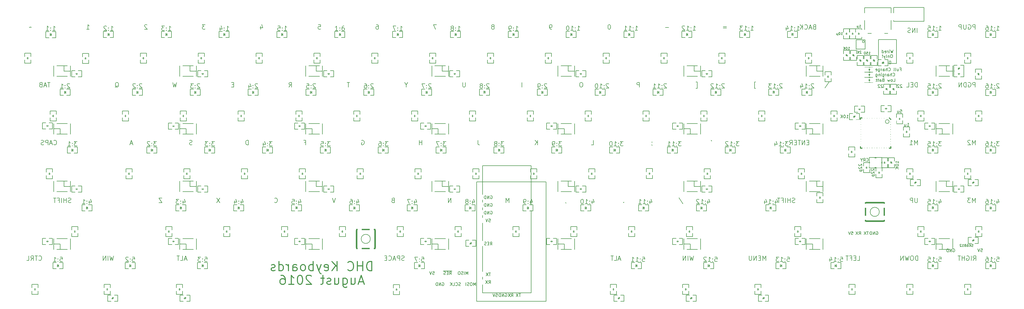
<source format=gbr>
G04 #@! TF.FileFunction,Legend,Bot*
%FSLAX46Y46*%
G04 Gerber Fmt 4.6, Leading zero omitted, Abs format (unit mm)*
G04 Created by KiCad (PCBNEW 4.0.2-stable) date 7/14/2016 7:04:17 PM*
%MOMM*%
G01*
G04 APERTURE LIST*
%ADD10C,0.100000*%
%ADD11C,0.300000*%
%ADD12C,0.150000*%
%ADD13C,0.200000*%
%ADD14C,0.152400*%
%ADD15C,0.177800*%
%ADD16C,0.200660*%
%ADD17C,0.381000*%
%ADD18C,0.304800*%
%ADD19C,0.203200*%
%ADD20C,2.686000*%
%ADD21C,1.800000*%
%ADD22R,1.289000X1.797000*%
%ADD23R,1.797000X1.289000*%
%ADD24R,1.400000X3.500000*%
%ADD25R,3.500000X1.400000*%
%ADD26C,2.200000*%
%ADD27O,0.806400X2.299920*%
%ADD28O,2.299920X0.806400*%
%ADD29R,1.598880X1.598880*%
%ADD30R,1.700000X1.250000*%
%ADD31R,1.800000X1.600000*%
%ADD32C,2.178000*%
%ADD33C,2.279600*%
%ADD34C,1.924000*%
%ADD35R,1.924000X1.924000*%
%ADD36R,1.400000X0.690000*%
%ADD37R,2.000000X2.400000*%
%ADD38R,0.990000X2.600000*%
%ADD39C,1.500000*%
G04 APERTURE END LIST*
D10*
D11*
X181320000Y-145967143D02*
X181320000Y-142967143D01*
X180605715Y-142967143D01*
X180177143Y-143110000D01*
X179891429Y-143395714D01*
X179748572Y-143681429D01*
X179605715Y-144252857D01*
X179605715Y-144681429D01*
X179748572Y-145252857D01*
X179891429Y-145538571D01*
X180177143Y-145824286D01*
X180605715Y-145967143D01*
X181320000Y-145967143D01*
X178320000Y-145967143D02*
X178320000Y-142967143D01*
X178320000Y-144395714D02*
X176605715Y-144395714D01*
X176605715Y-145967143D02*
X176605715Y-142967143D01*
X173462858Y-145681429D02*
X173605715Y-145824286D01*
X174034286Y-145967143D01*
X174320000Y-145967143D01*
X174748572Y-145824286D01*
X175034286Y-145538571D01*
X175177143Y-145252857D01*
X175320000Y-144681429D01*
X175320000Y-144252857D01*
X175177143Y-143681429D01*
X175034286Y-143395714D01*
X174748572Y-143110000D01*
X174320000Y-142967143D01*
X174034286Y-142967143D01*
X173605715Y-143110000D01*
X173462858Y-143252857D01*
X169891429Y-145967143D02*
X169891429Y-142967143D01*
X168177144Y-145967143D02*
X169462858Y-144252857D01*
X168177144Y-142967143D02*
X169891429Y-144681429D01*
X165748572Y-145824286D02*
X166034286Y-145967143D01*
X166605715Y-145967143D01*
X166891429Y-145824286D01*
X167034286Y-145538571D01*
X167034286Y-144395714D01*
X166891429Y-144110000D01*
X166605715Y-143967143D01*
X166034286Y-143967143D01*
X165748572Y-144110000D01*
X165605715Y-144395714D01*
X165605715Y-144681429D01*
X167034286Y-144967143D01*
X164605715Y-143967143D02*
X163891429Y-145967143D01*
X163177143Y-143967143D02*
X163891429Y-145967143D01*
X164177143Y-146681429D01*
X164320000Y-146824286D01*
X164605715Y-146967143D01*
X162034286Y-145967143D02*
X162034286Y-142967143D01*
X162034286Y-144110000D02*
X161748572Y-143967143D01*
X161177143Y-143967143D01*
X160891429Y-144110000D01*
X160748572Y-144252857D01*
X160605715Y-144538571D01*
X160605715Y-145395714D01*
X160748572Y-145681429D01*
X160891429Y-145824286D01*
X161177143Y-145967143D01*
X161748572Y-145967143D01*
X162034286Y-145824286D01*
X158891429Y-145967143D02*
X159177143Y-145824286D01*
X159320000Y-145681429D01*
X159462857Y-145395714D01*
X159462857Y-144538571D01*
X159320000Y-144252857D01*
X159177143Y-144110000D01*
X158891429Y-143967143D01*
X158462857Y-143967143D01*
X158177143Y-144110000D01*
X158034286Y-144252857D01*
X157891429Y-144538571D01*
X157891429Y-145395714D01*
X158034286Y-145681429D01*
X158177143Y-145824286D01*
X158462857Y-145967143D01*
X158891429Y-145967143D01*
X155320000Y-145967143D02*
X155320000Y-144395714D01*
X155462857Y-144110000D01*
X155748571Y-143967143D01*
X156320000Y-143967143D01*
X156605714Y-144110000D01*
X155320000Y-145824286D02*
X155605714Y-145967143D01*
X156320000Y-145967143D01*
X156605714Y-145824286D01*
X156748571Y-145538571D01*
X156748571Y-145252857D01*
X156605714Y-144967143D01*
X156320000Y-144824286D01*
X155605714Y-144824286D01*
X155320000Y-144681429D01*
X153891428Y-145967143D02*
X153891428Y-143967143D01*
X153891428Y-144538571D02*
X153748571Y-144252857D01*
X153605714Y-144110000D01*
X153320000Y-143967143D01*
X153034285Y-143967143D01*
X150748571Y-145967143D02*
X150748571Y-142967143D01*
X150748571Y-145824286D02*
X151034285Y-145967143D01*
X151605714Y-145967143D01*
X151891428Y-145824286D01*
X152034285Y-145681429D01*
X152177142Y-145395714D01*
X152177142Y-144538571D01*
X152034285Y-144252857D01*
X151891428Y-144110000D01*
X151605714Y-143967143D01*
X151034285Y-143967143D01*
X150748571Y-144110000D01*
X149462856Y-145824286D02*
X149177142Y-145967143D01*
X148605714Y-145967143D01*
X148319999Y-145824286D01*
X148177142Y-145538571D01*
X148177142Y-145395714D01*
X148319999Y-145110000D01*
X148605714Y-144967143D01*
X149034285Y-144967143D01*
X149319999Y-144824286D01*
X149462856Y-144538571D01*
X149462856Y-144395714D01*
X149319999Y-144110000D01*
X149034285Y-143967143D01*
X148605714Y-143967143D01*
X148319999Y-144110000D01*
X178534286Y-149610000D02*
X177105715Y-149610000D01*
X178820001Y-150467143D02*
X177820001Y-147467143D01*
X176820001Y-150467143D01*
X174534286Y-148467143D02*
X174534286Y-150467143D01*
X175820000Y-148467143D02*
X175820000Y-150038571D01*
X175677143Y-150324286D01*
X175391429Y-150467143D01*
X174962857Y-150467143D01*
X174677143Y-150324286D01*
X174534286Y-150181429D01*
X171820000Y-148467143D02*
X171820000Y-150895714D01*
X171962857Y-151181429D01*
X172105714Y-151324286D01*
X172391429Y-151467143D01*
X172820000Y-151467143D01*
X173105714Y-151324286D01*
X171820000Y-150324286D02*
X172105714Y-150467143D01*
X172677143Y-150467143D01*
X172962857Y-150324286D01*
X173105714Y-150181429D01*
X173248571Y-149895714D01*
X173248571Y-149038571D01*
X173105714Y-148752857D01*
X172962857Y-148610000D01*
X172677143Y-148467143D01*
X172105714Y-148467143D01*
X171820000Y-148610000D01*
X169105714Y-148467143D02*
X169105714Y-150467143D01*
X170391428Y-148467143D02*
X170391428Y-150038571D01*
X170248571Y-150324286D01*
X169962857Y-150467143D01*
X169534285Y-150467143D01*
X169248571Y-150324286D01*
X169105714Y-150181429D01*
X167819999Y-150324286D02*
X167534285Y-150467143D01*
X166962857Y-150467143D01*
X166677142Y-150324286D01*
X166534285Y-150038571D01*
X166534285Y-149895714D01*
X166677142Y-149610000D01*
X166962857Y-149467143D01*
X167391428Y-149467143D01*
X167677142Y-149324286D01*
X167819999Y-149038571D01*
X167819999Y-148895714D01*
X167677142Y-148610000D01*
X167391428Y-148467143D01*
X166962857Y-148467143D01*
X166677142Y-148610000D01*
X165677143Y-148467143D02*
X164534286Y-148467143D01*
X165248571Y-147467143D02*
X165248571Y-150038571D01*
X165105714Y-150324286D01*
X164820000Y-150467143D01*
X164534286Y-150467143D01*
X161391428Y-147752857D02*
X161248571Y-147610000D01*
X160962857Y-147467143D01*
X160248571Y-147467143D01*
X159962857Y-147610000D01*
X159820000Y-147752857D01*
X159677143Y-148038571D01*
X159677143Y-148324286D01*
X159820000Y-148752857D01*
X161534286Y-150467143D01*
X159677143Y-150467143D01*
X157820000Y-147467143D02*
X157534285Y-147467143D01*
X157248571Y-147610000D01*
X157105714Y-147752857D01*
X156962857Y-148038571D01*
X156820000Y-148610000D01*
X156820000Y-149324286D01*
X156962857Y-149895714D01*
X157105714Y-150181429D01*
X157248571Y-150324286D01*
X157534285Y-150467143D01*
X157820000Y-150467143D01*
X158105714Y-150324286D01*
X158248571Y-150181429D01*
X158391428Y-149895714D01*
X158534285Y-149324286D01*
X158534285Y-148610000D01*
X158391428Y-148038571D01*
X158248571Y-147752857D01*
X158105714Y-147610000D01*
X157820000Y-147467143D01*
X153962857Y-150467143D02*
X155677142Y-150467143D01*
X154820000Y-150467143D02*
X154820000Y-147467143D01*
X155105714Y-147895714D01*
X155391428Y-148181429D01*
X155677142Y-148324286D01*
X151391428Y-147467143D02*
X151962857Y-147467143D01*
X152248571Y-147610000D01*
X152391428Y-147752857D01*
X152677142Y-148181429D01*
X152819999Y-148752857D01*
X152819999Y-149895714D01*
X152677142Y-150181429D01*
X152534285Y-150324286D01*
X152248571Y-150467143D01*
X151677142Y-150467143D01*
X151391428Y-150324286D01*
X151248571Y-150181429D01*
X151105714Y-149895714D01*
X151105714Y-149181429D01*
X151248571Y-148895714D01*
X151391428Y-148752857D01*
X151677142Y-148610000D01*
X152248571Y-148610000D01*
X152534285Y-148752857D01*
X152677142Y-148895714D01*
X152819999Y-149181429D01*
D12*
X220299047Y-137532381D02*
X220632381Y-137056190D01*
X220870476Y-137532381D02*
X220870476Y-136532381D01*
X220489523Y-136532381D01*
X220394285Y-136580000D01*
X220346666Y-136627619D01*
X220299047Y-136722857D01*
X220299047Y-136865714D01*
X220346666Y-136960952D01*
X220394285Y-137008571D01*
X220489523Y-137056190D01*
X220870476Y-137056190D01*
X219870476Y-137008571D02*
X219537142Y-137008571D01*
X219394285Y-137532381D02*
X219870476Y-137532381D01*
X219870476Y-136532381D01*
X219394285Y-136532381D01*
X219013333Y-137484762D02*
X218870476Y-137532381D01*
X218632380Y-137532381D01*
X218537142Y-137484762D01*
X218489523Y-137437143D01*
X218441904Y-137341905D01*
X218441904Y-137246667D01*
X218489523Y-137151429D01*
X218537142Y-137103810D01*
X218632380Y-137056190D01*
X218822857Y-137008571D01*
X218918095Y-136960952D01*
X218965714Y-136913333D01*
X219013333Y-136818095D01*
X219013333Y-136722857D01*
X218965714Y-136627619D01*
X218918095Y-136580000D01*
X218822857Y-136532381D01*
X218584761Y-136532381D01*
X218441904Y-136580000D01*
X379312381Y-138013810D02*
X379198095Y-138051905D01*
X379007619Y-138051905D01*
X378931429Y-138013810D01*
X378893333Y-137975714D01*
X378855238Y-137899524D01*
X378855238Y-137823333D01*
X378893333Y-137747143D01*
X378931429Y-137709048D01*
X379007619Y-137670952D01*
X379160000Y-137632857D01*
X379236191Y-137594762D01*
X379274286Y-137556667D01*
X379312381Y-137480476D01*
X379312381Y-137404286D01*
X379274286Y-137328095D01*
X379236191Y-137290000D01*
X379160000Y-137251905D01*
X378969524Y-137251905D01*
X378855238Y-137290000D01*
X378512381Y-138051905D02*
X378512381Y-137251905D01*
X378055238Y-138051905D02*
X378398095Y-137594762D01*
X378055238Y-137251905D02*
X378512381Y-137709048D01*
X377369524Y-137251905D02*
X377521905Y-137251905D01*
X377598095Y-137290000D01*
X377636190Y-137328095D01*
X377712381Y-137442381D01*
X377750476Y-137594762D01*
X377750476Y-137899524D01*
X377712381Y-137975714D01*
X377674286Y-138013810D01*
X377598095Y-138051905D01*
X377445714Y-138051905D01*
X377369524Y-138013810D01*
X377331428Y-137975714D01*
X377293333Y-137899524D01*
X377293333Y-137709048D01*
X377331428Y-137632857D01*
X377369524Y-137594762D01*
X377445714Y-137556667D01*
X377598095Y-137556667D01*
X377674286Y-137594762D01*
X377712381Y-137632857D01*
X377750476Y-137709048D01*
X376836190Y-137594762D02*
X376912381Y-137556667D01*
X376950476Y-137518571D01*
X376988571Y-137442381D01*
X376988571Y-137404286D01*
X376950476Y-137328095D01*
X376912381Y-137290000D01*
X376836190Y-137251905D01*
X376683809Y-137251905D01*
X376607619Y-137290000D01*
X376569523Y-137328095D01*
X376531428Y-137404286D01*
X376531428Y-137442381D01*
X376569523Y-137518571D01*
X376607619Y-137556667D01*
X376683809Y-137594762D01*
X376836190Y-137594762D01*
X376912381Y-137632857D01*
X376950476Y-137670952D01*
X376988571Y-137747143D01*
X376988571Y-137899524D01*
X376950476Y-137975714D01*
X376912381Y-138013810D01*
X376836190Y-138051905D01*
X376683809Y-138051905D01*
X376607619Y-138013810D01*
X376569523Y-137975714D01*
X376531428Y-137899524D01*
X376531428Y-137747143D01*
X376569523Y-137670952D01*
X376607619Y-137632857D01*
X376683809Y-137594762D01*
X375769523Y-138051905D02*
X376226666Y-138051905D01*
X375998095Y-138051905D02*
X375998095Y-137251905D01*
X376074285Y-137366190D01*
X376150476Y-137442381D01*
X376226666Y-137480476D01*
X375464761Y-137328095D02*
X375426666Y-137290000D01*
X375350475Y-137251905D01*
X375159999Y-137251905D01*
X375083809Y-137290000D01*
X375045713Y-137328095D01*
X375007618Y-137404286D01*
X375007618Y-137480476D01*
X375045713Y-137594762D01*
X375502856Y-138051905D01*
X375007618Y-138051905D01*
X372731904Y-138810000D02*
X372827142Y-138762381D01*
X372969999Y-138762381D01*
X373112857Y-138810000D01*
X373208095Y-138905238D01*
X373255714Y-139000476D01*
X373303333Y-139190952D01*
X373303333Y-139333810D01*
X373255714Y-139524286D01*
X373208095Y-139619524D01*
X373112857Y-139714762D01*
X372969999Y-139762381D01*
X372874761Y-139762381D01*
X372731904Y-139714762D01*
X372684285Y-139667143D01*
X372684285Y-139333810D01*
X372874761Y-139333810D01*
X372255714Y-139762381D02*
X372255714Y-138762381D01*
X371684285Y-139762381D01*
X371684285Y-138762381D01*
X371208095Y-139762381D02*
X371208095Y-138762381D01*
X370970000Y-138762381D01*
X370827142Y-138810000D01*
X370731904Y-138905238D01*
X370684285Y-139000476D01*
X370636666Y-139190952D01*
X370636666Y-139333810D01*
X370684285Y-139524286D01*
X370731904Y-139619524D01*
X370827142Y-139714762D01*
X370970000Y-139762381D01*
X371208095Y-139762381D01*
X381890476Y-138712381D02*
X382366667Y-138712381D01*
X382414286Y-139188571D01*
X382366667Y-139140952D01*
X382271429Y-139093333D01*
X382033333Y-139093333D01*
X381938095Y-139140952D01*
X381890476Y-139188571D01*
X381842857Y-139283810D01*
X381842857Y-139521905D01*
X381890476Y-139617143D01*
X381938095Y-139664762D01*
X382033333Y-139712381D01*
X382271429Y-139712381D01*
X382366667Y-139664762D01*
X382414286Y-139617143D01*
X381557143Y-138712381D02*
X381223810Y-139712381D01*
X380890476Y-138712381D01*
X219836666Y-150182381D02*
X220170000Y-149706190D01*
X220408095Y-150182381D02*
X220408095Y-149182381D01*
X220027142Y-149182381D01*
X219931904Y-149230000D01*
X219884285Y-149277619D01*
X219836666Y-149372857D01*
X219836666Y-149515714D01*
X219884285Y-149610952D01*
X219931904Y-149658571D01*
X220027142Y-149706190D01*
X220408095Y-149706190D01*
X219503333Y-149182381D02*
X218836666Y-150182381D01*
X218836666Y-149182381D02*
X219503333Y-150182381D01*
X220431905Y-146642381D02*
X219860476Y-146642381D01*
X220146191Y-147642381D02*
X220146191Y-146642381D01*
X219622381Y-146642381D02*
X218955714Y-147642381D01*
X218955714Y-146642381D02*
X219622381Y-147642381D01*
X219860476Y-128882381D02*
X220336667Y-128882381D01*
X220384286Y-129358571D01*
X220336667Y-129310952D01*
X220241429Y-129263333D01*
X220003333Y-129263333D01*
X219908095Y-129310952D01*
X219860476Y-129358571D01*
X219812857Y-129453810D01*
X219812857Y-129691905D01*
X219860476Y-129787143D01*
X219908095Y-129834762D01*
X220003333Y-129882381D01*
X220241429Y-129882381D01*
X220336667Y-129834762D01*
X220384286Y-129787143D01*
X219527143Y-128882381D02*
X219193810Y-129882381D01*
X218860476Y-128882381D01*
X220431904Y-126380000D02*
X220527142Y-126332381D01*
X220669999Y-126332381D01*
X220812857Y-126380000D01*
X220908095Y-126475238D01*
X220955714Y-126570476D01*
X221003333Y-126760952D01*
X221003333Y-126903810D01*
X220955714Y-127094286D01*
X220908095Y-127189524D01*
X220812857Y-127284762D01*
X220669999Y-127332381D01*
X220574761Y-127332381D01*
X220431904Y-127284762D01*
X220384285Y-127237143D01*
X220384285Y-126903810D01*
X220574761Y-126903810D01*
X219955714Y-127332381D02*
X219955714Y-126332381D01*
X219384285Y-127332381D01*
X219384285Y-126332381D01*
X218908095Y-127332381D02*
X218908095Y-126332381D01*
X218670000Y-126332381D01*
X218527142Y-126380000D01*
X218431904Y-126475238D01*
X218384285Y-126570476D01*
X218336666Y-126760952D01*
X218336666Y-126903810D01*
X218384285Y-127094286D01*
X218431904Y-127189524D01*
X218527142Y-127284762D01*
X218670000Y-127332381D01*
X218908095Y-127332381D01*
X220431904Y-123850000D02*
X220527142Y-123802381D01*
X220669999Y-123802381D01*
X220812857Y-123850000D01*
X220908095Y-123945238D01*
X220955714Y-124040476D01*
X221003333Y-124230952D01*
X221003333Y-124373810D01*
X220955714Y-124564286D01*
X220908095Y-124659524D01*
X220812857Y-124754762D01*
X220669999Y-124802381D01*
X220574761Y-124802381D01*
X220431904Y-124754762D01*
X220384285Y-124707143D01*
X220384285Y-124373810D01*
X220574761Y-124373810D01*
X219955714Y-124802381D02*
X219955714Y-123802381D01*
X219384285Y-124802381D01*
X219384285Y-123802381D01*
X218908095Y-124802381D02*
X218908095Y-123802381D01*
X218670000Y-123802381D01*
X218527142Y-123850000D01*
X218431904Y-123945238D01*
X218384285Y-124040476D01*
X218336666Y-124230952D01*
X218336666Y-124373810D01*
X218384285Y-124564286D01*
X218431904Y-124659524D01*
X218527142Y-124754762D01*
X218670000Y-124802381D01*
X218908095Y-124802381D01*
X220431904Y-121300000D02*
X220527142Y-121252381D01*
X220669999Y-121252381D01*
X220812857Y-121300000D01*
X220908095Y-121395238D01*
X220955714Y-121490476D01*
X221003333Y-121680952D01*
X221003333Y-121823810D01*
X220955714Y-122014286D01*
X220908095Y-122109524D01*
X220812857Y-122204762D01*
X220669999Y-122252381D01*
X220574761Y-122252381D01*
X220431904Y-122204762D01*
X220384285Y-122157143D01*
X220384285Y-121823810D01*
X220574761Y-121823810D01*
X219955714Y-122252381D02*
X219955714Y-121252381D01*
X219384285Y-122252381D01*
X219384285Y-121252381D01*
X218908095Y-122252381D02*
X218908095Y-121252381D01*
X218670000Y-121252381D01*
X218527142Y-121300000D01*
X218431904Y-121395238D01*
X218384285Y-121490476D01*
X218336666Y-121680952D01*
X218336666Y-121823810D01*
X218384285Y-122014286D01*
X218431904Y-122109524D01*
X218527142Y-122204762D01*
X218670000Y-122252381D01*
X218908095Y-122252381D01*
X225251904Y-153580000D02*
X225347142Y-153532381D01*
X225489999Y-153532381D01*
X225632857Y-153580000D01*
X225728095Y-153675238D01*
X225775714Y-153770476D01*
X225823333Y-153960952D01*
X225823333Y-154103810D01*
X225775714Y-154294286D01*
X225728095Y-154389524D01*
X225632857Y-154484762D01*
X225489999Y-154532381D01*
X225394761Y-154532381D01*
X225251904Y-154484762D01*
X225204285Y-154437143D01*
X225204285Y-154103810D01*
X225394761Y-154103810D01*
X224775714Y-154532381D02*
X224775714Y-153532381D01*
X224204285Y-154532381D01*
X224204285Y-153532381D01*
X223728095Y-154532381D02*
X223728095Y-153532381D01*
X223490000Y-153532381D01*
X223347142Y-153580000D01*
X223251904Y-153675238D01*
X223204285Y-153770476D01*
X223156666Y-153960952D01*
X223156666Y-154103810D01*
X223204285Y-154294286D01*
X223251904Y-154389524D01*
X223347142Y-154484762D01*
X223490000Y-154532381D01*
X223728095Y-154532381D01*
X227236666Y-154532381D02*
X227570000Y-154056190D01*
X227808095Y-154532381D02*
X227808095Y-153532381D01*
X227427142Y-153532381D01*
X227331904Y-153580000D01*
X227284285Y-153627619D01*
X227236666Y-153722857D01*
X227236666Y-153865714D01*
X227284285Y-153960952D01*
X227331904Y-154008571D01*
X227427142Y-154056190D01*
X227808095Y-154056190D01*
X226903333Y-153532381D02*
X226236666Y-154532381D01*
X226236666Y-153532381D02*
X226903333Y-154532381D01*
X230331905Y-153532381D02*
X229760476Y-153532381D01*
X230046191Y-154532381D02*
X230046191Y-153532381D01*
X229522381Y-153532381D02*
X228855714Y-154532381D01*
X228855714Y-153532381D02*
X229522381Y-154532381D01*
X215481428Y-150902381D02*
X215481428Y-149902381D01*
X215148094Y-150616667D01*
X214814761Y-149902381D01*
X214814761Y-150902381D01*
X214148095Y-149902381D02*
X213957618Y-149902381D01*
X213862380Y-149950000D01*
X213767142Y-150045238D01*
X213719523Y-150235714D01*
X213719523Y-150569048D01*
X213767142Y-150759524D01*
X213862380Y-150854762D01*
X213957618Y-150902381D01*
X214148095Y-150902381D01*
X214243333Y-150854762D01*
X214338571Y-150759524D01*
X214386190Y-150569048D01*
X214386190Y-150235714D01*
X214338571Y-150045238D01*
X214243333Y-149950000D01*
X214148095Y-149902381D01*
X213338571Y-150854762D02*
X213195714Y-150902381D01*
X212957618Y-150902381D01*
X212862380Y-150854762D01*
X212814761Y-150807143D01*
X212767142Y-150711905D01*
X212767142Y-150616667D01*
X212814761Y-150521429D01*
X212862380Y-150473810D01*
X212957618Y-150426190D01*
X213148095Y-150378571D01*
X213243333Y-150330952D01*
X213290952Y-150283333D01*
X213338571Y-150188095D01*
X213338571Y-150092857D01*
X213290952Y-149997619D01*
X213243333Y-149950000D01*
X213148095Y-149902381D01*
X212909999Y-149902381D01*
X212767142Y-149950000D01*
X212338571Y-150902381D02*
X212338571Y-149902381D01*
X210520476Y-150854762D02*
X210377619Y-150902381D01*
X210139523Y-150902381D01*
X210044285Y-150854762D01*
X209996666Y-150807143D01*
X209949047Y-150711905D01*
X209949047Y-150616667D01*
X209996666Y-150521429D01*
X210044285Y-150473810D01*
X210139523Y-150426190D01*
X210330000Y-150378571D01*
X210425238Y-150330952D01*
X210472857Y-150283333D01*
X210520476Y-150188095D01*
X210520476Y-150092857D01*
X210472857Y-149997619D01*
X210425238Y-149950000D01*
X210330000Y-149902381D01*
X210091904Y-149902381D01*
X209949047Y-149950000D01*
X208949047Y-150807143D02*
X208996666Y-150854762D01*
X209139523Y-150902381D01*
X209234761Y-150902381D01*
X209377619Y-150854762D01*
X209472857Y-150759524D01*
X209520476Y-150664286D01*
X209568095Y-150473810D01*
X209568095Y-150330952D01*
X209520476Y-150140476D01*
X209472857Y-150045238D01*
X209377619Y-149950000D01*
X209234761Y-149902381D01*
X209139523Y-149902381D01*
X208996666Y-149950000D01*
X208949047Y-149997619D01*
X208044285Y-150902381D02*
X208520476Y-150902381D01*
X208520476Y-149902381D01*
X207710952Y-150902381D02*
X207710952Y-149902381D01*
X207139523Y-150902381D02*
X207568095Y-150330952D01*
X207139523Y-149902381D02*
X207710952Y-150473810D01*
X212941428Y-147242381D02*
X212941428Y-146242381D01*
X212608094Y-146956667D01*
X212274761Y-146242381D01*
X212274761Y-147242381D01*
X211798571Y-147242381D02*
X211798571Y-146242381D01*
X211370000Y-147194762D02*
X211227143Y-147242381D01*
X210989047Y-147242381D01*
X210893809Y-147194762D01*
X210846190Y-147147143D01*
X210798571Y-147051905D01*
X210798571Y-146956667D01*
X210846190Y-146861429D01*
X210893809Y-146813810D01*
X210989047Y-146766190D01*
X211179524Y-146718571D01*
X211274762Y-146670952D01*
X211322381Y-146623333D01*
X211370000Y-146528095D01*
X211370000Y-146432857D01*
X211322381Y-146337619D01*
X211274762Y-146290000D01*
X211179524Y-146242381D01*
X210941428Y-146242381D01*
X210798571Y-146290000D01*
X210179524Y-146242381D02*
X209989047Y-146242381D01*
X209893809Y-146290000D01*
X209798571Y-146385238D01*
X209750952Y-146575714D01*
X209750952Y-146909048D01*
X209798571Y-147099524D01*
X209893809Y-147194762D01*
X209989047Y-147242381D01*
X210179524Y-147242381D01*
X210274762Y-147194762D01*
X210370000Y-147099524D01*
X210417619Y-146909048D01*
X210417619Y-146575714D01*
X210370000Y-146385238D01*
X210274762Y-146290000D01*
X210179524Y-146242381D01*
X206909047Y-147242381D02*
X207242381Y-146766190D01*
X207480476Y-147242381D02*
X207480476Y-146242381D01*
X207099523Y-146242381D01*
X207004285Y-146290000D01*
X206956666Y-146337619D01*
X206909047Y-146432857D01*
X206909047Y-146575714D01*
X206956666Y-146670952D01*
X207004285Y-146718571D01*
X207099523Y-146766190D01*
X207480476Y-146766190D01*
X206480476Y-146718571D02*
X206147142Y-146718571D01*
X206004285Y-147242381D02*
X206480476Y-147242381D01*
X206480476Y-146242381D01*
X206004285Y-146242381D01*
X205623333Y-147194762D02*
X205480476Y-147242381D01*
X205242380Y-147242381D01*
X205147142Y-147194762D01*
X205099523Y-147147143D01*
X205051904Y-147051905D01*
X205051904Y-146956667D01*
X205099523Y-146861429D01*
X205147142Y-146813810D01*
X205242380Y-146766190D01*
X205432857Y-146718571D01*
X205528095Y-146670952D01*
X205575714Y-146623333D01*
X205623333Y-146528095D01*
X205623333Y-146432857D01*
X205575714Y-146337619D01*
X205528095Y-146290000D01*
X205432857Y-146242381D01*
X205194761Y-146242381D01*
X205051904Y-146290000D01*
X207718571Y-146070000D02*
X204861428Y-146070000D01*
X204511904Y-149950000D02*
X204607142Y-149902381D01*
X204749999Y-149902381D01*
X204892857Y-149950000D01*
X204988095Y-150045238D01*
X205035714Y-150140476D01*
X205083333Y-150330952D01*
X205083333Y-150473810D01*
X205035714Y-150664286D01*
X204988095Y-150759524D01*
X204892857Y-150854762D01*
X204749999Y-150902381D01*
X204654761Y-150902381D01*
X204511904Y-150854762D01*
X204464285Y-150807143D01*
X204464285Y-150473810D01*
X204654761Y-150473810D01*
X204035714Y-150902381D02*
X204035714Y-149902381D01*
X203464285Y-150902381D01*
X203464285Y-149902381D01*
X202988095Y-150902381D02*
X202988095Y-149902381D01*
X202750000Y-149902381D01*
X202607142Y-149950000D01*
X202511904Y-150045238D01*
X202464285Y-150140476D01*
X202416666Y-150330952D01*
X202416666Y-150473810D01*
X202464285Y-150664286D01*
X202511904Y-150759524D01*
X202607142Y-150854762D01*
X202750000Y-150902381D01*
X202988095Y-150902381D01*
X222160476Y-153542381D02*
X222636667Y-153542381D01*
X222684286Y-154018571D01*
X222636667Y-153970952D01*
X222541429Y-153923333D01*
X222303333Y-153923333D01*
X222208095Y-153970952D01*
X222160476Y-154018571D01*
X222112857Y-154113810D01*
X222112857Y-154351905D01*
X222160476Y-154447143D01*
X222208095Y-154494762D01*
X222303333Y-154542381D01*
X222541429Y-154542381D01*
X222636667Y-154494762D01*
X222684286Y-154447143D01*
X221827143Y-153542381D02*
X221493810Y-154542381D01*
X221160476Y-153542381D01*
X201400476Y-146242381D02*
X201876667Y-146242381D01*
X201924286Y-146718571D01*
X201876667Y-146670952D01*
X201781429Y-146623333D01*
X201543333Y-146623333D01*
X201448095Y-146670952D01*
X201400476Y-146718571D01*
X201352857Y-146813810D01*
X201352857Y-147051905D01*
X201400476Y-147147143D01*
X201448095Y-147194762D01*
X201543333Y-147242381D01*
X201781429Y-147242381D01*
X201876667Y-147194762D01*
X201924286Y-147147143D01*
X201067143Y-146242381D02*
X200733810Y-147242381D01*
X200400476Y-146242381D01*
X339250476Y-133072381D02*
X339726667Y-133072381D01*
X339774286Y-133548571D01*
X339726667Y-133500952D01*
X339631429Y-133453333D01*
X339393333Y-133453333D01*
X339298095Y-133500952D01*
X339250476Y-133548571D01*
X339202857Y-133643810D01*
X339202857Y-133881905D01*
X339250476Y-133977143D01*
X339298095Y-134024762D01*
X339393333Y-134072381D01*
X339631429Y-134072381D01*
X339726667Y-134024762D01*
X339774286Y-133977143D01*
X338917143Y-133072381D02*
X338583810Y-134072381D01*
X338250476Y-133072381D01*
X347441904Y-133120000D02*
X347537142Y-133072381D01*
X347679999Y-133072381D01*
X347822857Y-133120000D01*
X347918095Y-133215238D01*
X347965714Y-133310476D01*
X348013333Y-133500952D01*
X348013333Y-133643810D01*
X347965714Y-133834286D01*
X347918095Y-133929524D01*
X347822857Y-134024762D01*
X347679999Y-134072381D01*
X347584761Y-134072381D01*
X347441904Y-134024762D01*
X347394285Y-133977143D01*
X347394285Y-133643810D01*
X347584761Y-133643810D01*
X346965714Y-134072381D02*
X346965714Y-133072381D01*
X346394285Y-134072381D01*
X346394285Y-133072381D01*
X345918095Y-134072381D02*
X345918095Y-133072381D01*
X345680000Y-133072381D01*
X345537142Y-133120000D01*
X345441904Y-133215238D01*
X345394285Y-133310476D01*
X345346666Y-133500952D01*
X345346666Y-133643810D01*
X345394285Y-133834286D01*
X345441904Y-133929524D01*
X345537142Y-134024762D01*
X345680000Y-134072381D01*
X345918095Y-134072381D01*
X344891905Y-133072381D02*
X344320476Y-133072381D01*
X344606191Y-134072381D02*
X344606191Y-133072381D01*
X344082381Y-133072381D02*
X343415714Y-134072381D01*
X343415714Y-133072381D02*
X344082381Y-134072381D01*
X341766666Y-134072381D02*
X342100000Y-133596190D01*
X342338095Y-134072381D02*
X342338095Y-133072381D01*
X341957142Y-133072381D01*
X341861904Y-133120000D01*
X341814285Y-133167619D01*
X341766666Y-133262857D01*
X341766666Y-133405714D01*
X341814285Y-133500952D01*
X341861904Y-133548571D01*
X341957142Y-133596190D01*
X342338095Y-133596190D01*
X341433333Y-133072381D02*
X340766666Y-134072381D01*
X340766666Y-133072381D02*
X341433333Y-134072381D01*
X352037619Y-76812381D02*
X351942380Y-76812381D01*
X351847142Y-76860000D01*
X351799523Y-76907619D01*
X351751904Y-77002857D01*
X351704285Y-77193333D01*
X351704285Y-77431429D01*
X351751904Y-77621905D01*
X351799523Y-77717143D01*
X351847142Y-77764762D01*
X351942380Y-77812381D01*
X352037619Y-77812381D01*
X352132857Y-77764762D01*
X352180476Y-77717143D01*
X352228095Y-77621905D01*
X352275714Y-77431429D01*
X352275714Y-77193333D01*
X352228095Y-77002857D01*
X352180476Y-76907619D01*
X352132857Y-76860000D01*
X352037619Y-76812381D01*
X352997143Y-73197381D02*
X352759048Y-74197381D01*
X352568571Y-73483095D01*
X352378095Y-74197381D01*
X352140000Y-73197381D01*
X351759048Y-74197381D02*
X351759048Y-73530714D01*
X351759048Y-73197381D02*
X351806667Y-73245000D01*
X351759048Y-73292619D01*
X351711429Y-73245000D01*
X351759048Y-73197381D01*
X351759048Y-73292619D01*
X351282858Y-74197381D02*
X351282858Y-73530714D01*
X351282858Y-73721190D02*
X351235239Y-73625952D01*
X351187620Y-73578333D01*
X351092382Y-73530714D01*
X350997143Y-73530714D01*
X350282857Y-74149762D02*
X350378095Y-74197381D01*
X350568572Y-74197381D01*
X350663810Y-74149762D01*
X350711429Y-74054524D01*
X350711429Y-73673571D01*
X350663810Y-73578333D01*
X350568572Y-73530714D01*
X350378095Y-73530714D01*
X350282857Y-73578333D01*
X350235238Y-73673571D01*
X350235238Y-73768810D01*
X350711429Y-73864048D01*
X349378095Y-74197381D02*
X349378095Y-73197381D01*
X349378095Y-74149762D02*
X349473333Y-74197381D01*
X349663810Y-74197381D01*
X349759048Y-74149762D01*
X349806667Y-74102143D01*
X349854286Y-74006905D01*
X349854286Y-73721190D01*
X349806667Y-73625952D01*
X349759048Y-73578333D01*
X349663810Y-73530714D01*
X349473333Y-73530714D01*
X349378095Y-73578333D01*
X352568572Y-74747381D02*
X352378095Y-74747381D01*
X352282857Y-74795000D01*
X352187619Y-74890238D01*
X352140000Y-75080714D01*
X352140000Y-75414048D01*
X352187619Y-75604524D01*
X352282857Y-75699762D01*
X352378095Y-75747381D01*
X352568572Y-75747381D01*
X352663810Y-75699762D01*
X352759048Y-75604524D01*
X352806667Y-75414048D01*
X352806667Y-75080714D01*
X352759048Y-74890238D01*
X352663810Y-74795000D01*
X352568572Y-74747381D01*
X351711429Y-75080714D02*
X351711429Y-75747381D01*
X351711429Y-75175952D02*
X351663810Y-75128333D01*
X351568572Y-75080714D01*
X351425714Y-75080714D01*
X351330476Y-75128333D01*
X351282857Y-75223571D01*
X351282857Y-75747381D01*
X350663810Y-75747381D02*
X350759048Y-75699762D01*
X350806667Y-75604524D01*
X350806667Y-74747381D01*
X350378095Y-75080714D02*
X350140000Y-75747381D01*
X349901904Y-75080714D02*
X350140000Y-75747381D01*
X350235238Y-75985476D01*
X350282857Y-76033095D01*
X350378095Y-76080714D01*
X349520952Y-75652143D02*
X349473333Y-75699762D01*
X349520952Y-75747381D01*
X349568571Y-75699762D01*
X349520952Y-75652143D01*
X349520952Y-75747381D01*
X349520952Y-75366429D02*
X349568571Y-74795000D01*
X349520952Y-74747381D01*
X349473333Y-74795000D01*
X349520952Y-75366429D01*
X349520952Y-74747381D01*
X353091429Y-83612381D02*
X353567620Y-83612381D01*
X353567620Y-82612381D01*
X352615239Y-83612381D02*
X352710477Y-83564762D01*
X352758096Y-83517143D01*
X352805715Y-83421905D01*
X352805715Y-83136190D01*
X352758096Y-83040952D01*
X352710477Y-82993333D01*
X352615239Y-82945714D01*
X352472381Y-82945714D01*
X352377143Y-82993333D01*
X352329524Y-83040952D01*
X352281905Y-83136190D01*
X352281905Y-83421905D01*
X352329524Y-83517143D01*
X352377143Y-83564762D01*
X352472381Y-83612381D01*
X352615239Y-83612381D01*
X351948572Y-82945714D02*
X351758096Y-83612381D01*
X351567619Y-83136190D01*
X351377143Y-83612381D01*
X351186667Y-82945714D01*
X349710476Y-83088571D02*
X349567619Y-83136190D01*
X349520000Y-83183810D01*
X349472381Y-83279048D01*
X349472381Y-83421905D01*
X349520000Y-83517143D01*
X349567619Y-83564762D01*
X349662857Y-83612381D01*
X350043810Y-83612381D01*
X350043810Y-82612381D01*
X349710476Y-82612381D01*
X349615238Y-82660000D01*
X349567619Y-82707619D01*
X349520000Y-82802857D01*
X349520000Y-82898095D01*
X349567619Y-82993333D01*
X349615238Y-83040952D01*
X349710476Y-83088571D01*
X350043810Y-83088571D01*
X348615238Y-83612381D02*
X348615238Y-83088571D01*
X348662857Y-82993333D01*
X348758095Y-82945714D01*
X348948572Y-82945714D01*
X349043810Y-82993333D01*
X348615238Y-83564762D02*
X348710476Y-83612381D01*
X348948572Y-83612381D01*
X349043810Y-83564762D01*
X349091429Y-83469524D01*
X349091429Y-83374286D01*
X349043810Y-83279048D01*
X348948572Y-83231429D01*
X348710476Y-83231429D01*
X348615238Y-83183810D01*
X348281905Y-82945714D02*
X347900953Y-82945714D01*
X348139048Y-82612381D02*
X348139048Y-83469524D01*
X348091429Y-83564762D01*
X347996191Y-83612381D01*
X347900953Y-83612381D01*
X347710476Y-82945714D02*
X347329524Y-82945714D01*
X347567619Y-82612381D02*
X347567619Y-83469524D01*
X347520000Y-83564762D01*
X347424762Y-83612381D01*
X347329524Y-83612381D01*
X352910000Y-81727143D02*
X352957619Y-81774762D01*
X353100476Y-81822381D01*
X353195714Y-81822381D01*
X353338572Y-81774762D01*
X353433810Y-81679524D01*
X353481429Y-81584286D01*
X353529048Y-81393810D01*
X353529048Y-81250952D01*
X353481429Y-81060476D01*
X353433810Y-80965238D01*
X353338572Y-80870000D01*
X353195714Y-80822381D01*
X353100476Y-80822381D01*
X352957619Y-80870000D01*
X352910000Y-80917619D01*
X352481429Y-81822381D02*
X352481429Y-80822381D01*
X352052857Y-81822381D02*
X352052857Y-81298571D01*
X352100476Y-81203333D01*
X352195714Y-81155714D01*
X352338572Y-81155714D01*
X352433810Y-81203333D01*
X352481429Y-81250952D01*
X351148095Y-81822381D02*
X351148095Y-81298571D01*
X351195714Y-81203333D01*
X351290952Y-81155714D01*
X351481429Y-81155714D01*
X351576667Y-81203333D01*
X351148095Y-81774762D02*
X351243333Y-81822381D01*
X351481429Y-81822381D01*
X351576667Y-81774762D01*
X351624286Y-81679524D01*
X351624286Y-81584286D01*
X351576667Y-81489048D01*
X351481429Y-81441429D01*
X351243333Y-81441429D01*
X351148095Y-81393810D01*
X350671905Y-81822381D02*
X350671905Y-81155714D01*
X350671905Y-81346190D02*
X350624286Y-81250952D01*
X350576667Y-81203333D01*
X350481429Y-81155714D01*
X350386190Y-81155714D01*
X349624285Y-81155714D02*
X349624285Y-81965238D01*
X349671904Y-82060476D01*
X349719523Y-82108095D01*
X349814762Y-82155714D01*
X349957619Y-82155714D01*
X350052857Y-82108095D01*
X349624285Y-81774762D02*
X349719523Y-81822381D01*
X349910000Y-81822381D01*
X350005238Y-81774762D01*
X350052857Y-81727143D01*
X350100476Y-81631905D01*
X350100476Y-81346190D01*
X350052857Y-81250952D01*
X350005238Y-81203333D01*
X349910000Y-81155714D01*
X349719523Y-81155714D01*
X349624285Y-81203333D01*
X349148095Y-81822381D02*
X349148095Y-81155714D01*
X349148095Y-80822381D02*
X349195714Y-80870000D01*
X349148095Y-80917619D01*
X349100476Y-80870000D01*
X349148095Y-80822381D01*
X349148095Y-80917619D01*
X348671905Y-81155714D02*
X348671905Y-81822381D01*
X348671905Y-81250952D02*
X348624286Y-81203333D01*
X348529048Y-81155714D01*
X348386190Y-81155714D01*
X348290952Y-81203333D01*
X348243333Y-81298571D01*
X348243333Y-81822381D01*
X347338571Y-81155714D02*
X347338571Y-81965238D01*
X347386190Y-82060476D01*
X347433809Y-82108095D01*
X347529048Y-82155714D01*
X347671905Y-82155714D01*
X347767143Y-82108095D01*
X347338571Y-81774762D02*
X347433809Y-81822381D01*
X347624286Y-81822381D01*
X347719524Y-81774762D01*
X347767143Y-81727143D01*
X347814762Y-81631905D01*
X347814762Y-81346190D01*
X347767143Y-81250952D01*
X347719524Y-81203333D01*
X347624286Y-81155714D01*
X347433809Y-81155714D01*
X347338571Y-81203333D01*
X355289524Y-79598571D02*
X355622858Y-79598571D01*
X355622858Y-80122381D02*
X355622858Y-79122381D01*
X355146667Y-79122381D01*
X354337143Y-79455714D02*
X354337143Y-80122381D01*
X354765715Y-79455714D02*
X354765715Y-79979524D01*
X354718096Y-80074762D01*
X354622858Y-80122381D01*
X354480000Y-80122381D01*
X354384762Y-80074762D01*
X354337143Y-80027143D01*
X353718096Y-80122381D02*
X353813334Y-80074762D01*
X353860953Y-79979524D01*
X353860953Y-79122381D01*
X353194286Y-80122381D02*
X353289524Y-80074762D01*
X353337143Y-79979524D01*
X353337143Y-79122381D01*
X351479999Y-80027143D02*
X351527618Y-80074762D01*
X351670475Y-80122381D01*
X351765713Y-80122381D01*
X351908571Y-80074762D01*
X352003809Y-79979524D01*
X352051428Y-79884286D01*
X352099047Y-79693810D01*
X352099047Y-79550952D01*
X352051428Y-79360476D01*
X352003809Y-79265238D01*
X351908571Y-79170000D01*
X351765713Y-79122381D01*
X351670475Y-79122381D01*
X351527618Y-79170000D01*
X351479999Y-79217619D01*
X351051428Y-80122381D02*
X351051428Y-79122381D01*
X350622856Y-80122381D02*
X350622856Y-79598571D01*
X350670475Y-79503333D01*
X350765713Y-79455714D01*
X350908571Y-79455714D01*
X351003809Y-79503333D01*
X351051428Y-79550952D01*
X349718094Y-80122381D02*
X349718094Y-79598571D01*
X349765713Y-79503333D01*
X349860951Y-79455714D01*
X350051428Y-79455714D01*
X350146666Y-79503333D01*
X349718094Y-80074762D02*
X349813332Y-80122381D01*
X350051428Y-80122381D01*
X350146666Y-80074762D01*
X350194285Y-79979524D01*
X350194285Y-79884286D01*
X350146666Y-79789048D01*
X350051428Y-79741429D01*
X349813332Y-79741429D01*
X349718094Y-79693810D01*
X349241904Y-80122381D02*
X349241904Y-79455714D01*
X349241904Y-79646190D02*
X349194285Y-79550952D01*
X349146666Y-79503333D01*
X349051428Y-79455714D01*
X348956189Y-79455714D01*
X348194284Y-79455714D02*
X348194284Y-80265238D01*
X348241903Y-80360476D01*
X348289522Y-80408095D01*
X348384761Y-80455714D01*
X348527618Y-80455714D01*
X348622856Y-80408095D01*
X348194284Y-80074762D02*
X348289522Y-80122381D01*
X348479999Y-80122381D01*
X348575237Y-80074762D01*
X348622856Y-80027143D01*
X348670475Y-79931905D01*
X348670475Y-79646190D01*
X348622856Y-79550952D01*
X348575237Y-79503333D01*
X348479999Y-79455714D01*
X348289522Y-79455714D01*
X348194284Y-79503333D01*
X347337141Y-80074762D02*
X347432379Y-80122381D01*
X347622856Y-80122381D01*
X347718094Y-80074762D01*
X347765713Y-79979524D01*
X347765713Y-79598571D01*
X347718094Y-79503333D01*
X347622856Y-79455714D01*
X347432379Y-79455714D01*
X347337141Y-79503333D01*
X347289522Y-79598571D01*
X347289522Y-79693810D01*
X347765713Y-79789048D01*
X341870476Y-65721905D02*
X342327619Y-65721905D01*
X342099048Y-65721905D02*
X342099048Y-64921905D01*
X342175238Y-65036190D01*
X342251429Y-65112381D01*
X342327619Y-65150476D01*
X341527619Y-65188571D02*
X341527619Y-65988571D01*
X341146666Y-65607619D02*
X341108571Y-65683810D01*
X341032381Y-65721905D01*
X341527619Y-65607619D02*
X341489524Y-65683810D01*
X341413333Y-65721905D01*
X341260952Y-65721905D01*
X341184762Y-65683810D01*
X341146666Y-65607619D01*
X341146666Y-65188571D01*
X335881428Y-68191905D02*
X336338571Y-68191905D01*
X336110000Y-68191905D02*
X336110000Y-67391905D01*
X336186190Y-67506190D01*
X336262381Y-67582381D01*
X336338571Y-67620476D01*
X335386190Y-67391905D02*
X335309999Y-67391905D01*
X335233809Y-67430000D01*
X335195714Y-67468095D01*
X335157618Y-67544286D01*
X335119523Y-67696667D01*
X335119523Y-67887143D01*
X335157618Y-68039524D01*
X335195714Y-68115714D01*
X335233809Y-68153810D01*
X335309999Y-68191905D01*
X335386190Y-68191905D01*
X335462380Y-68153810D01*
X335500476Y-68115714D01*
X335538571Y-68039524D01*
X335576666Y-67887143D01*
X335576666Y-67696667D01*
X335538571Y-67544286D01*
X335500476Y-67468095D01*
X335462380Y-67430000D01*
X335386190Y-67391905D01*
X334776666Y-67658571D02*
X334776666Y-68458571D01*
X334395713Y-68077619D02*
X334357618Y-68153810D01*
X334281428Y-68191905D01*
X334776666Y-68077619D02*
X334738571Y-68153810D01*
X334662380Y-68191905D01*
X334509999Y-68191905D01*
X334433809Y-68153810D01*
X334395713Y-68077619D01*
X334395713Y-67658571D01*
X338232381Y-73041905D02*
X338689524Y-73041905D01*
X338460953Y-73041905D02*
X338460953Y-72241905D01*
X338537143Y-72356190D01*
X338613334Y-72432381D01*
X338689524Y-72470476D01*
X337737143Y-72241905D02*
X337660952Y-72241905D01*
X337584762Y-72280000D01*
X337546667Y-72318095D01*
X337508571Y-72394286D01*
X337470476Y-72546667D01*
X337470476Y-72737143D01*
X337508571Y-72889524D01*
X337546667Y-72965714D01*
X337584762Y-73003810D01*
X337660952Y-73041905D01*
X337737143Y-73041905D01*
X337813333Y-73003810D01*
X337851429Y-72965714D01*
X337889524Y-72889524D01*
X337927619Y-72737143D01*
X337927619Y-72546667D01*
X337889524Y-72394286D01*
X337851429Y-72318095D01*
X337813333Y-72280000D01*
X337737143Y-72241905D01*
X337127619Y-73041905D02*
X337127619Y-72241905D01*
X336670476Y-73041905D02*
X337013333Y-72584762D01*
X336670476Y-72241905D02*
X337127619Y-72699048D01*
X342478571Y-73608095D02*
X342440476Y-73570000D01*
X342364285Y-73531905D01*
X342173809Y-73531905D01*
X342097619Y-73570000D01*
X342059523Y-73608095D01*
X342021428Y-73684286D01*
X342021428Y-73760476D01*
X342059523Y-73874762D01*
X342516666Y-74331905D01*
X342021428Y-74331905D01*
X341678571Y-74331905D02*
X341678571Y-73531905D01*
X341221428Y-74331905D02*
X341564285Y-73874762D01*
X341221428Y-73531905D02*
X341678571Y-73989048D01*
X345003333Y-74611905D02*
X345460476Y-74611905D01*
X345231905Y-74611905D02*
X345231905Y-73811905D01*
X345308095Y-73926190D01*
X345384286Y-74002381D01*
X345460476Y-74040476D01*
X344279523Y-73811905D02*
X344660476Y-73811905D01*
X344698571Y-74192857D01*
X344660476Y-74154762D01*
X344584285Y-74116667D01*
X344393809Y-74116667D01*
X344317619Y-74154762D01*
X344279523Y-74192857D01*
X344241428Y-74269048D01*
X344241428Y-74459524D01*
X344279523Y-74535714D01*
X344317619Y-74573810D01*
X344393809Y-74611905D01*
X344584285Y-74611905D01*
X344660476Y-74573810D01*
X344698571Y-74535714D01*
X343746190Y-73811905D02*
X343669999Y-73811905D01*
X343593809Y-73850000D01*
X343555714Y-73888095D01*
X343517618Y-73964286D01*
X343479523Y-74116667D01*
X343479523Y-74307143D01*
X343517618Y-74459524D01*
X343555714Y-74535714D01*
X343593809Y-74573810D01*
X343669999Y-74611905D01*
X343746190Y-74611905D01*
X343822380Y-74573810D01*
X343860476Y-74535714D01*
X343898571Y-74459524D01*
X343936666Y-74307143D01*
X343936666Y-74116667D01*
X343898571Y-73964286D01*
X343860476Y-73888095D01*
X343822380Y-73850000D01*
X343746190Y-73811905D01*
X355901905Y-84687619D02*
X355854286Y-84640000D01*
X355759048Y-84592381D01*
X355520952Y-84592381D01*
X355425714Y-84640000D01*
X355378095Y-84687619D01*
X355330476Y-84782857D01*
X355330476Y-84878095D01*
X355378095Y-85020952D01*
X355949524Y-85592381D01*
X355330476Y-85592381D01*
X354949524Y-84687619D02*
X354901905Y-84640000D01*
X354806667Y-84592381D01*
X354568571Y-84592381D01*
X354473333Y-84640000D01*
X354425714Y-84687619D01*
X354378095Y-84782857D01*
X354378095Y-84878095D01*
X354425714Y-85020952D01*
X354997143Y-85592381D01*
X354378095Y-85592381D01*
X349551905Y-84687619D02*
X349504286Y-84640000D01*
X349409048Y-84592381D01*
X349170952Y-84592381D01*
X349075714Y-84640000D01*
X349028095Y-84687619D01*
X348980476Y-84782857D01*
X348980476Y-84878095D01*
X349028095Y-85020952D01*
X349599524Y-85592381D01*
X348980476Y-85592381D01*
X348599524Y-84687619D02*
X348551905Y-84640000D01*
X348456667Y-84592381D01*
X348218571Y-84592381D01*
X348123333Y-84640000D01*
X348075714Y-84687619D01*
X348028095Y-84782857D01*
X348028095Y-84878095D01*
X348075714Y-85020952D01*
X348647143Y-85592381D01*
X348028095Y-85592381D01*
X344184986Y-109830001D02*
X344232605Y-109877620D01*
X344375462Y-109925239D01*
X344470700Y-109925239D01*
X344613558Y-109877620D01*
X344708796Y-109782382D01*
X344756415Y-109687144D01*
X344804034Y-109496668D01*
X344804034Y-109353810D01*
X344756415Y-109163334D01*
X344708796Y-109068096D01*
X344613558Y-108972858D01*
X344470700Y-108925239D01*
X344375462Y-108925239D01*
X344232605Y-108972858D01*
X344184986Y-109020477D01*
X343184986Y-109925239D02*
X343518320Y-109449048D01*
X343756415Y-109925239D02*
X343756415Y-108925239D01*
X343375462Y-108925239D01*
X343280224Y-108972858D01*
X343232605Y-109020477D01*
X343184986Y-109115715D01*
X343184986Y-109258572D01*
X343232605Y-109353810D01*
X343280224Y-109401429D01*
X343375462Y-109449048D01*
X343756415Y-109449048D01*
X342565939Y-109449048D02*
X342565939Y-109925239D01*
X342899272Y-108925239D02*
X342565939Y-109449048D01*
X342232605Y-108925239D01*
X337656415Y-95625239D02*
X338227844Y-95625239D01*
X337942130Y-95625239D02*
X337942130Y-94625239D01*
X338037368Y-94768096D01*
X338132606Y-94863334D01*
X338227844Y-94910953D01*
X337037368Y-94625239D02*
X336942129Y-94625239D01*
X336846891Y-94672858D01*
X336799272Y-94720477D01*
X336751653Y-94815715D01*
X336704034Y-95006191D01*
X336704034Y-95244287D01*
X336751653Y-95434763D01*
X336799272Y-95530001D01*
X336846891Y-95577620D01*
X336942129Y-95625239D01*
X337037368Y-95625239D01*
X337132606Y-95577620D01*
X337180225Y-95530001D01*
X337227844Y-95434763D01*
X337275463Y-95244287D01*
X337275463Y-95006191D01*
X337227844Y-94815715D01*
X337180225Y-94720477D01*
X337132606Y-94672858D01*
X337037368Y-94625239D01*
X336275463Y-95625239D02*
X336275463Y-94625239D01*
X335704034Y-95625239D02*
X336132606Y-95053810D01*
X335704034Y-94625239D02*
X336275463Y-95196668D01*
X355330224Y-92925239D02*
X355806415Y-92925239D01*
X355854034Y-93401429D01*
X355806415Y-93353810D01*
X355711177Y-93306191D01*
X355473081Y-93306191D01*
X355377843Y-93353810D01*
X355330224Y-93401429D01*
X355282605Y-93496668D01*
X355282605Y-93734763D01*
X355330224Y-93830001D01*
X355377843Y-93877620D01*
X355473081Y-93925239D01*
X355711177Y-93925239D01*
X355806415Y-93877620D01*
X355854034Y-93830001D01*
X354425462Y-93258572D02*
X354425462Y-93925239D01*
X354854034Y-93258572D02*
X354854034Y-93782382D01*
X354806415Y-93877620D01*
X354711177Y-93925239D01*
X354568319Y-93925239D01*
X354473081Y-93877620D01*
X354425462Y-93830001D01*
X357632605Y-98275239D02*
X358204034Y-98275239D01*
X357918320Y-98275239D02*
X357918320Y-97275239D01*
X358013558Y-97418096D01*
X358108796Y-97513334D01*
X358204034Y-97560953D01*
X356775462Y-97608572D02*
X356775462Y-98275239D01*
X357204034Y-97608572D02*
X357204034Y-98132382D01*
X357156415Y-98227620D01*
X357061177Y-98275239D01*
X356918319Y-98275239D01*
X356823081Y-98227620D01*
X356775462Y-98180001D01*
X354768320Y-110482382D02*
X354768320Y-109910953D01*
X354768320Y-110196667D02*
X353768320Y-110196667D01*
X353911177Y-110101429D01*
X354006415Y-110006191D01*
X354054034Y-109910953D01*
X353768320Y-111101429D02*
X353768320Y-111196668D01*
X353815939Y-111291906D01*
X353863558Y-111339525D01*
X353958796Y-111387144D01*
X354149272Y-111434763D01*
X354387368Y-111434763D01*
X354577844Y-111387144D01*
X354673082Y-111339525D01*
X354720701Y-111291906D01*
X354768320Y-111196668D01*
X354768320Y-111101429D01*
X354720701Y-111006191D01*
X354673082Y-110958572D01*
X354577844Y-110910953D01*
X354387368Y-110863334D01*
X354149272Y-110863334D01*
X353958796Y-110910953D01*
X353863558Y-110958572D01*
X353815939Y-111006191D01*
X353768320Y-111101429D01*
X354768320Y-111863334D02*
X353768320Y-111863334D01*
X354768320Y-112434763D02*
X354196891Y-112006191D01*
X353768320Y-112434763D02*
X354339749Y-111863334D01*
X345863558Y-112408572D02*
X345815939Y-112456191D01*
X345768320Y-112551429D01*
X345768320Y-112789525D01*
X345815939Y-112884763D01*
X345863558Y-112932382D01*
X345958796Y-112980001D01*
X346054034Y-112980001D01*
X346196891Y-112932382D01*
X346768320Y-112360953D01*
X346768320Y-112980001D01*
X345863558Y-113360953D02*
X345815939Y-113408572D01*
X345768320Y-113503810D01*
X345768320Y-113741906D01*
X345815939Y-113837144D01*
X345863558Y-113884763D01*
X345958796Y-113932382D01*
X346054034Y-113932382D01*
X346196891Y-113884763D01*
X346768320Y-113313334D01*
X346768320Y-113932382D01*
X346101653Y-114360953D02*
X347101653Y-114360953D01*
X346149272Y-114360953D02*
X346101653Y-114456191D01*
X346101653Y-114646668D01*
X346149272Y-114741906D01*
X346196891Y-114789525D01*
X346292129Y-114837144D01*
X346577844Y-114837144D01*
X346673082Y-114789525D01*
X346720701Y-114741906D01*
X346768320Y-114646668D01*
X346768320Y-114456191D01*
X346720701Y-114360953D01*
X341763558Y-110808572D02*
X341715939Y-110856191D01*
X341668320Y-110951429D01*
X341668320Y-111189525D01*
X341715939Y-111284763D01*
X341763558Y-111332382D01*
X341858796Y-111380001D01*
X341954034Y-111380001D01*
X342096891Y-111332382D01*
X342668320Y-110760953D01*
X342668320Y-111380001D01*
X341763558Y-111760953D02*
X341715939Y-111808572D01*
X341668320Y-111903810D01*
X341668320Y-112141906D01*
X341715939Y-112237144D01*
X341763558Y-112284763D01*
X341858796Y-112332382D01*
X341954034Y-112332382D01*
X342096891Y-112284763D01*
X342668320Y-111713334D01*
X342668320Y-112332382D01*
X342001653Y-112760953D02*
X343001653Y-112760953D01*
X342049272Y-112760953D02*
X342001653Y-112856191D01*
X342001653Y-113046668D01*
X342049272Y-113141906D01*
X342096891Y-113189525D01*
X342192129Y-113237144D01*
X342477844Y-113237144D01*
X342573082Y-113189525D01*
X342620701Y-113141906D01*
X342668320Y-113046668D01*
X342668320Y-112856191D01*
X342620701Y-112760953D01*
D13*
X387144509Y-141451429D02*
X387858795Y-141451429D01*
X387930224Y-142165715D01*
X387858795Y-142094287D01*
X387715938Y-142022858D01*
X387358795Y-142022858D01*
X387215938Y-142094287D01*
X387144509Y-142165715D01*
X387073081Y-142308572D01*
X387073081Y-142665715D01*
X387144509Y-142808572D01*
X387215938Y-142880001D01*
X387358795Y-142951429D01*
X387715938Y-142951429D01*
X387858795Y-142880001D01*
X387930224Y-142808572D01*
X386430224Y-142808572D02*
X386358796Y-142880001D01*
X386430224Y-142951429D01*
X386501653Y-142880001D01*
X386430224Y-142808572D01*
X386430224Y-142951429D01*
X386430224Y-142022858D02*
X386358796Y-142094287D01*
X386430224Y-142165715D01*
X386501653Y-142094287D01*
X386430224Y-142022858D01*
X386430224Y-142165715D01*
X384930224Y-142951429D02*
X385787367Y-142951429D01*
X385358795Y-142951429D02*
X385358795Y-141451429D01*
X385501652Y-141665715D01*
X385644510Y-141808572D01*
X385787367Y-141880001D01*
X383644510Y-141451429D02*
X383930224Y-141451429D01*
X384073081Y-141522858D01*
X384144510Y-141594287D01*
X384287367Y-141808572D01*
X384358796Y-142094287D01*
X384358796Y-142665715D01*
X384287367Y-142808572D01*
X384215939Y-142880001D01*
X384073081Y-142951429D01*
X383787367Y-142951429D01*
X383644510Y-142880001D01*
X383573081Y-142808572D01*
X383501653Y-142665715D01*
X383501653Y-142308572D01*
X383573081Y-142165715D01*
X383644510Y-142094287D01*
X383787367Y-142022858D01*
X384073081Y-142022858D01*
X384215939Y-142094287D01*
X384287367Y-142165715D01*
X384358796Y-142308572D01*
X368094509Y-141451429D02*
X368808795Y-141451429D01*
X368880224Y-142165715D01*
X368808795Y-142094287D01*
X368665938Y-142022858D01*
X368308795Y-142022858D01*
X368165938Y-142094287D01*
X368094509Y-142165715D01*
X368023081Y-142308572D01*
X368023081Y-142665715D01*
X368094509Y-142808572D01*
X368165938Y-142880001D01*
X368308795Y-142951429D01*
X368665938Y-142951429D01*
X368808795Y-142880001D01*
X368880224Y-142808572D01*
X367380224Y-142808572D02*
X367308796Y-142880001D01*
X367380224Y-142951429D01*
X367451653Y-142880001D01*
X367380224Y-142808572D01*
X367380224Y-142951429D01*
X367380224Y-142022858D02*
X367308796Y-142094287D01*
X367380224Y-142165715D01*
X367451653Y-142094287D01*
X367380224Y-142022858D01*
X367380224Y-142165715D01*
X365880224Y-142951429D02*
X366737367Y-142951429D01*
X366308795Y-142951429D02*
X366308795Y-141451429D01*
X366451652Y-141665715D01*
X366594510Y-141808572D01*
X366737367Y-141880001D01*
X364523081Y-141451429D02*
X365237367Y-141451429D01*
X365308796Y-142165715D01*
X365237367Y-142094287D01*
X365094510Y-142022858D01*
X364737367Y-142022858D01*
X364594510Y-142094287D01*
X364523081Y-142165715D01*
X364451653Y-142308572D01*
X364451653Y-142665715D01*
X364523081Y-142808572D01*
X364594510Y-142880001D01*
X364737367Y-142951429D01*
X365094510Y-142951429D01*
X365237367Y-142880001D01*
X365308796Y-142808572D01*
X335644509Y-141451429D02*
X336358795Y-141451429D01*
X336430224Y-142165715D01*
X336358795Y-142094287D01*
X336215938Y-142022858D01*
X335858795Y-142022858D01*
X335715938Y-142094287D01*
X335644509Y-142165715D01*
X335573081Y-142308572D01*
X335573081Y-142665715D01*
X335644509Y-142808572D01*
X335715938Y-142880001D01*
X335858795Y-142951429D01*
X336215938Y-142951429D01*
X336358795Y-142880001D01*
X336430224Y-142808572D01*
X334930224Y-142808572D02*
X334858796Y-142880001D01*
X334930224Y-142951429D01*
X335001653Y-142880001D01*
X334930224Y-142808572D01*
X334930224Y-142951429D01*
X334930224Y-142022858D02*
X334858796Y-142094287D01*
X334930224Y-142165715D01*
X335001653Y-142094287D01*
X334930224Y-142022858D01*
X334930224Y-142165715D01*
X333430224Y-142951429D02*
X334287367Y-142951429D01*
X333858795Y-142951429D02*
X333858795Y-141451429D01*
X334001652Y-141665715D01*
X334144510Y-141808572D01*
X334287367Y-141880001D01*
X332144510Y-141951429D02*
X332144510Y-142951429D01*
X332501653Y-141380001D02*
X332858796Y-142451429D01*
X331930224Y-142451429D01*
X318094509Y-141451429D02*
X318808795Y-141451429D01*
X318880224Y-142165715D01*
X318808795Y-142094287D01*
X318665938Y-142022858D01*
X318308795Y-142022858D01*
X318165938Y-142094287D01*
X318094509Y-142165715D01*
X318023081Y-142308572D01*
X318023081Y-142665715D01*
X318094509Y-142808572D01*
X318165938Y-142880001D01*
X318308795Y-142951429D01*
X318665938Y-142951429D01*
X318808795Y-142880001D01*
X318880224Y-142808572D01*
X317380224Y-142808572D02*
X317308796Y-142880001D01*
X317380224Y-142951429D01*
X317451653Y-142880001D01*
X317380224Y-142808572D01*
X317380224Y-142951429D01*
X317380224Y-142022858D02*
X317308796Y-142094287D01*
X317380224Y-142165715D01*
X317451653Y-142094287D01*
X317380224Y-142022858D01*
X317380224Y-142165715D01*
X315880224Y-142951429D02*
X316737367Y-142951429D01*
X316308795Y-142951429D02*
X316308795Y-141451429D01*
X316451652Y-141665715D01*
X316594510Y-141808572D01*
X316737367Y-141880001D01*
X315380224Y-141451429D02*
X314451653Y-141451429D01*
X314951653Y-142022858D01*
X314737367Y-142022858D01*
X314594510Y-142094287D01*
X314523081Y-142165715D01*
X314451653Y-142308572D01*
X314451653Y-142665715D01*
X314523081Y-142808572D01*
X314594510Y-142880001D01*
X314737367Y-142951429D01*
X315165939Y-142951429D01*
X315308796Y-142880001D01*
X315380224Y-142808572D01*
X294294509Y-141451429D02*
X295008795Y-141451429D01*
X295080224Y-142165715D01*
X295008795Y-142094287D01*
X294865938Y-142022858D01*
X294508795Y-142022858D01*
X294365938Y-142094287D01*
X294294509Y-142165715D01*
X294223081Y-142308572D01*
X294223081Y-142665715D01*
X294294509Y-142808572D01*
X294365938Y-142880001D01*
X294508795Y-142951429D01*
X294865938Y-142951429D01*
X295008795Y-142880001D01*
X295080224Y-142808572D01*
X293580224Y-142808572D02*
X293508796Y-142880001D01*
X293580224Y-142951429D01*
X293651653Y-142880001D01*
X293580224Y-142808572D01*
X293580224Y-142951429D01*
X293580224Y-142022858D02*
X293508796Y-142094287D01*
X293580224Y-142165715D01*
X293651653Y-142094287D01*
X293580224Y-142022858D01*
X293580224Y-142165715D01*
X292080224Y-142951429D02*
X292937367Y-142951429D01*
X292508795Y-142951429D02*
X292508795Y-141451429D01*
X292651652Y-141665715D01*
X292794510Y-141808572D01*
X292937367Y-141880001D01*
X291508796Y-141594287D02*
X291437367Y-141522858D01*
X291294510Y-141451429D01*
X290937367Y-141451429D01*
X290794510Y-141522858D01*
X290723081Y-141594287D01*
X290651653Y-141737144D01*
X290651653Y-141880001D01*
X290723081Y-142094287D01*
X291580224Y-142951429D01*
X290651653Y-142951429D01*
X270444509Y-141451429D02*
X271158795Y-141451429D01*
X271230224Y-142165715D01*
X271158795Y-142094287D01*
X271015938Y-142022858D01*
X270658795Y-142022858D01*
X270515938Y-142094287D01*
X270444509Y-142165715D01*
X270373081Y-142308572D01*
X270373081Y-142665715D01*
X270444509Y-142808572D01*
X270515938Y-142880001D01*
X270658795Y-142951429D01*
X271015938Y-142951429D01*
X271158795Y-142880001D01*
X271230224Y-142808572D01*
X269730224Y-142808572D02*
X269658796Y-142880001D01*
X269730224Y-142951429D01*
X269801653Y-142880001D01*
X269730224Y-142808572D01*
X269730224Y-142951429D01*
X269730224Y-142022858D02*
X269658796Y-142094287D01*
X269730224Y-142165715D01*
X269801653Y-142094287D01*
X269730224Y-142022858D01*
X269730224Y-142165715D01*
X268230224Y-142951429D02*
X269087367Y-142951429D01*
X268658795Y-142951429D02*
X268658795Y-141451429D01*
X268801652Y-141665715D01*
X268944510Y-141808572D01*
X269087367Y-141880001D01*
X266801653Y-142951429D02*
X267658796Y-142951429D01*
X267230224Y-142951429D02*
X267230224Y-141451429D01*
X267373081Y-141665715D01*
X267515939Y-141808572D01*
X267658796Y-141880001D01*
X387215938Y-122901429D02*
X387215938Y-123901429D01*
X387573081Y-122330001D02*
X387930224Y-123401429D01*
X387001652Y-123401429D01*
X386430224Y-123758572D02*
X386358796Y-123830001D01*
X386430224Y-123901429D01*
X386501653Y-123830001D01*
X386430224Y-123758572D01*
X386430224Y-123901429D01*
X386430224Y-122972858D02*
X386358796Y-123044287D01*
X386430224Y-123115715D01*
X386501653Y-123044287D01*
X386430224Y-122972858D01*
X386430224Y-123115715D01*
X384930224Y-123901429D02*
X385787367Y-123901429D01*
X385358795Y-123901429D02*
X385358795Y-122401429D01*
X385501652Y-122615715D01*
X385644510Y-122758572D01*
X385787367Y-122830001D01*
X383644510Y-122401429D02*
X383930224Y-122401429D01*
X384073081Y-122472858D01*
X384144510Y-122544287D01*
X384287367Y-122758572D01*
X384358796Y-123044287D01*
X384358796Y-123615715D01*
X384287367Y-123758572D01*
X384215939Y-123830001D01*
X384073081Y-123901429D01*
X383787367Y-123901429D01*
X383644510Y-123830001D01*
X383573081Y-123758572D01*
X383501653Y-123615715D01*
X383501653Y-123258572D01*
X383573081Y-123115715D01*
X383644510Y-123044287D01*
X383787367Y-122972858D01*
X384073081Y-122972858D01*
X384215939Y-123044287D01*
X384287367Y-123115715D01*
X384358796Y-123258572D01*
X368165938Y-122901429D02*
X368165938Y-123901429D01*
X368523081Y-122330001D02*
X368880224Y-123401429D01*
X367951652Y-123401429D01*
X367380224Y-123758572D02*
X367308796Y-123830001D01*
X367380224Y-123901429D01*
X367451653Y-123830001D01*
X367380224Y-123758572D01*
X367380224Y-123901429D01*
X367380224Y-122972858D02*
X367308796Y-123044287D01*
X367380224Y-123115715D01*
X367451653Y-123044287D01*
X367380224Y-122972858D01*
X367380224Y-123115715D01*
X365880224Y-123901429D02*
X366737367Y-123901429D01*
X366308795Y-123901429D02*
X366308795Y-122401429D01*
X366451652Y-122615715D01*
X366594510Y-122758572D01*
X366737367Y-122830001D01*
X364523081Y-122401429D02*
X365237367Y-122401429D01*
X365308796Y-123115715D01*
X365237367Y-123044287D01*
X365094510Y-122972858D01*
X364737367Y-122972858D01*
X364594510Y-123044287D01*
X364523081Y-123115715D01*
X364451653Y-123258572D01*
X364451653Y-123615715D01*
X364523081Y-123758572D01*
X364594510Y-123830001D01*
X364737367Y-123901429D01*
X365094510Y-123901429D01*
X365237367Y-123830001D01*
X365308796Y-123758572D01*
X314265938Y-122901429D02*
X314265938Y-123901429D01*
X314623081Y-122330001D02*
X314980224Y-123401429D01*
X314051652Y-123401429D01*
X313480224Y-123758572D02*
X313408796Y-123830001D01*
X313480224Y-123901429D01*
X313551653Y-123830001D01*
X313480224Y-123758572D01*
X313480224Y-123901429D01*
X313480224Y-122972858D02*
X313408796Y-123044287D01*
X313480224Y-123115715D01*
X313551653Y-123044287D01*
X313480224Y-122972858D01*
X313480224Y-123115715D01*
X311980224Y-123901429D02*
X312837367Y-123901429D01*
X312408795Y-123901429D02*
X312408795Y-122401429D01*
X312551652Y-122615715D01*
X312694510Y-122758572D01*
X312837367Y-122830001D01*
X310694510Y-122901429D02*
X310694510Y-123901429D01*
X311051653Y-122330001D02*
X311408796Y-123401429D01*
X310480224Y-123401429D01*
X291965938Y-122901429D02*
X291965938Y-123901429D01*
X292323081Y-122330001D02*
X292680224Y-123401429D01*
X291751652Y-123401429D01*
X291180224Y-123758572D02*
X291108796Y-123830001D01*
X291180224Y-123901429D01*
X291251653Y-123830001D01*
X291180224Y-123758572D01*
X291180224Y-123901429D01*
X291180224Y-122972858D02*
X291108796Y-123044287D01*
X291180224Y-123115715D01*
X291251653Y-123044287D01*
X291180224Y-122972858D01*
X291180224Y-123115715D01*
X289680224Y-123901429D02*
X290537367Y-123901429D01*
X290108795Y-123901429D02*
X290108795Y-122401429D01*
X290251652Y-122615715D01*
X290394510Y-122758572D01*
X290537367Y-122830001D01*
X289108796Y-122544287D02*
X289037367Y-122472858D01*
X288894510Y-122401429D01*
X288537367Y-122401429D01*
X288394510Y-122472858D01*
X288323081Y-122544287D01*
X288251653Y-122687144D01*
X288251653Y-122830001D01*
X288323081Y-123044287D01*
X289180224Y-123901429D01*
X288251653Y-123901429D01*
X272915938Y-122901429D02*
X272915938Y-123901429D01*
X273273081Y-122330001D02*
X273630224Y-123401429D01*
X272701652Y-123401429D01*
X272130224Y-123758572D02*
X272058796Y-123830001D01*
X272130224Y-123901429D01*
X272201653Y-123830001D01*
X272130224Y-123758572D01*
X272130224Y-123901429D01*
X272130224Y-122972858D02*
X272058796Y-123044287D01*
X272130224Y-123115715D01*
X272201653Y-123044287D01*
X272130224Y-122972858D01*
X272130224Y-123115715D01*
X270630224Y-123901429D02*
X271487367Y-123901429D01*
X271058795Y-123901429D02*
X271058795Y-122401429D01*
X271201652Y-122615715D01*
X271344510Y-122758572D01*
X271487367Y-122830001D01*
X269201653Y-123901429D02*
X270058796Y-123901429D01*
X269630224Y-123901429D02*
X269630224Y-122401429D01*
X269773081Y-122615715D01*
X269915939Y-122758572D01*
X270058796Y-122830001D01*
X253865938Y-122901429D02*
X253865938Y-123901429D01*
X254223081Y-122330001D02*
X254580224Y-123401429D01*
X253651652Y-123401429D01*
X253080224Y-123758572D02*
X253008796Y-123830001D01*
X253080224Y-123901429D01*
X253151653Y-123830001D01*
X253080224Y-123758572D01*
X253080224Y-123901429D01*
X253080224Y-122972858D02*
X253008796Y-123044287D01*
X253080224Y-123115715D01*
X253151653Y-123044287D01*
X253080224Y-122972858D01*
X253080224Y-123115715D01*
X251580224Y-123901429D02*
X252437367Y-123901429D01*
X252008795Y-123901429D02*
X252008795Y-122401429D01*
X252151652Y-122615715D01*
X252294510Y-122758572D01*
X252437367Y-122830001D01*
X250651653Y-122401429D02*
X250508796Y-122401429D01*
X250365939Y-122472858D01*
X250294510Y-122544287D01*
X250223081Y-122687144D01*
X250151653Y-122972858D01*
X250151653Y-123330001D01*
X250223081Y-123615715D01*
X250294510Y-123758572D01*
X250365939Y-123830001D01*
X250508796Y-123901429D01*
X250651653Y-123901429D01*
X250794510Y-123830001D01*
X250865939Y-123758572D01*
X250937367Y-123615715D01*
X251008796Y-123330001D01*
X251008796Y-122972858D01*
X250937367Y-122687144D01*
X250865939Y-122544287D01*
X250794510Y-122472858D01*
X250651653Y-122401429D01*
X388001652Y-103351429D02*
X387073081Y-103351429D01*
X387573081Y-103922858D01*
X387358795Y-103922858D01*
X387215938Y-103994287D01*
X387144509Y-104065715D01*
X387073081Y-104208572D01*
X387073081Y-104565715D01*
X387144509Y-104708572D01*
X387215938Y-104780001D01*
X387358795Y-104851429D01*
X387787367Y-104851429D01*
X387930224Y-104780001D01*
X388001652Y-104708572D01*
X386430224Y-104708572D02*
X386358796Y-104780001D01*
X386430224Y-104851429D01*
X386501653Y-104780001D01*
X386430224Y-104708572D01*
X386430224Y-104851429D01*
X386430224Y-103922858D02*
X386358796Y-103994287D01*
X386430224Y-104065715D01*
X386501653Y-103994287D01*
X386430224Y-103922858D01*
X386430224Y-104065715D01*
X384930224Y-104851429D02*
X385787367Y-104851429D01*
X385358795Y-104851429D02*
X385358795Y-103351429D01*
X385501652Y-103565715D01*
X385644510Y-103708572D01*
X385787367Y-103780001D01*
X383644510Y-103351429D02*
X383930224Y-103351429D01*
X384073081Y-103422858D01*
X384144510Y-103494287D01*
X384287367Y-103708572D01*
X384358796Y-103994287D01*
X384358796Y-104565715D01*
X384287367Y-104708572D01*
X384215939Y-104780001D01*
X384073081Y-104851429D01*
X383787367Y-104851429D01*
X383644510Y-104780001D01*
X383573081Y-104708572D01*
X383501653Y-104565715D01*
X383501653Y-104208572D01*
X383573081Y-104065715D01*
X383644510Y-103994287D01*
X383787367Y-103922858D01*
X384073081Y-103922858D01*
X384215939Y-103994287D01*
X384287367Y-104065715D01*
X384358796Y-104208572D01*
X368951652Y-103351429D02*
X368023081Y-103351429D01*
X368523081Y-103922858D01*
X368308795Y-103922858D01*
X368165938Y-103994287D01*
X368094509Y-104065715D01*
X368023081Y-104208572D01*
X368023081Y-104565715D01*
X368094509Y-104708572D01*
X368165938Y-104780001D01*
X368308795Y-104851429D01*
X368737367Y-104851429D01*
X368880224Y-104780001D01*
X368951652Y-104708572D01*
X367380224Y-104708572D02*
X367308796Y-104780001D01*
X367380224Y-104851429D01*
X367451653Y-104780001D01*
X367380224Y-104708572D01*
X367380224Y-104851429D01*
X367380224Y-103922858D02*
X367308796Y-103994287D01*
X367380224Y-104065715D01*
X367451653Y-103994287D01*
X367380224Y-103922858D01*
X367380224Y-104065715D01*
X365880224Y-104851429D02*
X366737367Y-104851429D01*
X366308795Y-104851429D02*
X366308795Y-103351429D01*
X366451652Y-103565715D01*
X366594510Y-103708572D01*
X366737367Y-103780001D01*
X364523081Y-103351429D02*
X365237367Y-103351429D01*
X365308796Y-104065715D01*
X365237367Y-103994287D01*
X365094510Y-103922858D01*
X364737367Y-103922858D01*
X364594510Y-103994287D01*
X364523081Y-104065715D01*
X364451653Y-104208572D01*
X364451653Y-104565715D01*
X364523081Y-104708572D01*
X364594510Y-104780001D01*
X364737367Y-104851429D01*
X365094510Y-104851429D01*
X365237367Y-104780001D01*
X365308796Y-104708572D01*
X318451652Y-103351429D02*
X317523081Y-103351429D01*
X318023081Y-103922858D01*
X317808795Y-103922858D01*
X317665938Y-103994287D01*
X317594509Y-104065715D01*
X317523081Y-104208572D01*
X317523081Y-104565715D01*
X317594509Y-104708572D01*
X317665938Y-104780001D01*
X317808795Y-104851429D01*
X318237367Y-104851429D01*
X318380224Y-104780001D01*
X318451652Y-104708572D01*
X316880224Y-104708572D02*
X316808796Y-104780001D01*
X316880224Y-104851429D01*
X316951653Y-104780001D01*
X316880224Y-104708572D01*
X316880224Y-104851429D01*
X316880224Y-103922858D02*
X316808796Y-103994287D01*
X316880224Y-104065715D01*
X316951653Y-103994287D01*
X316880224Y-103922858D01*
X316880224Y-104065715D01*
X315380224Y-104851429D02*
X316237367Y-104851429D01*
X315808795Y-104851429D02*
X315808795Y-103351429D01*
X315951652Y-103565715D01*
X316094510Y-103708572D01*
X316237367Y-103780001D01*
X314094510Y-103851429D02*
X314094510Y-104851429D01*
X314451653Y-103280001D02*
X314808796Y-104351429D01*
X313880224Y-104351429D01*
X302301652Y-103351429D02*
X301373081Y-103351429D01*
X301873081Y-103922858D01*
X301658795Y-103922858D01*
X301515938Y-103994287D01*
X301444509Y-104065715D01*
X301373081Y-104208572D01*
X301373081Y-104565715D01*
X301444509Y-104708572D01*
X301515938Y-104780001D01*
X301658795Y-104851429D01*
X302087367Y-104851429D01*
X302230224Y-104780001D01*
X302301652Y-104708572D01*
X300730224Y-104708572D02*
X300658796Y-104780001D01*
X300730224Y-104851429D01*
X300801653Y-104780001D01*
X300730224Y-104708572D01*
X300730224Y-104851429D01*
X300730224Y-103922858D02*
X300658796Y-103994287D01*
X300730224Y-104065715D01*
X300801653Y-103994287D01*
X300730224Y-103922858D01*
X300730224Y-104065715D01*
X299230224Y-104851429D02*
X300087367Y-104851429D01*
X299658795Y-104851429D02*
X299658795Y-103351429D01*
X299801652Y-103565715D01*
X299944510Y-103708572D01*
X300087367Y-103780001D01*
X298658796Y-103494287D02*
X298587367Y-103422858D01*
X298444510Y-103351429D01*
X298087367Y-103351429D01*
X297944510Y-103422858D01*
X297873081Y-103494287D01*
X297801653Y-103637144D01*
X297801653Y-103780001D01*
X297873081Y-103994287D01*
X298730224Y-104851429D01*
X297801653Y-104851429D01*
X283251652Y-103351429D02*
X282323081Y-103351429D01*
X282823081Y-103922858D01*
X282608795Y-103922858D01*
X282465938Y-103994287D01*
X282394509Y-104065715D01*
X282323081Y-104208572D01*
X282323081Y-104565715D01*
X282394509Y-104708572D01*
X282465938Y-104780001D01*
X282608795Y-104851429D01*
X283037367Y-104851429D01*
X283180224Y-104780001D01*
X283251652Y-104708572D01*
X281680224Y-104708572D02*
X281608796Y-104780001D01*
X281680224Y-104851429D01*
X281751653Y-104780001D01*
X281680224Y-104708572D01*
X281680224Y-104851429D01*
X281680224Y-103922858D02*
X281608796Y-103994287D01*
X281680224Y-104065715D01*
X281751653Y-103994287D01*
X281680224Y-103922858D01*
X281680224Y-104065715D01*
X280180224Y-104851429D02*
X281037367Y-104851429D01*
X280608795Y-104851429D02*
X280608795Y-103351429D01*
X280751652Y-103565715D01*
X280894510Y-103708572D01*
X281037367Y-103780001D01*
X278751653Y-104851429D02*
X279608796Y-104851429D01*
X279180224Y-104851429D02*
X279180224Y-103351429D01*
X279323081Y-103565715D01*
X279465939Y-103708572D01*
X279608796Y-103780001D01*
X264151652Y-103351429D02*
X263223081Y-103351429D01*
X263723081Y-103922858D01*
X263508795Y-103922858D01*
X263365938Y-103994287D01*
X263294509Y-104065715D01*
X263223081Y-104208572D01*
X263223081Y-104565715D01*
X263294509Y-104708572D01*
X263365938Y-104780001D01*
X263508795Y-104851429D01*
X263937367Y-104851429D01*
X264080224Y-104780001D01*
X264151652Y-104708572D01*
X262580224Y-104708572D02*
X262508796Y-104780001D01*
X262580224Y-104851429D01*
X262651653Y-104780001D01*
X262580224Y-104708572D01*
X262580224Y-104851429D01*
X262580224Y-103922858D02*
X262508796Y-103994287D01*
X262580224Y-104065715D01*
X262651653Y-103994287D01*
X262580224Y-103922858D01*
X262580224Y-104065715D01*
X261080224Y-104851429D02*
X261937367Y-104851429D01*
X261508795Y-104851429D02*
X261508795Y-103351429D01*
X261651652Y-103565715D01*
X261794510Y-103708572D01*
X261937367Y-103780001D01*
X260151653Y-103351429D02*
X260008796Y-103351429D01*
X259865939Y-103422858D01*
X259794510Y-103494287D01*
X259723081Y-103637144D01*
X259651653Y-103922858D01*
X259651653Y-104280001D01*
X259723081Y-104565715D01*
X259794510Y-104708572D01*
X259865939Y-104780001D01*
X260008796Y-104851429D01*
X260151653Y-104851429D01*
X260294510Y-104780001D01*
X260365939Y-104708572D01*
X260437367Y-104565715D01*
X260508796Y-104280001D01*
X260508796Y-103922858D01*
X260437367Y-103637144D01*
X260365939Y-103494287D01*
X260294510Y-103422858D01*
X260151653Y-103351429D01*
X387930224Y-84444287D02*
X387858795Y-84372858D01*
X387715938Y-84301429D01*
X387358795Y-84301429D01*
X387215938Y-84372858D01*
X387144509Y-84444287D01*
X387073081Y-84587144D01*
X387073081Y-84730001D01*
X387144509Y-84944287D01*
X388001652Y-85801429D01*
X387073081Y-85801429D01*
X386430224Y-85658572D02*
X386358796Y-85730001D01*
X386430224Y-85801429D01*
X386501653Y-85730001D01*
X386430224Y-85658572D01*
X386430224Y-85801429D01*
X386430224Y-84872858D02*
X386358796Y-84944287D01*
X386430224Y-85015715D01*
X386501653Y-84944287D01*
X386430224Y-84872858D01*
X386430224Y-85015715D01*
X384930224Y-85801429D02*
X385787367Y-85801429D01*
X385358795Y-85801429D02*
X385358795Y-84301429D01*
X385501652Y-84515715D01*
X385644510Y-84658572D01*
X385787367Y-84730001D01*
X383644510Y-84301429D02*
X383930224Y-84301429D01*
X384073081Y-84372858D01*
X384144510Y-84444287D01*
X384287367Y-84658572D01*
X384358796Y-84944287D01*
X384358796Y-85515715D01*
X384287367Y-85658572D01*
X384215939Y-85730001D01*
X384073081Y-85801429D01*
X383787367Y-85801429D01*
X383644510Y-85730001D01*
X383573081Y-85658572D01*
X383501653Y-85515715D01*
X383501653Y-85158572D01*
X383573081Y-85015715D01*
X383644510Y-84944287D01*
X383787367Y-84872858D01*
X384073081Y-84872858D01*
X384215939Y-84944287D01*
X384287367Y-85015715D01*
X384358796Y-85158572D01*
X368880224Y-84444287D02*
X368808795Y-84372858D01*
X368665938Y-84301429D01*
X368308795Y-84301429D01*
X368165938Y-84372858D01*
X368094509Y-84444287D01*
X368023081Y-84587144D01*
X368023081Y-84730001D01*
X368094509Y-84944287D01*
X368951652Y-85801429D01*
X368023081Y-85801429D01*
X367380224Y-85658572D02*
X367308796Y-85730001D01*
X367380224Y-85801429D01*
X367451653Y-85730001D01*
X367380224Y-85658572D01*
X367380224Y-85801429D01*
X367380224Y-84872858D02*
X367308796Y-84944287D01*
X367380224Y-85015715D01*
X367451653Y-84944287D01*
X367380224Y-84872858D01*
X367380224Y-85015715D01*
X365880224Y-85801429D02*
X366737367Y-85801429D01*
X366308795Y-85801429D02*
X366308795Y-84301429D01*
X366451652Y-84515715D01*
X366594510Y-84658572D01*
X366737367Y-84730001D01*
X364523081Y-84301429D02*
X365237367Y-84301429D01*
X365308796Y-85015715D01*
X365237367Y-84944287D01*
X365094510Y-84872858D01*
X364737367Y-84872858D01*
X364594510Y-84944287D01*
X364523081Y-85015715D01*
X364451653Y-85158572D01*
X364451653Y-85515715D01*
X364523081Y-85658572D01*
X364594510Y-85730001D01*
X364737367Y-85801429D01*
X365094510Y-85801429D01*
X365237367Y-85730001D01*
X365308796Y-85658572D01*
X326880224Y-84444287D02*
X326808795Y-84372858D01*
X326665938Y-84301429D01*
X326308795Y-84301429D01*
X326165938Y-84372858D01*
X326094509Y-84444287D01*
X326023081Y-84587144D01*
X326023081Y-84730001D01*
X326094509Y-84944287D01*
X326951652Y-85801429D01*
X326023081Y-85801429D01*
X325380224Y-85658572D02*
X325308796Y-85730001D01*
X325380224Y-85801429D01*
X325451653Y-85730001D01*
X325380224Y-85658572D01*
X325380224Y-85801429D01*
X325380224Y-84872858D02*
X325308796Y-84944287D01*
X325380224Y-85015715D01*
X325451653Y-84944287D01*
X325380224Y-84872858D01*
X325380224Y-85015715D01*
X323880224Y-85801429D02*
X324737367Y-85801429D01*
X324308795Y-85801429D02*
X324308795Y-84301429D01*
X324451652Y-84515715D01*
X324594510Y-84658572D01*
X324737367Y-84730001D01*
X322594510Y-84801429D02*
X322594510Y-85801429D01*
X322951653Y-84230001D02*
X323308796Y-85301429D01*
X322380224Y-85301429D01*
X316480224Y-84444287D02*
X316408795Y-84372858D01*
X316265938Y-84301429D01*
X315908795Y-84301429D01*
X315765938Y-84372858D01*
X315694509Y-84444287D01*
X315623081Y-84587144D01*
X315623081Y-84730001D01*
X315694509Y-84944287D01*
X316551652Y-85801429D01*
X315623081Y-85801429D01*
X314980224Y-85658572D02*
X314908796Y-85730001D01*
X314980224Y-85801429D01*
X315051653Y-85730001D01*
X314980224Y-85658572D01*
X314980224Y-85801429D01*
X314980224Y-84872858D02*
X314908796Y-84944287D01*
X314980224Y-85015715D01*
X315051653Y-84944287D01*
X314980224Y-84872858D01*
X314980224Y-85015715D01*
X313480224Y-85801429D02*
X314337367Y-85801429D01*
X313908795Y-85801429D02*
X313908795Y-84301429D01*
X314051652Y-84515715D01*
X314194510Y-84658572D01*
X314337367Y-84730001D01*
X312980224Y-84301429D02*
X312051653Y-84301429D01*
X312551653Y-84872858D01*
X312337367Y-84872858D01*
X312194510Y-84944287D01*
X312123081Y-85015715D01*
X312051653Y-85158572D01*
X312051653Y-85515715D01*
X312123081Y-85658572D01*
X312194510Y-85730001D01*
X312337367Y-85801429D01*
X312765939Y-85801429D01*
X312908796Y-85730001D01*
X312980224Y-85658572D01*
X297430224Y-84444287D02*
X297358795Y-84372858D01*
X297215938Y-84301429D01*
X296858795Y-84301429D01*
X296715938Y-84372858D01*
X296644509Y-84444287D01*
X296573081Y-84587144D01*
X296573081Y-84730001D01*
X296644509Y-84944287D01*
X297501652Y-85801429D01*
X296573081Y-85801429D01*
X295930224Y-85658572D02*
X295858796Y-85730001D01*
X295930224Y-85801429D01*
X296001653Y-85730001D01*
X295930224Y-85658572D01*
X295930224Y-85801429D01*
X295930224Y-84872858D02*
X295858796Y-84944287D01*
X295930224Y-85015715D01*
X296001653Y-84944287D01*
X295930224Y-84872858D01*
X295930224Y-85015715D01*
X294430224Y-85801429D02*
X295287367Y-85801429D01*
X294858795Y-85801429D02*
X294858795Y-84301429D01*
X295001652Y-84515715D01*
X295144510Y-84658572D01*
X295287367Y-84730001D01*
X293858796Y-84444287D02*
X293787367Y-84372858D01*
X293644510Y-84301429D01*
X293287367Y-84301429D01*
X293144510Y-84372858D01*
X293073081Y-84444287D01*
X293001653Y-84587144D01*
X293001653Y-84730001D01*
X293073081Y-84944287D01*
X293930224Y-85801429D01*
X293001653Y-85801429D01*
X278380224Y-84444287D02*
X278308795Y-84372858D01*
X278165938Y-84301429D01*
X277808795Y-84301429D01*
X277665938Y-84372858D01*
X277594509Y-84444287D01*
X277523081Y-84587144D01*
X277523081Y-84730001D01*
X277594509Y-84944287D01*
X278451652Y-85801429D01*
X277523081Y-85801429D01*
X276880224Y-85658572D02*
X276808796Y-85730001D01*
X276880224Y-85801429D01*
X276951653Y-85730001D01*
X276880224Y-85658572D01*
X276880224Y-85801429D01*
X276880224Y-84872858D02*
X276808796Y-84944287D01*
X276880224Y-85015715D01*
X276951653Y-84944287D01*
X276880224Y-84872858D01*
X276880224Y-85015715D01*
X275380224Y-85801429D02*
X276237367Y-85801429D01*
X275808795Y-85801429D02*
X275808795Y-84301429D01*
X275951652Y-84515715D01*
X276094510Y-84658572D01*
X276237367Y-84730001D01*
X273951653Y-85801429D02*
X274808796Y-85801429D01*
X274380224Y-85801429D02*
X274380224Y-84301429D01*
X274523081Y-84515715D01*
X274665939Y-84658572D01*
X274808796Y-84730001D01*
X259330224Y-84444287D02*
X259258795Y-84372858D01*
X259115938Y-84301429D01*
X258758795Y-84301429D01*
X258615938Y-84372858D01*
X258544509Y-84444287D01*
X258473081Y-84587144D01*
X258473081Y-84730001D01*
X258544509Y-84944287D01*
X259401652Y-85801429D01*
X258473081Y-85801429D01*
X257830224Y-85658572D02*
X257758796Y-85730001D01*
X257830224Y-85801429D01*
X257901653Y-85730001D01*
X257830224Y-85658572D01*
X257830224Y-85801429D01*
X257830224Y-84872858D02*
X257758796Y-84944287D01*
X257830224Y-85015715D01*
X257901653Y-84944287D01*
X257830224Y-84872858D01*
X257830224Y-85015715D01*
X256330224Y-85801429D02*
X257187367Y-85801429D01*
X256758795Y-85801429D02*
X256758795Y-84301429D01*
X256901652Y-84515715D01*
X257044510Y-84658572D01*
X257187367Y-84730001D01*
X255401653Y-84301429D02*
X255258796Y-84301429D01*
X255115939Y-84372858D01*
X255044510Y-84444287D01*
X254973081Y-84587144D01*
X254901653Y-84872858D01*
X254901653Y-85230001D01*
X254973081Y-85515715D01*
X255044510Y-85658572D01*
X255115939Y-85730001D01*
X255258796Y-85801429D01*
X255401653Y-85801429D01*
X255544510Y-85730001D01*
X255615939Y-85658572D01*
X255687367Y-85515715D01*
X255758796Y-85230001D01*
X255758796Y-84872858D01*
X255687367Y-84587144D01*
X255615939Y-84444287D01*
X255544510Y-84372858D01*
X255401653Y-84301429D01*
X387073081Y-66751429D02*
X387930224Y-66751429D01*
X387501652Y-66751429D02*
X387501652Y-65251429D01*
X387644509Y-65465715D01*
X387787367Y-65608572D01*
X387930224Y-65680001D01*
X386430224Y-66608572D02*
X386358796Y-66680001D01*
X386430224Y-66751429D01*
X386501653Y-66680001D01*
X386430224Y-66608572D01*
X386430224Y-66751429D01*
X386430224Y-65822858D02*
X386358796Y-65894287D01*
X386430224Y-65965715D01*
X386501653Y-65894287D01*
X386430224Y-65822858D01*
X386430224Y-65965715D01*
X384930224Y-66751429D02*
X385787367Y-66751429D01*
X385358795Y-66751429D02*
X385358795Y-65251429D01*
X385501652Y-65465715D01*
X385644510Y-65608572D01*
X385787367Y-65680001D01*
X383644510Y-65251429D02*
X383930224Y-65251429D01*
X384073081Y-65322858D01*
X384144510Y-65394287D01*
X384287367Y-65608572D01*
X384358796Y-65894287D01*
X384358796Y-66465715D01*
X384287367Y-66608572D01*
X384215939Y-66680001D01*
X384073081Y-66751429D01*
X383787367Y-66751429D01*
X383644510Y-66680001D01*
X383573081Y-66608572D01*
X383501653Y-66465715D01*
X383501653Y-66108572D01*
X383573081Y-65965715D01*
X383644510Y-65894287D01*
X383787367Y-65822858D01*
X384073081Y-65822858D01*
X384215939Y-65894287D01*
X384287367Y-65965715D01*
X384358796Y-66108572D01*
X368023081Y-66751429D02*
X368880224Y-66751429D01*
X368451652Y-66751429D02*
X368451652Y-65251429D01*
X368594509Y-65465715D01*
X368737367Y-65608572D01*
X368880224Y-65680001D01*
X367380224Y-66608572D02*
X367308796Y-66680001D01*
X367380224Y-66751429D01*
X367451653Y-66680001D01*
X367380224Y-66608572D01*
X367380224Y-66751429D01*
X367380224Y-65822858D02*
X367308796Y-65894287D01*
X367380224Y-65965715D01*
X367451653Y-65894287D01*
X367380224Y-65822858D01*
X367380224Y-65965715D01*
X365880224Y-66751429D02*
X366737367Y-66751429D01*
X366308795Y-66751429D02*
X366308795Y-65251429D01*
X366451652Y-65465715D01*
X366594510Y-65608572D01*
X366737367Y-65680001D01*
X364523081Y-65251429D02*
X365237367Y-65251429D01*
X365308796Y-65965715D01*
X365237367Y-65894287D01*
X365094510Y-65822858D01*
X364737367Y-65822858D01*
X364594510Y-65894287D01*
X364523081Y-65965715D01*
X364451653Y-66108572D01*
X364451653Y-66465715D01*
X364523081Y-66608572D01*
X364594510Y-66680001D01*
X364737367Y-66751429D01*
X365094510Y-66751429D01*
X365237367Y-66680001D01*
X365308796Y-66608572D01*
X321223081Y-66751429D02*
X322080224Y-66751429D01*
X321651652Y-66751429D02*
X321651652Y-65251429D01*
X321794509Y-65465715D01*
X321937367Y-65608572D01*
X322080224Y-65680001D01*
X320580224Y-66608572D02*
X320508796Y-66680001D01*
X320580224Y-66751429D01*
X320651653Y-66680001D01*
X320580224Y-66608572D01*
X320580224Y-66751429D01*
X320580224Y-65822858D02*
X320508796Y-65894287D01*
X320580224Y-65965715D01*
X320651653Y-65894287D01*
X320580224Y-65822858D01*
X320580224Y-65965715D01*
X319080224Y-66751429D02*
X319937367Y-66751429D01*
X319508795Y-66751429D02*
X319508795Y-65251429D01*
X319651652Y-65465715D01*
X319794510Y-65608572D01*
X319937367Y-65680001D01*
X317794510Y-65751429D02*
X317794510Y-66751429D01*
X318151653Y-65180001D02*
X318508796Y-66251429D01*
X317580224Y-66251429D01*
X306123081Y-66751429D02*
X306980224Y-66751429D01*
X306551652Y-66751429D02*
X306551652Y-65251429D01*
X306694509Y-65465715D01*
X306837367Y-65608572D01*
X306980224Y-65680001D01*
X305480224Y-66608572D02*
X305408796Y-66680001D01*
X305480224Y-66751429D01*
X305551653Y-66680001D01*
X305480224Y-66608572D01*
X305480224Y-66751429D01*
X305480224Y-65822858D02*
X305408796Y-65894287D01*
X305480224Y-65965715D01*
X305551653Y-65894287D01*
X305480224Y-65822858D01*
X305480224Y-65965715D01*
X303980224Y-66751429D02*
X304837367Y-66751429D01*
X304408795Y-66751429D02*
X304408795Y-65251429D01*
X304551652Y-65465715D01*
X304694510Y-65608572D01*
X304837367Y-65680001D01*
X303480224Y-65251429D02*
X302551653Y-65251429D01*
X303051653Y-65822858D01*
X302837367Y-65822858D01*
X302694510Y-65894287D01*
X302623081Y-65965715D01*
X302551653Y-66108572D01*
X302551653Y-66465715D01*
X302623081Y-66608572D01*
X302694510Y-66680001D01*
X302837367Y-66751429D01*
X303265939Y-66751429D01*
X303408796Y-66680001D01*
X303480224Y-66608572D01*
X287073081Y-66751429D02*
X287930224Y-66751429D01*
X287501652Y-66751429D02*
X287501652Y-65251429D01*
X287644509Y-65465715D01*
X287787367Y-65608572D01*
X287930224Y-65680001D01*
X286430224Y-66608572D02*
X286358796Y-66680001D01*
X286430224Y-66751429D01*
X286501653Y-66680001D01*
X286430224Y-66608572D01*
X286430224Y-66751429D01*
X286430224Y-65822858D02*
X286358796Y-65894287D01*
X286430224Y-65965715D01*
X286501653Y-65894287D01*
X286430224Y-65822858D01*
X286430224Y-65965715D01*
X284930224Y-66751429D02*
X285787367Y-66751429D01*
X285358795Y-66751429D02*
X285358795Y-65251429D01*
X285501652Y-65465715D01*
X285644510Y-65608572D01*
X285787367Y-65680001D01*
X284358796Y-65394287D02*
X284287367Y-65322858D01*
X284144510Y-65251429D01*
X283787367Y-65251429D01*
X283644510Y-65322858D01*
X283573081Y-65394287D01*
X283501653Y-65537144D01*
X283501653Y-65680001D01*
X283573081Y-65894287D01*
X284430224Y-66751429D01*
X283501653Y-66751429D01*
X268023081Y-66751429D02*
X268880224Y-66751429D01*
X268451652Y-66751429D02*
X268451652Y-65251429D01*
X268594509Y-65465715D01*
X268737367Y-65608572D01*
X268880224Y-65680001D01*
X267380224Y-66608572D02*
X267308796Y-66680001D01*
X267380224Y-66751429D01*
X267451653Y-66680001D01*
X267380224Y-66608572D01*
X267380224Y-66751429D01*
X267380224Y-65822858D02*
X267308796Y-65894287D01*
X267380224Y-65965715D01*
X267451653Y-65894287D01*
X267380224Y-65822858D01*
X267380224Y-65965715D01*
X265880224Y-66751429D02*
X266737367Y-66751429D01*
X266308795Y-66751429D02*
X266308795Y-65251429D01*
X266451652Y-65465715D01*
X266594510Y-65608572D01*
X266737367Y-65680001D01*
X264451653Y-66751429D02*
X265308796Y-66751429D01*
X264880224Y-66751429D02*
X264880224Y-65251429D01*
X265023081Y-65465715D01*
X265165939Y-65608572D01*
X265308796Y-65680001D01*
X248973081Y-66751429D02*
X249830224Y-66751429D01*
X249401652Y-66751429D02*
X249401652Y-65251429D01*
X249544509Y-65465715D01*
X249687367Y-65608572D01*
X249830224Y-65680001D01*
X248330224Y-66608572D02*
X248258796Y-66680001D01*
X248330224Y-66751429D01*
X248401653Y-66680001D01*
X248330224Y-66608572D01*
X248330224Y-66751429D01*
X248330224Y-65822858D02*
X248258796Y-65894287D01*
X248330224Y-65965715D01*
X248401653Y-65894287D01*
X248330224Y-65822858D01*
X248330224Y-65965715D01*
X246830224Y-66751429D02*
X247687367Y-66751429D01*
X247258795Y-66751429D02*
X247258795Y-65251429D01*
X247401652Y-65465715D01*
X247544510Y-65608572D01*
X247687367Y-65680001D01*
X245901653Y-65251429D02*
X245758796Y-65251429D01*
X245615939Y-65322858D01*
X245544510Y-65394287D01*
X245473081Y-65537144D01*
X245401653Y-65822858D01*
X245401653Y-66180001D01*
X245473081Y-66465715D01*
X245544510Y-66608572D01*
X245615939Y-66680001D01*
X245758796Y-66751429D01*
X245901653Y-66751429D01*
X246044510Y-66680001D01*
X246115939Y-66608572D01*
X246187367Y-66465715D01*
X246258796Y-66180001D01*
X246258796Y-65822858D01*
X246187367Y-65537144D01*
X246115939Y-65394287D01*
X246044510Y-65322858D01*
X245901653Y-65251429D01*
X197730224Y-141451429D02*
X198444510Y-141451429D01*
X198515939Y-142165715D01*
X198444510Y-142094287D01*
X198301653Y-142022858D01*
X197944510Y-142022858D01*
X197801653Y-142094287D01*
X197730224Y-142165715D01*
X197658796Y-142308572D01*
X197658796Y-142665715D01*
X197730224Y-142808572D01*
X197801653Y-142880001D01*
X197944510Y-142951429D01*
X198301653Y-142951429D01*
X198444510Y-142880001D01*
X198515939Y-142808572D01*
X197015939Y-142808572D02*
X196944511Y-142880001D01*
X197015939Y-142951429D01*
X197087368Y-142880001D01*
X197015939Y-142808572D01*
X197015939Y-142951429D01*
X197015939Y-142022858D02*
X196944511Y-142094287D01*
X197015939Y-142165715D01*
X197087368Y-142094287D01*
X197015939Y-142022858D01*
X197015939Y-142165715D01*
X196444510Y-141451429D02*
X195444510Y-141451429D01*
X196087367Y-142951429D01*
X126330224Y-141451429D02*
X127044510Y-141451429D01*
X127115939Y-142165715D01*
X127044510Y-142094287D01*
X126901653Y-142022858D01*
X126544510Y-142022858D01*
X126401653Y-142094287D01*
X126330224Y-142165715D01*
X126258796Y-142308572D01*
X126258796Y-142665715D01*
X126330224Y-142808572D01*
X126401653Y-142880001D01*
X126544510Y-142951429D01*
X126901653Y-142951429D01*
X127044510Y-142880001D01*
X127115939Y-142808572D01*
X125615939Y-142808572D02*
X125544511Y-142880001D01*
X125615939Y-142951429D01*
X125687368Y-142880001D01*
X125615939Y-142808572D01*
X125615939Y-142951429D01*
X125615939Y-142022858D02*
X125544511Y-142094287D01*
X125615939Y-142165715D01*
X125687368Y-142094287D01*
X125615939Y-142022858D01*
X125615939Y-142165715D01*
X125044510Y-141451429D02*
X124115939Y-141451429D01*
X124615939Y-142022858D01*
X124401653Y-142022858D01*
X124258796Y-142094287D01*
X124187367Y-142165715D01*
X124115939Y-142308572D01*
X124115939Y-142665715D01*
X124187367Y-142808572D01*
X124258796Y-142880001D01*
X124401653Y-142951429D01*
X124830225Y-142951429D01*
X124973082Y-142880001D01*
X125044510Y-142808572D01*
X102480224Y-141451429D02*
X103194510Y-141451429D01*
X103265939Y-142165715D01*
X103194510Y-142094287D01*
X103051653Y-142022858D01*
X102694510Y-142022858D01*
X102551653Y-142094287D01*
X102480224Y-142165715D01*
X102408796Y-142308572D01*
X102408796Y-142665715D01*
X102480224Y-142808572D01*
X102551653Y-142880001D01*
X102694510Y-142951429D01*
X103051653Y-142951429D01*
X103194510Y-142880001D01*
X103265939Y-142808572D01*
X101765939Y-142808572D02*
X101694511Y-142880001D01*
X101765939Y-142951429D01*
X101837368Y-142880001D01*
X101765939Y-142808572D01*
X101765939Y-142951429D01*
X101765939Y-142022858D02*
X101694511Y-142094287D01*
X101765939Y-142165715D01*
X101837368Y-142094287D01*
X101765939Y-142022858D01*
X101765939Y-142165715D01*
X101123082Y-141594287D02*
X101051653Y-141522858D01*
X100908796Y-141451429D01*
X100551653Y-141451429D01*
X100408796Y-141522858D01*
X100337367Y-141594287D01*
X100265939Y-141737144D01*
X100265939Y-141880001D01*
X100337367Y-142094287D01*
X101194510Y-142951429D01*
X100265939Y-142951429D01*
X78680224Y-141451429D02*
X79394510Y-141451429D01*
X79465939Y-142165715D01*
X79394510Y-142094287D01*
X79251653Y-142022858D01*
X78894510Y-142022858D01*
X78751653Y-142094287D01*
X78680224Y-142165715D01*
X78608796Y-142308572D01*
X78608796Y-142665715D01*
X78680224Y-142808572D01*
X78751653Y-142880001D01*
X78894510Y-142951429D01*
X79251653Y-142951429D01*
X79394510Y-142880001D01*
X79465939Y-142808572D01*
X77965939Y-142808572D02*
X77894511Y-142880001D01*
X77965939Y-142951429D01*
X78037368Y-142880001D01*
X77965939Y-142808572D01*
X77965939Y-142951429D01*
X77965939Y-142022858D02*
X77894511Y-142094287D01*
X77965939Y-142165715D01*
X78037368Y-142094287D01*
X77965939Y-142022858D01*
X77965939Y-142165715D01*
X76465939Y-142951429D02*
X77323082Y-142951429D01*
X76894510Y-142951429D02*
X76894510Y-141451429D01*
X77037367Y-141665715D01*
X77180225Y-141808572D01*
X77323082Y-141880001D01*
X233551653Y-122901429D02*
X233551653Y-123901429D01*
X233908796Y-122330001D02*
X234265939Y-123401429D01*
X233337367Y-123401429D01*
X232765939Y-123758572D02*
X232694511Y-123830001D01*
X232765939Y-123901429D01*
X232837368Y-123830001D01*
X232765939Y-123758572D01*
X232765939Y-123901429D01*
X232765939Y-122972858D02*
X232694511Y-123044287D01*
X232765939Y-123115715D01*
X232837368Y-123044287D01*
X232765939Y-122972858D01*
X232765939Y-123115715D01*
X231980225Y-123901429D02*
X231694510Y-123901429D01*
X231551653Y-123830001D01*
X231480225Y-123758572D01*
X231337367Y-123544287D01*
X231265939Y-123258572D01*
X231265939Y-122687144D01*
X231337367Y-122544287D01*
X231408796Y-122472858D01*
X231551653Y-122401429D01*
X231837367Y-122401429D01*
X231980225Y-122472858D01*
X232051653Y-122544287D01*
X232123082Y-122687144D01*
X232123082Y-123044287D01*
X232051653Y-123187144D01*
X231980225Y-123258572D01*
X231837367Y-123330001D01*
X231551653Y-123330001D01*
X231408796Y-123258572D01*
X231337367Y-123187144D01*
X231265939Y-123044287D01*
X214501653Y-122901429D02*
X214501653Y-123901429D01*
X214858796Y-122330001D02*
X215215939Y-123401429D01*
X214287367Y-123401429D01*
X213715939Y-123758572D02*
X213644511Y-123830001D01*
X213715939Y-123901429D01*
X213787368Y-123830001D01*
X213715939Y-123758572D01*
X213715939Y-123901429D01*
X213715939Y-122972858D02*
X213644511Y-123044287D01*
X213715939Y-123115715D01*
X213787368Y-123044287D01*
X213715939Y-122972858D01*
X213715939Y-123115715D01*
X212787367Y-123044287D02*
X212930225Y-122972858D01*
X213001653Y-122901429D01*
X213073082Y-122758572D01*
X213073082Y-122687144D01*
X213001653Y-122544287D01*
X212930225Y-122472858D01*
X212787367Y-122401429D01*
X212501653Y-122401429D01*
X212358796Y-122472858D01*
X212287367Y-122544287D01*
X212215939Y-122687144D01*
X212215939Y-122758572D01*
X212287367Y-122901429D01*
X212358796Y-122972858D01*
X212501653Y-123044287D01*
X212787367Y-123044287D01*
X212930225Y-123115715D01*
X213001653Y-123187144D01*
X213073082Y-123330001D01*
X213073082Y-123615715D01*
X213001653Y-123758572D01*
X212930225Y-123830001D01*
X212787367Y-123901429D01*
X212501653Y-123901429D01*
X212358796Y-123830001D01*
X212287367Y-123758572D01*
X212215939Y-123615715D01*
X212215939Y-123330001D01*
X212287367Y-123187144D01*
X212358796Y-123115715D01*
X212501653Y-123044287D01*
X195401653Y-122901429D02*
X195401653Y-123901429D01*
X195758796Y-122330001D02*
X196115939Y-123401429D01*
X195187367Y-123401429D01*
X194615939Y-123758572D02*
X194544511Y-123830001D01*
X194615939Y-123901429D01*
X194687368Y-123830001D01*
X194615939Y-123758572D01*
X194615939Y-123901429D01*
X194615939Y-122972858D02*
X194544511Y-123044287D01*
X194615939Y-123115715D01*
X194687368Y-123044287D01*
X194615939Y-122972858D01*
X194615939Y-123115715D01*
X194044510Y-122401429D02*
X193044510Y-122401429D01*
X193687367Y-123901429D01*
X176401653Y-122901429D02*
X176401653Y-123901429D01*
X176758796Y-122330001D02*
X177115939Y-123401429D01*
X176187367Y-123401429D01*
X175615939Y-123758572D02*
X175544511Y-123830001D01*
X175615939Y-123901429D01*
X175687368Y-123830001D01*
X175615939Y-123758572D01*
X175615939Y-123901429D01*
X175615939Y-122972858D02*
X175544511Y-123044287D01*
X175615939Y-123115715D01*
X175687368Y-123044287D01*
X175615939Y-122972858D01*
X175615939Y-123115715D01*
X174258796Y-122401429D02*
X174544510Y-122401429D01*
X174687367Y-122472858D01*
X174758796Y-122544287D01*
X174901653Y-122758572D01*
X174973082Y-123044287D01*
X174973082Y-123615715D01*
X174901653Y-123758572D01*
X174830225Y-123830001D01*
X174687367Y-123901429D01*
X174401653Y-123901429D01*
X174258796Y-123830001D01*
X174187367Y-123758572D01*
X174115939Y-123615715D01*
X174115939Y-123258572D01*
X174187367Y-123115715D01*
X174258796Y-123044287D01*
X174401653Y-122972858D01*
X174687367Y-122972858D01*
X174830225Y-123044287D01*
X174901653Y-123115715D01*
X174973082Y-123258572D01*
X157301653Y-122901429D02*
X157301653Y-123901429D01*
X157658796Y-122330001D02*
X158015939Y-123401429D01*
X157087367Y-123401429D01*
X156515939Y-123758572D02*
X156444511Y-123830001D01*
X156515939Y-123901429D01*
X156587368Y-123830001D01*
X156515939Y-123758572D01*
X156515939Y-123901429D01*
X156515939Y-122972858D02*
X156444511Y-123044287D01*
X156515939Y-123115715D01*
X156587368Y-123044287D01*
X156515939Y-122972858D01*
X156515939Y-123115715D01*
X155087367Y-122401429D02*
X155801653Y-122401429D01*
X155873082Y-123115715D01*
X155801653Y-123044287D01*
X155658796Y-122972858D01*
X155301653Y-122972858D01*
X155158796Y-123044287D01*
X155087367Y-123115715D01*
X155015939Y-123258572D01*
X155015939Y-123615715D01*
X155087367Y-123758572D01*
X155158796Y-123830001D01*
X155301653Y-123901429D01*
X155658796Y-123901429D01*
X155801653Y-123830001D01*
X155873082Y-123758572D01*
X138301653Y-122901429D02*
X138301653Y-123901429D01*
X138658796Y-122330001D02*
X139015939Y-123401429D01*
X138087367Y-123401429D01*
X137515939Y-123758572D02*
X137444511Y-123830001D01*
X137515939Y-123901429D01*
X137587368Y-123830001D01*
X137515939Y-123758572D01*
X137515939Y-123901429D01*
X137515939Y-122972858D02*
X137444511Y-123044287D01*
X137515939Y-123115715D01*
X137587368Y-123044287D01*
X137515939Y-122972858D01*
X137515939Y-123115715D01*
X136158796Y-122901429D02*
X136158796Y-123901429D01*
X136515939Y-122330001D02*
X136873082Y-123401429D01*
X135944510Y-123401429D01*
X119201653Y-122901429D02*
X119201653Y-123901429D01*
X119558796Y-122330001D02*
X119915939Y-123401429D01*
X118987367Y-123401429D01*
X118415939Y-123758572D02*
X118344511Y-123830001D01*
X118415939Y-123901429D01*
X118487368Y-123830001D01*
X118415939Y-123758572D01*
X118415939Y-123901429D01*
X118415939Y-122972858D02*
X118344511Y-123044287D01*
X118415939Y-123115715D01*
X118487368Y-123044287D01*
X118415939Y-122972858D01*
X118415939Y-123115715D01*
X117844510Y-122401429D02*
X116915939Y-122401429D01*
X117415939Y-122972858D01*
X117201653Y-122972858D01*
X117058796Y-123044287D01*
X116987367Y-123115715D01*
X116915939Y-123258572D01*
X116915939Y-123615715D01*
X116987367Y-123758572D01*
X117058796Y-123830001D01*
X117201653Y-123901429D01*
X117630225Y-123901429D01*
X117773082Y-123830001D01*
X117844510Y-123758572D01*
X88301653Y-122901429D02*
X88301653Y-123901429D01*
X88658796Y-122330001D02*
X89015939Y-123401429D01*
X88087367Y-123401429D01*
X87515939Y-123758572D02*
X87444511Y-123830001D01*
X87515939Y-123901429D01*
X87587368Y-123830001D01*
X87515939Y-123758572D01*
X87515939Y-123901429D01*
X87515939Y-122972858D02*
X87444511Y-123044287D01*
X87515939Y-123115715D01*
X87587368Y-123044287D01*
X87515939Y-122972858D01*
X87515939Y-123115715D01*
X86015939Y-123901429D02*
X86873082Y-123901429D01*
X86444510Y-123901429D02*
X86444510Y-122401429D01*
X86587367Y-122615715D01*
X86730225Y-122758572D01*
X86873082Y-122830001D01*
X243837367Y-103351429D02*
X242908796Y-103351429D01*
X243408796Y-103922858D01*
X243194510Y-103922858D01*
X243051653Y-103994287D01*
X242980224Y-104065715D01*
X242908796Y-104208572D01*
X242908796Y-104565715D01*
X242980224Y-104708572D01*
X243051653Y-104780001D01*
X243194510Y-104851429D01*
X243623082Y-104851429D01*
X243765939Y-104780001D01*
X243837367Y-104708572D01*
X242265939Y-104708572D02*
X242194511Y-104780001D01*
X242265939Y-104851429D01*
X242337368Y-104780001D01*
X242265939Y-104708572D01*
X242265939Y-104851429D01*
X242265939Y-103922858D02*
X242194511Y-103994287D01*
X242265939Y-104065715D01*
X242337368Y-103994287D01*
X242265939Y-103922858D01*
X242265939Y-104065715D01*
X241480225Y-104851429D02*
X241194510Y-104851429D01*
X241051653Y-104780001D01*
X240980225Y-104708572D01*
X240837367Y-104494287D01*
X240765939Y-104208572D01*
X240765939Y-103637144D01*
X240837367Y-103494287D01*
X240908796Y-103422858D01*
X241051653Y-103351429D01*
X241337367Y-103351429D01*
X241480225Y-103422858D01*
X241551653Y-103494287D01*
X241623082Y-103637144D01*
X241623082Y-103994287D01*
X241551653Y-104137144D01*
X241480225Y-104208572D01*
X241337367Y-104280001D01*
X241051653Y-104280001D01*
X240908796Y-104208572D01*
X240837367Y-104137144D01*
X240765939Y-103994287D01*
X224787367Y-103351429D02*
X223858796Y-103351429D01*
X224358796Y-103922858D01*
X224144510Y-103922858D01*
X224001653Y-103994287D01*
X223930224Y-104065715D01*
X223858796Y-104208572D01*
X223858796Y-104565715D01*
X223930224Y-104708572D01*
X224001653Y-104780001D01*
X224144510Y-104851429D01*
X224573082Y-104851429D01*
X224715939Y-104780001D01*
X224787367Y-104708572D01*
X223215939Y-104708572D02*
X223144511Y-104780001D01*
X223215939Y-104851429D01*
X223287368Y-104780001D01*
X223215939Y-104708572D01*
X223215939Y-104851429D01*
X223215939Y-103922858D02*
X223144511Y-103994287D01*
X223215939Y-104065715D01*
X223287368Y-103994287D01*
X223215939Y-103922858D01*
X223215939Y-104065715D01*
X222287367Y-103994287D02*
X222430225Y-103922858D01*
X222501653Y-103851429D01*
X222573082Y-103708572D01*
X222573082Y-103637144D01*
X222501653Y-103494287D01*
X222430225Y-103422858D01*
X222287367Y-103351429D01*
X222001653Y-103351429D01*
X221858796Y-103422858D01*
X221787367Y-103494287D01*
X221715939Y-103637144D01*
X221715939Y-103708572D01*
X221787367Y-103851429D01*
X221858796Y-103922858D01*
X222001653Y-103994287D01*
X222287367Y-103994287D01*
X222430225Y-104065715D01*
X222501653Y-104137144D01*
X222573082Y-104280001D01*
X222573082Y-104565715D01*
X222501653Y-104708572D01*
X222430225Y-104780001D01*
X222287367Y-104851429D01*
X222001653Y-104851429D01*
X221858796Y-104780001D01*
X221787367Y-104708572D01*
X221715939Y-104565715D01*
X221715939Y-104280001D01*
X221787367Y-104137144D01*
X221858796Y-104065715D01*
X222001653Y-103994287D01*
X205737367Y-103351429D02*
X204808796Y-103351429D01*
X205308796Y-103922858D01*
X205094510Y-103922858D01*
X204951653Y-103994287D01*
X204880224Y-104065715D01*
X204808796Y-104208572D01*
X204808796Y-104565715D01*
X204880224Y-104708572D01*
X204951653Y-104780001D01*
X205094510Y-104851429D01*
X205523082Y-104851429D01*
X205665939Y-104780001D01*
X205737367Y-104708572D01*
X204165939Y-104708572D02*
X204094511Y-104780001D01*
X204165939Y-104851429D01*
X204237368Y-104780001D01*
X204165939Y-104708572D01*
X204165939Y-104851429D01*
X204165939Y-103922858D02*
X204094511Y-103994287D01*
X204165939Y-104065715D01*
X204237368Y-103994287D01*
X204165939Y-103922858D01*
X204165939Y-104065715D01*
X203594510Y-103351429D02*
X202594510Y-103351429D01*
X203237367Y-104851429D01*
X186687367Y-103351429D02*
X185758796Y-103351429D01*
X186258796Y-103922858D01*
X186044510Y-103922858D01*
X185901653Y-103994287D01*
X185830224Y-104065715D01*
X185758796Y-104208572D01*
X185758796Y-104565715D01*
X185830224Y-104708572D01*
X185901653Y-104780001D01*
X186044510Y-104851429D01*
X186473082Y-104851429D01*
X186615939Y-104780001D01*
X186687367Y-104708572D01*
X185115939Y-104708572D02*
X185044511Y-104780001D01*
X185115939Y-104851429D01*
X185187368Y-104780001D01*
X185115939Y-104708572D01*
X185115939Y-104851429D01*
X185115939Y-103922858D02*
X185044511Y-103994287D01*
X185115939Y-104065715D01*
X185187368Y-103994287D01*
X185115939Y-103922858D01*
X185115939Y-104065715D01*
X183758796Y-103351429D02*
X184044510Y-103351429D01*
X184187367Y-103422858D01*
X184258796Y-103494287D01*
X184401653Y-103708572D01*
X184473082Y-103994287D01*
X184473082Y-104565715D01*
X184401653Y-104708572D01*
X184330225Y-104780001D01*
X184187367Y-104851429D01*
X183901653Y-104851429D01*
X183758796Y-104780001D01*
X183687367Y-104708572D01*
X183615939Y-104565715D01*
X183615939Y-104208572D01*
X183687367Y-104065715D01*
X183758796Y-103994287D01*
X183901653Y-103922858D01*
X184187367Y-103922858D01*
X184330225Y-103994287D01*
X184401653Y-104065715D01*
X184473082Y-104208572D01*
X167637367Y-103351429D02*
X166708796Y-103351429D01*
X167208796Y-103922858D01*
X166994510Y-103922858D01*
X166851653Y-103994287D01*
X166780224Y-104065715D01*
X166708796Y-104208572D01*
X166708796Y-104565715D01*
X166780224Y-104708572D01*
X166851653Y-104780001D01*
X166994510Y-104851429D01*
X167423082Y-104851429D01*
X167565939Y-104780001D01*
X167637367Y-104708572D01*
X166065939Y-104708572D02*
X165994511Y-104780001D01*
X166065939Y-104851429D01*
X166137368Y-104780001D01*
X166065939Y-104708572D01*
X166065939Y-104851429D01*
X166065939Y-103922858D02*
X165994511Y-103994287D01*
X166065939Y-104065715D01*
X166137368Y-103994287D01*
X166065939Y-103922858D01*
X166065939Y-104065715D01*
X164637367Y-103351429D02*
X165351653Y-103351429D01*
X165423082Y-104065715D01*
X165351653Y-103994287D01*
X165208796Y-103922858D01*
X164851653Y-103922858D01*
X164708796Y-103994287D01*
X164637367Y-104065715D01*
X164565939Y-104208572D01*
X164565939Y-104565715D01*
X164637367Y-104708572D01*
X164708796Y-104780001D01*
X164851653Y-104851429D01*
X165208796Y-104851429D01*
X165351653Y-104780001D01*
X165423082Y-104708572D01*
X148537367Y-103351429D02*
X147608796Y-103351429D01*
X148108796Y-103922858D01*
X147894510Y-103922858D01*
X147751653Y-103994287D01*
X147680224Y-104065715D01*
X147608796Y-104208572D01*
X147608796Y-104565715D01*
X147680224Y-104708572D01*
X147751653Y-104780001D01*
X147894510Y-104851429D01*
X148323082Y-104851429D01*
X148465939Y-104780001D01*
X148537367Y-104708572D01*
X146965939Y-104708572D02*
X146894511Y-104780001D01*
X146965939Y-104851429D01*
X147037368Y-104780001D01*
X146965939Y-104708572D01*
X146965939Y-104851429D01*
X146965939Y-103922858D02*
X146894511Y-103994287D01*
X146965939Y-104065715D01*
X147037368Y-103994287D01*
X146965939Y-103922858D01*
X146965939Y-104065715D01*
X145608796Y-103851429D02*
X145608796Y-104851429D01*
X145965939Y-103280001D02*
X146323082Y-104351429D01*
X145394510Y-104351429D01*
X129537367Y-103351429D02*
X128608796Y-103351429D01*
X129108796Y-103922858D01*
X128894510Y-103922858D01*
X128751653Y-103994287D01*
X128680224Y-104065715D01*
X128608796Y-104208572D01*
X128608796Y-104565715D01*
X128680224Y-104708572D01*
X128751653Y-104780001D01*
X128894510Y-104851429D01*
X129323082Y-104851429D01*
X129465939Y-104780001D01*
X129537367Y-104708572D01*
X127965939Y-104708572D02*
X127894511Y-104780001D01*
X127965939Y-104851429D01*
X128037368Y-104780001D01*
X127965939Y-104708572D01*
X127965939Y-104851429D01*
X127965939Y-103922858D02*
X127894511Y-103994287D01*
X127965939Y-104065715D01*
X128037368Y-103994287D01*
X127965939Y-103922858D01*
X127965939Y-104065715D01*
X127394510Y-103351429D02*
X126465939Y-103351429D01*
X126965939Y-103922858D01*
X126751653Y-103922858D01*
X126608796Y-103994287D01*
X126537367Y-104065715D01*
X126465939Y-104208572D01*
X126465939Y-104565715D01*
X126537367Y-104708572D01*
X126608796Y-104780001D01*
X126751653Y-104851429D01*
X127180225Y-104851429D01*
X127323082Y-104780001D01*
X127394510Y-104708572D01*
X110437367Y-103351429D02*
X109508796Y-103351429D01*
X110008796Y-103922858D01*
X109794510Y-103922858D01*
X109651653Y-103994287D01*
X109580224Y-104065715D01*
X109508796Y-104208572D01*
X109508796Y-104565715D01*
X109580224Y-104708572D01*
X109651653Y-104780001D01*
X109794510Y-104851429D01*
X110223082Y-104851429D01*
X110365939Y-104780001D01*
X110437367Y-104708572D01*
X108865939Y-104708572D02*
X108794511Y-104780001D01*
X108865939Y-104851429D01*
X108937368Y-104780001D01*
X108865939Y-104708572D01*
X108865939Y-104851429D01*
X108865939Y-103922858D02*
X108794511Y-103994287D01*
X108865939Y-104065715D01*
X108937368Y-103994287D01*
X108865939Y-103922858D01*
X108865939Y-104065715D01*
X108223082Y-103494287D02*
X108151653Y-103422858D01*
X108008796Y-103351429D01*
X107651653Y-103351429D01*
X107508796Y-103422858D01*
X107437367Y-103494287D01*
X107365939Y-103637144D01*
X107365939Y-103780001D01*
X107437367Y-103994287D01*
X108294510Y-104851429D01*
X107365939Y-104851429D01*
X84287367Y-103351429D02*
X83358796Y-103351429D01*
X83858796Y-103922858D01*
X83644510Y-103922858D01*
X83501653Y-103994287D01*
X83430224Y-104065715D01*
X83358796Y-104208572D01*
X83358796Y-104565715D01*
X83430224Y-104708572D01*
X83501653Y-104780001D01*
X83644510Y-104851429D01*
X84073082Y-104851429D01*
X84215939Y-104780001D01*
X84287367Y-104708572D01*
X82715939Y-104708572D02*
X82644511Y-104780001D01*
X82715939Y-104851429D01*
X82787368Y-104780001D01*
X82715939Y-104708572D01*
X82715939Y-104851429D01*
X82715939Y-103922858D02*
X82644511Y-103994287D01*
X82715939Y-104065715D01*
X82787368Y-103994287D01*
X82715939Y-103922858D01*
X82715939Y-104065715D01*
X81215939Y-104851429D02*
X82073082Y-104851429D01*
X81644510Y-104851429D02*
X81644510Y-103351429D01*
X81787367Y-103565715D01*
X81930225Y-103708572D01*
X82073082Y-103780001D01*
X238965939Y-84444287D02*
X238894510Y-84372858D01*
X238751653Y-84301429D01*
X238394510Y-84301429D01*
X238251653Y-84372858D01*
X238180224Y-84444287D01*
X238108796Y-84587144D01*
X238108796Y-84730001D01*
X238180224Y-84944287D01*
X239037367Y-85801429D01*
X238108796Y-85801429D01*
X237465939Y-85658572D02*
X237394511Y-85730001D01*
X237465939Y-85801429D01*
X237537368Y-85730001D01*
X237465939Y-85658572D01*
X237465939Y-85801429D01*
X237465939Y-84872858D02*
X237394511Y-84944287D01*
X237465939Y-85015715D01*
X237537368Y-84944287D01*
X237465939Y-84872858D01*
X237465939Y-85015715D01*
X236680225Y-85801429D02*
X236394510Y-85801429D01*
X236251653Y-85730001D01*
X236180225Y-85658572D01*
X236037367Y-85444287D01*
X235965939Y-85158572D01*
X235965939Y-84587144D01*
X236037367Y-84444287D01*
X236108796Y-84372858D01*
X236251653Y-84301429D01*
X236537367Y-84301429D01*
X236680225Y-84372858D01*
X236751653Y-84444287D01*
X236823082Y-84587144D01*
X236823082Y-84944287D01*
X236751653Y-85087144D01*
X236680225Y-85158572D01*
X236537367Y-85230001D01*
X236251653Y-85230001D01*
X236108796Y-85158572D01*
X236037367Y-85087144D01*
X235965939Y-84944287D01*
X219965939Y-84444287D02*
X219894510Y-84372858D01*
X219751653Y-84301429D01*
X219394510Y-84301429D01*
X219251653Y-84372858D01*
X219180224Y-84444287D01*
X219108796Y-84587144D01*
X219108796Y-84730001D01*
X219180224Y-84944287D01*
X220037367Y-85801429D01*
X219108796Y-85801429D01*
X218465939Y-85658572D02*
X218394511Y-85730001D01*
X218465939Y-85801429D01*
X218537368Y-85730001D01*
X218465939Y-85658572D01*
X218465939Y-85801429D01*
X218465939Y-84872858D02*
X218394511Y-84944287D01*
X218465939Y-85015715D01*
X218537368Y-84944287D01*
X218465939Y-84872858D01*
X218465939Y-85015715D01*
X217537367Y-84944287D02*
X217680225Y-84872858D01*
X217751653Y-84801429D01*
X217823082Y-84658572D01*
X217823082Y-84587144D01*
X217751653Y-84444287D01*
X217680225Y-84372858D01*
X217537367Y-84301429D01*
X217251653Y-84301429D01*
X217108796Y-84372858D01*
X217037367Y-84444287D01*
X216965939Y-84587144D01*
X216965939Y-84658572D01*
X217037367Y-84801429D01*
X217108796Y-84872858D01*
X217251653Y-84944287D01*
X217537367Y-84944287D01*
X217680225Y-85015715D01*
X217751653Y-85087144D01*
X217823082Y-85230001D01*
X217823082Y-85515715D01*
X217751653Y-85658572D01*
X217680225Y-85730001D01*
X217537367Y-85801429D01*
X217251653Y-85801429D01*
X217108796Y-85730001D01*
X217037367Y-85658572D01*
X216965939Y-85515715D01*
X216965939Y-85230001D01*
X217037367Y-85087144D01*
X217108796Y-85015715D01*
X217251653Y-84944287D01*
X200865939Y-84444287D02*
X200794510Y-84372858D01*
X200651653Y-84301429D01*
X200294510Y-84301429D01*
X200151653Y-84372858D01*
X200080224Y-84444287D01*
X200008796Y-84587144D01*
X200008796Y-84730001D01*
X200080224Y-84944287D01*
X200937367Y-85801429D01*
X200008796Y-85801429D01*
X199365939Y-85658572D02*
X199294511Y-85730001D01*
X199365939Y-85801429D01*
X199437368Y-85730001D01*
X199365939Y-85658572D01*
X199365939Y-85801429D01*
X199365939Y-84872858D02*
X199294511Y-84944287D01*
X199365939Y-85015715D01*
X199437368Y-84944287D01*
X199365939Y-84872858D01*
X199365939Y-85015715D01*
X198794510Y-84301429D02*
X197794510Y-84301429D01*
X198437367Y-85801429D01*
X181815939Y-84444287D02*
X181744510Y-84372858D01*
X181601653Y-84301429D01*
X181244510Y-84301429D01*
X181101653Y-84372858D01*
X181030224Y-84444287D01*
X180958796Y-84587144D01*
X180958796Y-84730001D01*
X181030224Y-84944287D01*
X181887367Y-85801429D01*
X180958796Y-85801429D01*
X180315939Y-85658572D02*
X180244511Y-85730001D01*
X180315939Y-85801429D01*
X180387368Y-85730001D01*
X180315939Y-85658572D01*
X180315939Y-85801429D01*
X180315939Y-84872858D02*
X180244511Y-84944287D01*
X180315939Y-85015715D01*
X180387368Y-84944287D01*
X180315939Y-84872858D01*
X180315939Y-85015715D01*
X178958796Y-84301429D02*
X179244510Y-84301429D01*
X179387367Y-84372858D01*
X179458796Y-84444287D01*
X179601653Y-84658572D01*
X179673082Y-84944287D01*
X179673082Y-85515715D01*
X179601653Y-85658572D01*
X179530225Y-85730001D01*
X179387367Y-85801429D01*
X179101653Y-85801429D01*
X178958796Y-85730001D01*
X178887367Y-85658572D01*
X178815939Y-85515715D01*
X178815939Y-85158572D01*
X178887367Y-85015715D01*
X178958796Y-84944287D01*
X179101653Y-84872858D01*
X179387367Y-84872858D01*
X179530225Y-84944287D01*
X179601653Y-85015715D01*
X179673082Y-85158572D01*
X162815939Y-84444287D02*
X162744510Y-84372858D01*
X162601653Y-84301429D01*
X162244510Y-84301429D01*
X162101653Y-84372858D01*
X162030224Y-84444287D01*
X161958796Y-84587144D01*
X161958796Y-84730001D01*
X162030224Y-84944287D01*
X162887367Y-85801429D01*
X161958796Y-85801429D01*
X161315939Y-85658572D02*
X161244511Y-85730001D01*
X161315939Y-85801429D01*
X161387368Y-85730001D01*
X161315939Y-85658572D01*
X161315939Y-85801429D01*
X161315939Y-84872858D02*
X161244511Y-84944287D01*
X161315939Y-85015715D01*
X161387368Y-84944287D01*
X161315939Y-84872858D01*
X161315939Y-85015715D01*
X159887367Y-84301429D02*
X160601653Y-84301429D01*
X160673082Y-85015715D01*
X160601653Y-84944287D01*
X160458796Y-84872858D01*
X160101653Y-84872858D01*
X159958796Y-84944287D01*
X159887367Y-85015715D01*
X159815939Y-85158572D01*
X159815939Y-85515715D01*
X159887367Y-85658572D01*
X159958796Y-85730001D01*
X160101653Y-85801429D01*
X160458796Y-85801429D01*
X160601653Y-85730001D01*
X160673082Y-85658572D01*
X143715939Y-84444287D02*
X143644510Y-84372858D01*
X143501653Y-84301429D01*
X143144510Y-84301429D01*
X143001653Y-84372858D01*
X142930224Y-84444287D01*
X142858796Y-84587144D01*
X142858796Y-84730001D01*
X142930224Y-84944287D01*
X143787367Y-85801429D01*
X142858796Y-85801429D01*
X142215939Y-85658572D02*
X142144511Y-85730001D01*
X142215939Y-85801429D01*
X142287368Y-85730001D01*
X142215939Y-85658572D01*
X142215939Y-85801429D01*
X142215939Y-84872858D02*
X142144511Y-84944287D01*
X142215939Y-85015715D01*
X142287368Y-84944287D01*
X142215939Y-84872858D01*
X142215939Y-85015715D01*
X140858796Y-84801429D02*
X140858796Y-85801429D01*
X141215939Y-84230001D02*
X141573082Y-85301429D01*
X140644510Y-85301429D01*
X124665939Y-84444287D02*
X124594510Y-84372858D01*
X124451653Y-84301429D01*
X124094510Y-84301429D01*
X123951653Y-84372858D01*
X123880224Y-84444287D01*
X123808796Y-84587144D01*
X123808796Y-84730001D01*
X123880224Y-84944287D01*
X124737367Y-85801429D01*
X123808796Y-85801429D01*
X123165939Y-85658572D02*
X123094511Y-85730001D01*
X123165939Y-85801429D01*
X123237368Y-85730001D01*
X123165939Y-85658572D01*
X123165939Y-85801429D01*
X123165939Y-84872858D02*
X123094511Y-84944287D01*
X123165939Y-85015715D01*
X123237368Y-84944287D01*
X123165939Y-84872858D01*
X123165939Y-85015715D01*
X122594510Y-84301429D02*
X121665939Y-84301429D01*
X122165939Y-84872858D01*
X121951653Y-84872858D01*
X121808796Y-84944287D01*
X121737367Y-85015715D01*
X121665939Y-85158572D01*
X121665939Y-85515715D01*
X121737367Y-85658572D01*
X121808796Y-85730001D01*
X121951653Y-85801429D01*
X122380225Y-85801429D01*
X122523082Y-85730001D01*
X122594510Y-85658572D01*
X105615939Y-84444287D02*
X105544510Y-84372858D01*
X105401653Y-84301429D01*
X105044510Y-84301429D01*
X104901653Y-84372858D01*
X104830224Y-84444287D01*
X104758796Y-84587144D01*
X104758796Y-84730001D01*
X104830224Y-84944287D01*
X105687367Y-85801429D01*
X104758796Y-85801429D01*
X104115939Y-85658572D02*
X104044511Y-85730001D01*
X104115939Y-85801429D01*
X104187368Y-85730001D01*
X104115939Y-85658572D01*
X104115939Y-85801429D01*
X104115939Y-84872858D02*
X104044511Y-84944287D01*
X104115939Y-85015715D01*
X104187368Y-84944287D01*
X104115939Y-84872858D01*
X104115939Y-85015715D01*
X103473082Y-84444287D02*
X103401653Y-84372858D01*
X103258796Y-84301429D01*
X102901653Y-84301429D01*
X102758796Y-84372858D01*
X102687367Y-84444287D01*
X102615939Y-84587144D01*
X102615939Y-84730001D01*
X102687367Y-84944287D01*
X103544510Y-85801429D01*
X102615939Y-85801429D01*
X81815939Y-84444287D02*
X81744510Y-84372858D01*
X81601653Y-84301429D01*
X81244510Y-84301429D01*
X81101653Y-84372858D01*
X81030224Y-84444287D01*
X80958796Y-84587144D01*
X80958796Y-84730001D01*
X81030224Y-84944287D01*
X81887367Y-85801429D01*
X80958796Y-85801429D01*
X80315939Y-85658572D02*
X80244511Y-85730001D01*
X80315939Y-85801429D01*
X80387368Y-85730001D01*
X80315939Y-85658572D01*
X80315939Y-85801429D01*
X80315939Y-84872858D02*
X80244511Y-84944287D01*
X80315939Y-85015715D01*
X80387368Y-84944287D01*
X80315939Y-84872858D01*
X80315939Y-85015715D01*
X78815939Y-85801429D02*
X79673082Y-85801429D01*
X79244510Y-85801429D02*
X79244510Y-84301429D01*
X79387367Y-84515715D01*
X79530225Y-84658572D01*
X79673082Y-84730001D01*
X228608796Y-66801429D02*
X229465939Y-66801429D01*
X229037367Y-66801429D02*
X229037367Y-65301429D01*
X229180224Y-65515715D01*
X229323082Y-65658572D01*
X229465939Y-65730001D01*
X227965939Y-66658572D02*
X227894511Y-66730001D01*
X227965939Y-66801429D01*
X228037368Y-66730001D01*
X227965939Y-66658572D01*
X227965939Y-66801429D01*
X227965939Y-65872858D02*
X227894511Y-65944287D01*
X227965939Y-66015715D01*
X228037368Y-65944287D01*
X227965939Y-65872858D01*
X227965939Y-66015715D01*
X227180225Y-66801429D02*
X226894510Y-66801429D01*
X226751653Y-66730001D01*
X226680225Y-66658572D01*
X226537367Y-66444287D01*
X226465939Y-66158572D01*
X226465939Y-65587144D01*
X226537367Y-65444287D01*
X226608796Y-65372858D01*
X226751653Y-65301429D01*
X227037367Y-65301429D01*
X227180225Y-65372858D01*
X227251653Y-65444287D01*
X227323082Y-65587144D01*
X227323082Y-65944287D01*
X227251653Y-66087144D01*
X227180225Y-66158572D01*
X227037367Y-66230001D01*
X226751653Y-66230001D01*
X226608796Y-66158572D01*
X226537367Y-66087144D01*
X226465939Y-65944287D01*
X209558796Y-66801429D02*
X210415939Y-66801429D01*
X209987367Y-66801429D02*
X209987367Y-65301429D01*
X210130224Y-65515715D01*
X210273082Y-65658572D01*
X210415939Y-65730001D01*
X208915939Y-66658572D02*
X208844511Y-66730001D01*
X208915939Y-66801429D01*
X208987368Y-66730001D01*
X208915939Y-66658572D01*
X208915939Y-66801429D01*
X208915939Y-65872858D02*
X208844511Y-65944287D01*
X208915939Y-66015715D01*
X208987368Y-65944287D01*
X208915939Y-65872858D01*
X208915939Y-66015715D01*
X207987367Y-65944287D02*
X208130225Y-65872858D01*
X208201653Y-65801429D01*
X208273082Y-65658572D01*
X208273082Y-65587144D01*
X208201653Y-65444287D01*
X208130225Y-65372858D01*
X207987367Y-65301429D01*
X207701653Y-65301429D01*
X207558796Y-65372858D01*
X207487367Y-65444287D01*
X207415939Y-65587144D01*
X207415939Y-65658572D01*
X207487367Y-65801429D01*
X207558796Y-65872858D01*
X207701653Y-65944287D01*
X207987367Y-65944287D01*
X208130225Y-66015715D01*
X208201653Y-66087144D01*
X208273082Y-66230001D01*
X208273082Y-66515715D01*
X208201653Y-66658572D01*
X208130225Y-66730001D01*
X207987367Y-66801429D01*
X207701653Y-66801429D01*
X207558796Y-66730001D01*
X207487367Y-66658572D01*
X207415939Y-66515715D01*
X207415939Y-66230001D01*
X207487367Y-66087144D01*
X207558796Y-66015715D01*
X207701653Y-65944287D01*
X190508796Y-66801429D02*
X191365939Y-66801429D01*
X190937367Y-66801429D02*
X190937367Y-65301429D01*
X191080224Y-65515715D01*
X191223082Y-65658572D01*
X191365939Y-65730001D01*
X189865939Y-66658572D02*
X189794511Y-66730001D01*
X189865939Y-66801429D01*
X189937368Y-66730001D01*
X189865939Y-66658572D01*
X189865939Y-66801429D01*
X189865939Y-65872858D02*
X189794511Y-65944287D01*
X189865939Y-66015715D01*
X189937368Y-65944287D01*
X189865939Y-65872858D01*
X189865939Y-66015715D01*
X189294510Y-65301429D02*
X188294510Y-65301429D01*
X188937367Y-66801429D01*
X170173082Y-66801429D02*
X169315939Y-66801429D01*
X169744511Y-66801429D02*
X169744511Y-65301429D01*
X169601654Y-65515715D01*
X169458796Y-65658572D01*
X169315939Y-65730001D01*
X170815939Y-66658572D02*
X170887367Y-66730001D01*
X170815939Y-66801429D01*
X170744510Y-66730001D01*
X170815939Y-66658572D01*
X170815939Y-66801429D01*
X170815939Y-65872858D02*
X170887367Y-65944287D01*
X170815939Y-66015715D01*
X170744510Y-65944287D01*
X170815939Y-65872858D01*
X170815939Y-66015715D01*
X172173082Y-65301429D02*
X171887368Y-65301429D01*
X171744511Y-65372858D01*
X171673082Y-65444287D01*
X171530225Y-65658572D01*
X171458796Y-65944287D01*
X171458796Y-66515715D01*
X171530225Y-66658572D01*
X171601653Y-66730001D01*
X171744511Y-66801429D01*
X172030225Y-66801429D01*
X172173082Y-66730001D01*
X172244511Y-66658572D01*
X172315939Y-66515715D01*
X172315939Y-66158572D01*
X172244511Y-66015715D01*
X172173082Y-65944287D01*
X172030225Y-65872858D01*
X171744511Y-65872858D01*
X171601653Y-65944287D01*
X171530225Y-66015715D01*
X171458796Y-66158572D01*
X152458796Y-66801429D02*
X153315939Y-66801429D01*
X152887367Y-66801429D02*
X152887367Y-65301429D01*
X153030224Y-65515715D01*
X153173082Y-65658572D01*
X153315939Y-65730001D01*
X151815939Y-66658572D02*
X151744511Y-66730001D01*
X151815939Y-66801429D01*
X151887368Y-66730001D01*
X151815939Y-66658572D01*
X151815939Y-66801429D01*
X151815939Y-65872858D02*
X151744511Y-65944287D01*
X151815939Y-66015715D01*
X151887368Y-65944287D01*
X151815939Y-65872858D01*
X151815939Y-66015715D01*
X150387367Y-65301429D02*
X151101653Y-65301429D01*
X151173082Y-66015715D01*
X151101653Y-65944287D01*
X150958796Y-65872858D01*
X150601653Y-65872858D01*
X150458796Y-65944287D01*
X150387367Y-66015715D01*
X150315939Y-66158572D01*
X150315939Y-66515715D01*
X150387367Y-66658572D01*
X150458796Y-66730001D01*
X150601653Y-66801429D01*
X150958796Y-66801429D01*
X151101653Y-66730001D01*
X151173082Y-66658572D01*
X133358796Y-66801429D02*
X134215939Y-66801429D01*
X133787367Y-66801429D02*
X133787367Y-65301429D01*
X133930224Y-65515715D01*
X134073082Y-65658572D01*
X134215939Y-65730001D01*
X132715939Y-66658572D02*
X132644511Y-66730001D01*
X132715939Y-66801429D01*
X132787368Y-66730001D01*
X132715939Y-66658572D01*
X132715939Y-66801429D01*
X132715939Y-65872858D02*
X132644511Y-65944287D01*
X132715939Y-66015715D01*
X132787368Y-65944287D01*
X132715939Y-65872858D01*
X132715939Y-66015715D01*
X131358796Y-65801429D02*
X131358796Y-66801429D01*
X131715939Y-65230001D02*
X132073082Y-66301429D01*
X131144510Y-66301429D01*
X114308796Y-66801429D02*
X115165939Y-66801429D01*
X114737367Y-66801429D02*
X114737367Y-65301429D01*
X114880224Y-65515715D01*
X115023082Y-65658572D01*
X115165939Y-65730001D01*
X113665939Y-66658572D02*
X113594511Y-66730001D01*
X113665939Y-66801429D01*
X113737368Y-66730001D01*
X113665939Y-66658572D01*
X113665939Y-66801429D01*
X113665939Y-65872858D02*
X113594511Y-65944287D01*
X113665939Y-66015715D01*
X113737368Y-65944287D01*
X113665939Y-65872858D01*
X113665939Y-66015715D01*
X113094510Y-65301429D02*
X112165939Y-65301429D01*
X112665939Y-65872858D01*
X112451653Y-65872858D01*
X112308796Y-65944287D01*
X112237367Y-66015715D01*
X112165939Y-66158572D01*
X112165939Y-66515715D01*
X112237367Y-66658572D01*
X112308796Y-66730001D01*
X112451653Y-66801429D01*
X112880225Y-66801429D01*
X113023082Y-66730001D01*
X113094510Y-66658572D01*
X95258796Y-66801429D02*
X96115939Y-66801429D01*
X95687367Y-66801429D02*
X95687367Y-65301429D01*
X95830224Y-65515715D01*
X95973082Y-65658572D01*
X96115939Y-65730001D01*
X94615939Y-66658572D02*
X94544511Y-66730001D01*
X94615939Y-66801429D01*
X94687368Y-66730001D01*
X94615939Y-66658572D01*
X94615939Y-66801429D01*
X94615939Y-65872858D02*
X94544511Y-65944287D01*
X94615939Y-66015715D01*
X94687368Y-65944287D01*
X94615939Y-65872858D01*
X94615939Y-66015715D01*
X93973082Y-65444287D02*
X93901653Y-65372858D01*
X93758796Y-65301429D01*
X93401653Y-65301429D01*
X93258796Y-65372858D01*
X93187367Y-65444287D01*
X93115939Y-65587144D01*
X93115939Y-65730001D01*
X93187367Y-65944287D01*
X94044510Y-66801429D01*
X93115939Y-66801429D01*
X76208796Y-66801429D02*
X77065939Y-66801429D01*
X76637367Y-66801429D02*
X76637367Y-65301429D01*
X76780224Y-65515715D01*
X76923082Y-65658572D01*
X77065939Y-65730001D01*
X75565939Y-66658572D02*
X75494511Y-66730001D01*
X75565939Y-66801429D01*
X75637368Y-66730001D01*
X75565939Y-66658572D01*
X75565939Y-66801429D01*
X75565939Y-65872858D02*
X75494511Y-65944287D01*
X75565939Y-66015715D01*
X75637368Y-65944287D01*
X75565939Y-65872858D01*
X75565939Y-66015715D01*
X74065939Y-66801429D02*
X74923082Y-66801429D01*
X74494510Y-66801429D02*
X74494510Y-65301429D01*
X74637367Y-65515715D01*
X74780225Y-65658572D01*
X74923082Y-65730001D01*
X380092724Y-123501429D02*
X380092724Y-122001429D01*
X379592724Y-123072858D01*
X379092724Y-122001429D01*
X379092724Y-123501429D01*
X378521295Y-122001429D02*
X377592724Y-122001429D01*
X378092724Y-122572858D01*
X377878438Y-122572858D01*
X377735581Y-122644287D01*
X377664152Y-122715715D01*
X377592724Y-122858572D01*
X377592724Y-123215715D01*
X377664152Y-123358572D01*
X377735581Y-123430001D01*
X377878438Y-123501429D01*
X378307010Y-123501429D01*
X378449867Y-123430001D01*
X378521295Y-123358572D01*
X380092724Y-104451429D02*
X380092724Y-102951429D01*
X379592724Y-104022858D01*
X379092724Y-102951429D01*
X379092724Y-104451429D01*
X378449867Y-103094287D02*
X378378438Y-103022858D01*
X378235581Y-102951429D01*
X377878438Y-102951429D01*
X377735581Y-103022858D01*
X377664152Y-103094287D01*
X377592724Y-103237144D01*
X377592724Y-103380001D01*
X377664152Y-103594287D01*
X378521295Y-104451429D01*
X377592724Y-104451429D01*
X361042724Y-104451429D02*
X361042724Y-102951429D01*
X360542724Y-104022858D01*
X360042724Y-102951429D01*
X360042724Y-104451429D01*
X358542724Y-104451429D02*
X359399867Y-104451429D01*
X358971295Y-104451429D02*
X358971295Y-102951429D01*
X359114152Y-103165715D01*
X359257010Y-103308572D01*
X359399867Y-103380001D01*
X126465938Y-64851429D02*
X125537367Y-64851429D01*
X126037367Y-65422858D01*
X125823081Y-65422858D01*
X125680224Y-65494287D01*
X125608795Y-65565715D01*
X125537367Y-65708572D01*
X125537367Y-66065715D01*
X125608795Y-66208572D01*
X125680224Y-66280001D01*
X125823081Y-66351429D01*
X126251653Y-66351429D01*
X126394510Y-66280001D01*
X126465938Y-66208572D01*
X380057010Y-66351429D02*
X380057010Y-64851429D01*
X379485582Y-64851429D01*
X379342724Y-64922858D01*
X379271296Y-64994287D01*
X379199867Y-65137144D01*
X379199867Y-65351429D01*
X379271296Y-65494287D01*
X379342724Y-65565715D01*
X379485582Y-65637144D01*
X380057010Y-65637144D01*
X377771296Y-64922858D02*
X377914153Y-64851429D01*
X378128439Y-64851429D01*
X378342724Y-64922858D01*
X378485582Y-65065715D01*
X378557010Y-65208572D01*
X378628439Y-65494287D01*
X378628439Y-65708572D01*
X378557010Y-65994287D01*
X378485582Y-66137144D01*
X378342724Y-66280001D01*
X378128439Y-66351429D01*
X377985582Y-66351429D01*
X377771296Y-66280001D01*
X377699867Y-66208572D01*
X377699867Y-65708572D01*
X377985582Y-65708572D01*
X377057010Y-64851429D02*
X377057010Y-66065715D01*
X376985582Y-66208572D01*
X376914153Y-66280001D01*
X376771296Y-66351429D01*
X376485582Y-66351429D01*
X376342724Y-66280001D01*
X376271296Y-66208572D01*
X376199867Y-66065715D01*
X376199867Y-64851429D01*
X375485581Y-66351429D02*
X375485581Y-64851429D01*
X374914153Y-64851429D01*
X374771295Y-64922858D01*
X374699867Y-64994287D01*
X374628438Y-65137144D01*
X374628438Y-65351429D01*
X374699867Y-65494287D01*
X374771295Y-65565715D01*
X374914153Y-65637144D01*
X375485581Y-65637144D01*
X380057010Y-85401429D02*
X380057010Y-83901429D01*
X379485582Y-83901429D01*
X379342724Y-83972858D01*
X379271296Y-84044287D01*
X379199867Y-84187144D01*
X379199867Y-84401429D01*
X379271296Y-84544287D01*
X379342724Y-84615715D01*
X379485582Y-84687144D01*
X380057010Y-84687144D01*
X377771296Y-83972858D02*
X377914153Y-83901429D01*
X378128439Y-83901429D01*
X378342724Y-83972858D01*
X378485582Y-84115715D01*
X378557010Y-84258572D01*
X378628439Y-84544287D01*
X378628439Y-84758572D01*
X378557010Y-85044287D01*
X378485582Y-85187144D01*
X378342724Y-85330001D01*
X378128439Y-85401429D01*
X377985582Y-85401429D01*
X377771296Y-85330001D01*
X377699867Y-85258572D01*
X377699867Y-84758572D01*
X377985582Y-84758572D01*
X377057010Y-85401429D02*
X377057010Y-83901429D01*
X376699867Y-83901429D01*
X376485582Y-83972858D01*
X376342724Y-84115715D01*
X376271296Y-84258572D01*
X376199867Y-84544287D01*
X376199867Y-84758572D01*
X376271296Y-85044287D01*
X376342724Y-85187144D01*
X376485582Y-85330001D01*
X376699867Y-85401429D01*
X377057010Y-85401429D01*
X375557010Y-85401429D02*
X375557010Y-83901429D01*
X374699867Y-85401429D01*
X374699867Y-83901429D01*
X361007010Y-85401429D02*
X361007010Y-83901429D01*
X360649867Y-83901429D01*
X360435582Y-83972858D01*
X360292724Y-84115715D01*
X360221296Y-84258572D01*
X360149867Y-84544287D01*
X360149867Y-84758572D01*
X360221296Y-85044287D01*
X360292724Y-85187144D01*
X360435582Y-85330001D01*
X360649867Y-85401429D01*
X361007010Y-85401429D01*
X359507010Y-84615715D02*
X359007010Y-84615715D01*
X358792724Y-85401429D02*
X359507010Y-85401429D01*
X359507010Y-83901429D01*
X358792724Y-83901429D01*
X357435581Y-85401429D02*
X358149867Y-85401429D01*
X358149867Y-83901429D01*
X360915939Y-67501429D02*
X360915939Y-66001429D01*
X360201653Y-67501429D02*
X360201653Y-66001429D01*
X359344510Y-67501429D01*
X359344510Y-66001429D01*
X358701653Y-67430001D02*
X358487367Y-67501429D01*
X358130224Y-67501429D01*
X357987367Y-67430001D01*
X357915938Y-67358572D01*
X357844510Y-67215715D01*
X357844510Y-67072858D01*
X357915938Y-66930001D01*
X357987367Y-66858572D01*
X358130224Y-66787144D01*
X358415938Y-66715715D01*
X358558796Y-66644287D01*
X358630224Y-66572858D01*
X358701653Y-66430001D01*
X358701653Y-66287144D01*
X358630224Y-66144287D01*
X358558796Y-66072858D01*
X358415938Y-66001429D01*
X358058796Y-66001429D01*
X357844510Y-66072858D01*
X361007010Y-122001429D02*
X361007010Y-123215715D01*
X360935582Y-123358572D01*
X360864153Y-123430001D01*
X360721296Y-123501429D01*
X360435582Y-123501429D01*
X360292724Y-123430001D01*
X360221296Y-123358572D01*
X360149867Y-123215715D01*
X360149867Y-122001429D01*
X359435581Y-123501429D02*
X359435581Y-122001429D01*
X358864153Y-122001429D01*
X358721295Y-122072858D01*
X358649867Y-122144287D01*
X358578438Y-122287144D01*
X358578438Y-122501429D01*
X358649867Y-122644287D01*
X358721295Y-122715715D01*
X358864153Y-122787144D01*
X359435581Y-122787144D01*
X379378439Y-142551429D02*
X379878439Y-141837144D01*
X380235582Y-142551429D02*
X380235582Y-141051429D01*
X379664154Y-141051429D01*
X379521296Y-141122858D01*
X379449868Y-141194287D01*
X379378439Y-141337144D01*
X379378439Y-141551429D01*
X379449868Y-141694287D01*
X379521296Y-141765715D01*
X379664154Y-141837144D01*
X380235582Y-141837144D01*
X378735582Y-142551429D02*
X378735582Y-141051429D01*
X377235582Y-141122858D02*
X377378439Y-141051429D01*
X377592725Y-141051429D01*
X377807010Y-141122858D01*
X377949868Y-141265715D01*
X378021296Y-141408572D01*
X378092725Y-141694287D01*
X378092725Y-141908572D01*
X378021296Y-142194287D01*
X377949868Y-142337144D01*
X377807010Y-142480001D01*
X377592725Y-142551429D01*
X377449868Y-142551429D01*
X377235582Y-142480001D01*
X377164153Y-142408572D01*
X377164153Y-141908572D01*
X377449868Y-141908572D01*
X376521296Y-142551429D02*
X376521296Y-141051429D01*
X376521296Y-141765715D02*
X375664153Y-141765715D01*
X375664153Y-142551429D02*
X375664153Y-141051429D01*
X375164153Y-141051429D02*
X374307010Y-141051429D01*
X374735581Y-142551429D02*
X374735581Y-141051429D01*
X361149868Y-142551429D02*
X361149868Y-141051429D01*
X360792725Y-141051429D01*
X360578440Y-141122858D01*
X360435582Y-141265715D01*
X360364154Y-141408572D01*
X360292725Y-141694287D01*
X360292725Y-141908572D01*
X360364154Y-142194287D01*
X360435582Y-142337144D01*
X360578440Y-142480001D01*
X360792725Y-142551429D01*
X361149868Y-142551429D01*
X359364154Y-141051429D02*
X359078440Y-141051429D01*
X358935582Y-141122858D01*
X358792725Y-141265715D01*
X358721297Y-141551429D01*
X358721297Y-142051429D01*
X358792725Y-142337144D01*
X358935582Y-142480001D01*
X359078440Y-142551429D01*
X359364154Y-142551429D01*
X359507011Y-142480001D01*
X359649868Y-142337144D01*
X359721297Y-142051429D01*
X359721297Y-141551429D01*
X359649868Y-141265715D01*
X359507011Y-141122858D01*
X359364154Y-141051429D01*
X358221296Y-141051429D02*
X357864153Y-142551429D01*
X357578439Y-141480001D01*
X357292725Y-142551429D01*
X356935582Y-141051429D01*
X356364153Y-142551429D02*
X356364153Y-141051429D01*
X355507010Y-142551429D01*
X355507010Y-141051429D01*
X341207010Y-142551429D02*
X341921296Y-142551429D01*
X341921296Y-141051429D01*
X340707010Y-141765715D02*
X340207010Y-141765715D01*
X339992724Y-142551429D02*
X340707010Y-142551429D01*
X340707010Y-141051429D01*
X339992724Y-141051429D01*
X338849867Y-141765715D02*
X339349867Y-141765715D01*
X339349867Y-142551429D02*
X339349867Y-141051429D01*
X338635581Y-141051429D01*
X338278439Y-141051429D02*
X337421296Y-141051429D01*
X337849867Y-142551429D02*
X337849867Y-141051429D01*
X311072189Y-142551429D02*
X311072189Y-141051429D01*
X310572189Y-142122858D01*
X310072189Y-141051429D01*
X310072189Y-142551429D01*
X309357903Y-141765715D02*
X308857903Y-141765715D01*
X308643617Y-142551429D02*
X309357903Y-142551429D01*
X309357903Y-141051429D01*
X308643617Y-141051429D01*
X308000760Y-142551429D02*
X308000760Y-141051429D01*
X307143617Y-142551429D01*
X307143617Y-141051429D01*
X306429331Y-141051429D02*
X306429331Y-142265715D01*
X306357903Y-142408572D01*
X306286474Y-142480001D01*
X306143617Y-142551429D01*
X305857903Y-142551429D01*
X305715045Y-142480001D01*
X305643617Y-142408572D01*
X305572188Y-142265715D01*
X305572188Y-141051429D01*
X287295403Y-141051429D02*
X286938260Y-142551429D01*
X286652546Y-141480001D01*
X286366832Y-142551429D01*
X286009689Y-141051429D01*
X285438260Y-142551429D02*
X285438260Y-141051429D01*
X284723974Y-142551429D02*
X284723974Y-141051429D01*
X283866831Y-142551429D01*
X283866831Y-141051429D01*
X263232903Y-142122858D02*
X262518617Y-142122858D01*
X263375760Y-142551429D02*
X262875760Y-141051429D01*
X262375760Y-142551429D01*
X261161474Y-142551429D02*
X261875760Y-142551429D01*
X261875760Y-141051429D01*
X260875760Y-141051429D02*
X260018617Y-141051429D01*
X260447188Y-142551429D02*
X260447188Y-141051429D01*
X192009689Y-142480001D02*
X191795403Y-142551429D01*
X191438260Y-142551429D01*
X191295403Y-142480001D01*
X191223974Y-142408572D01*
X191152546Y-142265715D01*
X191152546Y-142122858D01*
X191223974Y-141980001D01*
X191295403Y-141908572D01*
X191438260Y-141837144D01*
X191723974Y-141765715D01*
X191866832Y-141694287D01*
X191938260Y-141622858D01*
X192009689Y-141480001D01*
X192009689Y-141337144D01*
X191938260Y-141194287D01*
X191866832Y-141122858D01*
X191723974Y-141051429D01*
X191366832Y-141051429D01*
X191152546Y-141122858D01*
X190509689Y-142551429D02*
X190509689Y-141051429D01*
X189938261Y-141051429D01*
X189795403Y-141122858D01*
X189723975Y-141194287D01*
X189652546Y-141337144D01*
X189652546Y-141551429D01*
X189723975Y-141694287D01*
X189795403Y-141765715D01*
X189938261Y-141837144D01*
X190509689Y-141837144D01*
X189081118Y-142122858D02*
X188366832Y-142122858D01*
X189223975Y-142551429D02*
X188723975Y-141051429D01*
X188223975Y-142551429D01*
X186866832Y-142408572D02*
X186938261Y-142480001D01*
X187152547Y-142551429D01*
X187295404Y-142551429D01*
X187509689Y-142480001D01*
X187652547Y-142337144D01*
X187723975Y-142194287D01*
X187795404Y-141908572D01*
X187795404Y-141694287D01*
X187723975Y-141408572D01*
X187652547Y-141265715D01*
X187509689Y-141122858D01*
X187295404Y-141051429D01*
X187152547Y-141051429D01*
X186938261Y-141122858D01*
X186866832Y-141194287D01*
X186223975Y-141765715D02*
X185723975Y-141765715D01*
X185509689Y-142551429D02*
X186223975Y-142551429D01*
X186223975Y-141051429D01*
X185509689Y-141051429D01*
X120357903Y-142122858D02*
X119643617Y-142122858D01*
X120500760Y-142551429D02*
X120000760Y-141051429D01*
X119500760Y-142551429D01*
X118286474Y-142551429D02*
X119000760Y-142551429D01*
X119000760Y-141051429D01*
X118000760Y-141051429D02*
X117143617Y-141051429D01*
X117572188Y-142551429D02*
X117572188Y-141051429D01*
X96295403Y-141051429D02*
X95938260Y-142551429D01*
X95652546Y-141480001D01*
X95366832Y-142551429D01*
X95009689Y-141051429D01*
X94438260Y-142551429D02*
X94438260Y-141051429D01*
X93723974Y-142551429D02*
X93723974Y-141051429D01*
X92866831Y-142551429D01*
X92866831Y-141051429D01*
X71661474Y-142408572D02*
X71732903Y-142480001D01*
X71947189Y-142551429D01*
X72090046Y-142551429D01*
X72304331Y-142480001D01*
X72447189Y-142337144D01*
X72518617Y-142194287D01*
X72590046Y-141908572D01*
X72590046Y-141694287D01*
X72518617Y-141408572D01*
X72447189Y-141265715D01*
X72304331Y-141122858D01*
X72090046Y-141051429D01*
X71947189Y-141051429D01*
X71732903Y-141122858D01*
X71661474Y-141194287D01*
X71232903Y-141051429D02*
X70375760Y-141051429D01*
X70804331Y-142551429D02*
X70804331Y-141051429D01*
X69018617Y-142551429D02*
X69518617Y-141837144D01*
X69875760Y-142551429D02*
X69875760Y-141051429D01*
X69304332Y-141051429D01*
X69161474Y-141122858D01*
X69090046Y-141194287D01*
X69018617Y-141337144D01*
X69018617Y-141551429D01*
X69090046Y-141694287D01*
X69161474Y-141765715D01*
X69304332Y-141837144D01*
X69875760Y-141837144D01*
X67661474Y-142551429D02*
X68375760Y-142551429D01*
X68375760Y-141051429D01*
X320632903Y-123430001D02*
X320418617Y-123501429D01*
X320061474Y-123501429D01*
X319918617Y-123430001D01*
X319847188Y-123358572D01*
X319775760Y-123215715D01*
X319775760Y-123072858D01*
X319847188Y-122930001D01*
X319918617Y-122858572D01*
X320061474Y-122787144D01*
X320347188Y-122715715D01*
X320490046Y-122644287D01*
X320561474Y-122572858D01*
X320632903Y-122430001D01*
X320632903Y-122287144D01*
X320561474Y-122144287D01*
X320490046Y-122072858D01*
X320347188Y-122001429D01*
X319990046Y-122001429D01*
X319775760Y-122072858D01*
X319132903Y-123501429D02*
X319132903Y-122001429D01*
X319132903Y-122715715D02*
X318275760Y-122715715D01*
X318275760Y-123501429D02*
X318275760Y-122001429D01*
X317561474Y-123501429D02*
X317561474Y-122001429D01*
X316347188Y-122715715D02*
X316847188Y-122715715D01*
X316847188Y-123501429D02*
X316847188Y-122001429D01*
X316132902Y-122001429D01*
X315775760Y-122001429D02*
X314918617Y-122001429D01*
X315347188Y-123501429D02*
X315347188Y-122001429D01*
X282485582Y-121930001D02*
X283771296Y-123858572D01*
X264278439Y-123358572D02*
X264349867Y-123430001D01*
X264278439Y-123501429D01*
X264207010Y-123430001D01*
X264278439Y-123358572D01*
X264278439Y-123501429D01*
X245157011Y-123430001D02*
X245157011Y-123501429D01*
X245228439Y-123644287D01*
X245299868Y-123715715D01*
X226478439Y-123501429D02*
X226478439Y-122001429D01*
X225978439Y-123072858D01*
X225478439Y-122001429D01*
X225478439Y-123501429D01*
X207357010Y-123501429D02*
X207357010Y-122001429D01*
X206499867Y-123501429D01*
X206499867Y-122001429D01*
X188271296Y-122715715D02*
X188057010Y-122787144D01*
X187985582Y-122858572D01*
X187914153Y-123001429D01*
X187914153Y-123215715D01*
X187985582Y-123358572D01*
X188057010Y-123430001D01*
X188199868Y-123501429D01*
X188771296Y-123501429D01*
X188771296Y-122001429D01*
X188271296Y-122001429D01*
X188128439Y-122072858D01*
X188057010Y-122144287D01*
X187985582Y-122287144D01*
X187985582Y-122430001D01*
X188057010Y-122572858D01*
X188128439Y-122644287D01*
X188271296Y-122715715D01*
X188771296Y-122715715D01*
X169328439Y-122001429D02*
X168828439Y-123501429D01*
X168328439Y-122001429D01*
X149314153Y-123358572D02*
X149385582Y-123430001D01*
X149599868Y-123501429D01*
X149742725Y-123501429D01*
X149957010Y-123430001D01*
X150099868Y-123287144D01*
X150171296Y-123144287D01*
X150242725Y-122858572D01*
X150242725Y-122644287D01*
X150171296Y-122358572D01*
X150099868Y-122215715D01*
X149957010Y-122072858D01*
X149742725Y-122001429D01*
X149599868Y-122001429D01*
X149385582Y-122072858D01*
X149314153Y-122144287D01*
X131228438Y-122001429D02*
X130228438Y-123501429D01*
X130228438Y-122001429D02*
X131228438Y-123501429D01*
X112178438Y-122001429D02*
X111178438Y-122001429D01*
X112178438Y-123501429D01*
X111178438Y-123501429D01*
X82207903Y-123430001D02*
X81993617Y-123501429D01*
X81636474Y-123501429D01*
X81493617Y-123430001D01*
X81422188Y-123358572D01*
X81350760Y-123215715D01*
X81350760Y-123072858D01*
X81422188Y-122930001D01*
X81493617Y-122858572D01*
X81636474Y-122787144D01*
X81922188Y-122715715D01*
X82065046Y-122644287D01*
X82136474Y-122572858D01*
X82207903Y-122430001D01*
X82207903Y-122287144D01*
X82136474Y-122144287D01*
X82065046Y-122072858D01*
X81922188Y-122001429D01*
X81565046Y-122001429D01*
X81350760Y-122072858D01*
X80707903Y-123501429D02*
X80707903Y-122001429D01*
X80707903Y-122715715D02*
X79850760Y-122715715D01*
X79850760Y-123501429D02*
X79850760Y-122001429D01*
X79136474Y-123501429D02*
X79136474Y-122001429D01*
X77922188Y-122715715D02*
X78422188Y-122715715D01*
X78422188Y-123501429D02*
X78422188Y-122001429D01*
X77707902Y-122001429D01*
X77350760Y-122001429D02*
X76493617Y-122001429D01*
X76922188Y-123501429D02*
X76922188Y-122001429D01*
X325216832Y-103665715D02*
X324716832Y-103665715D01*
X324502546Y-104451429D02*
X325216832Y-104451429D01*
X325216832Y-102951429D01*
X324502546Y-102951429D01*
X323859689Y-104451429D02*
X323859689Y-102951429D01*
X323002546Y-104451429D01*
X323002546Y-102951429D01*
X322502546Y-102951429D02*
X321645403Y-102951429D01*
X322073974Y-104451429D02*
X322073974Y-102951429D01*
X321145403Y-103665715D02*
X320645403Y-103665715D01*
X320431117Y-104451429D02*
X321145403Y-104451429D01*
X321145403Y-102951429D01*
X320431117Y-102951429D01*
X318931117Y-104451429D02*
X319431117Y-103737144D01*
X319788260Y-104451429D02*
X319788260Y-102951429D01*
X319216832Y-102951429D01*
X319073974Y-103022858D01*
X319002546Y-103094287D01*
X318931117Y-103237144D01*
X318931117Y-103451429D01*
X319002546Y-103594287D01*
X319073974Y-103665715D01*
X319216832Y-103737144D01*
X319788260Y-103737144D01*
X293082011Y-102951429D02*
X293224868Y-103237144D01*
X273532011Y-104380001D02*
X273532011Y-104451429D01*
X273603439Y-104594287D01*
X273674868Y-104665715D01*
X273603439Y-103522858D02*
X273532011Y-103594287D01*
X273603439Y-103665715D01*
X273674868Y-103594287D01*
X273603439Y-103522858D01*
X273603439Y-103665715D01*
X253589153Y-104451429D02*
X254303439Y-104451429D01*
X254303439Y-102951429D01*
X235896296Y-104451429D02*
X235896296Y-102951429D01*
X235039153Y-104451429D02*
X235682010Y-103594287D01*
X235039153Y-102951429D02*
X235896296Y-103808572D01*
X216239153Y-102951429D02*
X216239153Y-104022858D01*
X216310581Y-104237144D01*
X216453438Y-104380001D01*
X216667724Y-104451429D01*
X216810581Y-104451429D01*
X197832010Y-104451429D02*
X197832010Y-102951429D01*
X197832010Y-103665715D02*
X196974867Y-103665715D01*
X196974867Y-104451429D02*
X196974867Y-102951429D01*
X177960582Y-103022858D02*
X178103439Y-102951429D01*
X178317725Y-102951429D01*
X178532010Y-103022858D01*
X178674868Y-103165715D01*
X178746296Y-103308572D01*
X178817725Y-103594287D01*
X178817725Y-103808572D01*
X178746296Y-104094287D01*
X178674868Y-104237144D01*
X178532010Y-104380001D01*
X178317725Y-104451429D01*
X178174868Y-104451429D01*
X177960582Y-104380001D01*
X177889153Y-104308572D01*
X177889153Y-103808572D01*
X178174868Y-103808572D01*
X159089153Y-103665715D02*
X159589153Y-103665715D01*
X159589153Y-104451429D02*
X159589153Y-102951429D01*
X158874867Y-102951429D01*
X140646296Y-104451429D02*
X140646296Y-102951429D01*
X140289153Y-102951429D01*
X140074868Y-103022858D01*
X139932010Y-103165715D01*
X139860582Y-103308572D01*
X139789153Y-103594287D01*
X139789153Y-103808572D01*
X139860582Y-104094287D01*
X139932010Y-104237144D01*
X140074868Y-104380001D01*
X140289153Y-104451429D01*
X140646296Y-104451429D01*
X122132010Y-104380001D02*
X121917724Y-104451429D01*
X121560581Y-104451429D01*
X121417724Y-104380001D01*
X121346295Y-104308572D01*
X121274867Y-104165715D01*
X121274867Y-104022858D01*
X121346295Y-103880001D01*
X121417724Y-103808572D01*
X121560581Y-103737144D01*
X121846295Y-103665715D01*
X121989153Y-103594287D01*
X122060581Y-103522858D01*
X122132010Y-103380001D01*
X122132010Y-103237144D01*
X122060581Y-103094287D01*
X121989153Y-103022858D01*
X121846295Y-102951429D01*
X121489153Y-102951429D01*
X121274867Y-103022858D01*
X102510582Y-104022858D02*
X101796296Y-104022858D01*
X102653439Y-104451429D02*
X102153439Y-102951429D01*
X101653439Y-104451429D01*
X76602545Y-104308572D02*
X76673974Y-104380001D01*
X76888260Y-104451429D01*
X77031117Y-104451429D01*
X77245402Y-104380001D01*
X77388260Y-104237144D01*
X77459688Y-104094287D01*
X77531117Y-103808572D01*
X77531117Y-103594287D01*
X77459688Y-103308572D01*
X77388260Y-103165715D01*
X77245402Y-103022858D01*
X77031117Y-102951429D01*
X76888260Y-102951429D01*
X76673974Y-103022858D01*
X76602545Y-103094287D01*
X76031117Y-104022858D02*
X75316831Y-104022858D01*
X76173974Y-104451429D02*
X75673974Y-102951429D01*
X75173974Y-104451429D01*
X74673974Y-104451429D02*
X74673974Y-102951429D01*
X74102546Y-102951429D01*
X73959688Y-103022858D01*
X73888260Y-103094287D01*
X73816831Y-103237144D01*
X73816831Y-103451429D01*
X73888260Y-103594287D01*
X73959688Y-103665715D01*
X74102546Y-103737144D01*
X74673974Y-103737144D01*
X73245403Y-104380001D02*
X73031117Y-104451429D01*
X72673974Y-104451429D01*
X72531117Y-104380001D01*
X72459688Y-104308572D01*
X72388260Y-104165715D01*
X72388260Y-104022858D01*
X72459688Y-103880001D01*
X72531117Y-103808572D01*
X72673974Y-103737144D01*
X72959688Y-103665715D01*
X73102546Y-103594287D01*
X73173974Y-103522858D01*
X73245403Y-103380001D01*
X73245403Y-103237144D01*
X73173974Y-103094287D01*
X73102546Y-103022858D01*
X72959688Y-102951429D01*
X72602546Y-102951429D01*
X72388260Y-103022858D01*
X331896296Y-83758572D02*
X330610582Y-85687144D01*
X307726653Y-85901429D02*
X307369510Y-85901429D01*
X307369510Y-83758572D01*
X307726653Y-83758572D01*
X288105225Y-85901429D02*
X288462368Y-85901429D01*
X288462368Y-83758572D01*
X288105225Y-83758572D01*
X269433796Y-85401429D02*
X269433796Y-83901429D01*
X268862368Y-83901429D01*
X268719510Y-83972858D01*
X268648082Y-84044287D01*
X268576653Y-84187144D01*
X268576653Y-84401429D01*
X268648082Y-84544287D01*
X268719510Y-84615715D01*
X268862368Y-84687144D01*
X269433796Y-84687144D01*
X250433796Y-83901429D02*
X250148082Y-83901429D01*
X250005224Y-83972858D01*
X249862367Y-84115715D01*
X249790939Y-84401429D01*
X249790939Y-84901429D01*
X249862367Y-85187144D01*
X250005224Y-85330001D01*
X250148082Y-85401429D01*
X250433796Y-85401429D01*
X250576653Y-85330001D01*
X250719510Y-85187144D01*
X250790939Y-84901429D01*
X250790939Y-84401429D01*
X250719510Y-84115715D01*
X250576653Y-83972858D01*
X250433796Y-83901429D01*
X230740939Y-85401429D02*
X230740939Y-83901429D01*
X212119510Y-83901429D02*
X212119510Y-85115715D01*
X212048082Y-85258572D01*
X211976653Y-85330001D01*
X211833796Y-85401429D01*
X211548082Y-85401429D01*
X211405224Y-85330001D01*
X211333796Y-85258572D01*
X211262367Y-85115715D01*
X211262367Y-83901429D01*
X192640939Y-84687144D02*
X192640939Y-85401429D01*
X193140939Y-83901429D02*
X192640939Y-84687144D01*
X192140939Y-83901429D01*
X174019510Y-83901429D02*
X173162367Y-83901429D01*
X173590938Y-85401429D02*
X173590938Y-83901429D01*
X154076653Y-85401429D02*
X154576653Y-84687144D01*
X154933796Y-85401429D02*
X154933796Y-83901429D01*
X154362368Y-83901429D01*
X154219510Y-83972858D01*
X154148082Y-84044287D01*
X154076653Y-84187144D01*
X154076653Y-84401429D01*
X154148082Y-84544287D01*
X154219510Y-84615715D01*
X154362368Y-84687144D01*
X154933796Y-84687144D01*
X135812367Y-84615715D02*
X135312367Y-84615715D01*
X135098081Y-85401429D02*
X135812367Y-85401429D01*
X135812367Y-83901429D01*
X135098081Y-83901429D01*
X117083796Y-83901429D02*
X116726653Y-85401429D01*
X116440939Y-84330001D01*
X116155225Y-85401429D01*
X115798082Y-83901429D01*
X96819510Y-85544287D02*
X96962367Y-85472858D01*
X97105224Y-85330001D01*
X97319510Y-85115715D01*
X97462367Y-85044287D01*
X97605224Y-85044287D01*
X97533796Y-85401429D02*
X97676653Y-85330001D01*
X97819510Y-85187144D01*
X97890939Y-84901429D01*
X97890939Y-84401429D01*
X97819510Y-84115715D01*
X97676653Y-83972858D01*
X97533796Y-83901429D01*
X97248082Y-83901429D01*
X97105224Y-83972858D01*
X96962367Y-84115715D01*
X96890939Y-84401429D01*
X96890939Y-84901429D01*
X96962367Y-85187144D01*
X97105224Y-85330001D01*
X97248082Y-85401429D01*
X97533796Y-85401429D01*
X75399867Y-83901429D02*
X74542724Y-83901429D01*
X74971295Y-85401429D02*
X74971295Y-83901429D01*
X74114153Y-84972858D02*
X73399867Y-84972858D01*
X74257010Y-85401429D02*
X73757010Y-83901429D01*
X73257010Y-85401429D01*
X72257010Y-84615715D02*
X72042724Y-84687144D01*
X71971296Y-84758572D01*
X71899867Y-84901429D01*
X71899867Y-85115715D01*
X71971296Y-85258572D01*
X72042724Y-85330001D01*
X72185582Y-85401429D01*
X72757010Y-85401429D01*
X72757010Y-83901429D01*
X72257010Y-83901429D01*
X72114153Y-83972858D01*
X72042724Y-84044287D01*
X71971296Y-84187144D01*
X71971296Y-84330001D01*
X72042724Y-84472858D01*
X72114153Y-84544287D01*
X72257010Y-84615715D01*
X72757010Y-84615715D01*
X327026653Y-65565715D02*
X326812367Y-65637144D01*
X326740939Y-65708572D01*
X326669510Y-65851429D01*
X326669510Y-66065715D01*
X326740939Y-66208572D01*
X326812367Y-66280001D01*
X326955225Y-66351429D01*
X327526653Y-66351429D01*
X327526653Y-64851429D01*
X327026653Y-64851429D01*
X326883796Y-64922858D01*
X326812367Y-64994287D01*
X326740939Y-65137144D01*
X326740939Y-65280001D01*
X326812367Y-65422858D01*
X326883796Y-65494287D01*
X327026653Y-65565715D01*
X327526653Y-65565715D01*
X326098082Y-65922858D02*
X325383796Y-65922858D01*
X326240939Y-66351429D02*
X325740939Y-64851429D01*
X325240939Y-66351429D01*
X323883796Y-66208572D02*
X323955225Y-66280001D01*
X324169511Y-66351429D01*
X324312368Y-66351429D01*
X324526653Y-66280001D01*
X324669511Y-66137144D01*
X324740939Y-65994287D01*
X324812368Y-65708572D01*
X324812368Y-65494287D01*
X324740939Y-65208572D01*
X324669511Y-65065715D01*
X324526653Y-64922858D01*
X324312368Y-64851429D01*
X324169511Y-64851429D01*
X323955225Y-64922858D01*
X323883796Y-64994287D01*
X323240939Y-66351429D02*
X323240939Y-64851429D01*
X322383796Y-66351429D02*
X323026653Y-65494287D01*
X322383796Y-64851429D02*
X323240939Y-65708572D01*
X298187367Y-65565715D02*
X297044510Y-65565715D01*
X297044510Y-65994287D02*
X298187367Y-65994287D01*
X279137367Y-65780001D02*
X277994510Y-65780001D01*
X259587367Y-64851429D02*
X259444510Y-64851429D01*
X259301653Y-64922858D01*
X259230224Y-64994287D01*
X259158795Y-65137144D01*
X259087367Y-65422858D01*
X259087367Y-65780001D01*
X259158795Y-66065715D01*
X259230224Y-66208572D01*
X259301653Y-66280001D01*
X259444510Y-66351429D01*
X259587367Y-66351429D01*
X259730224Y-66280001D01*
X259801653Y-66208572D01*
X259873081Y-66065715D01*
X259944510Y-65780001D01*
X259944510Y-65422858D01*
X259873081Y-65137144D01*
X259801653Y-64994287D01*
X259730224Y-64922858D01*
X259587367Y-64851429D01*
X240551653Y-66351429D02*
X240265938Y-66351429D01*
X240123081Y-66280001D01*
X240051653Y-66208572D01*
X239908795Y-65994287D01*
X239837367Y-65708572D01*
X239837367Y-65137144D01*
X239908795Y-64994287D01*
X239980224Y-64922858D01*
X240123081Y-64851429D01*
X240408795Y-64851429D01*
X240551653Y-64922858D01*
X240623081Y-64994287D01*
X240694510Y-65137144D01*
X240694510Y-65494287D01*
X240623081Y-65637144D01*
X240551653Y-65708572D01*
X240408795Y-65780001D01*
X240123081Y-65780001D01*
X239980224Y-65708572D01*
X239908795Y-65637144D01*
X239837367Y-65494287D01*
X221358795Y-65494287D02*
X221501653Y-65422858D01*
X221573081Y-65351429D01*
X221644510Y-65208572D01*
X221644510Y-65137144D01*
X221573081Y-64994287D01*
X221501653Y-64922858D01*
X221358795Y-64851429D01*
X221073081Y-64851429D01*
X220930224Y-64922858D01*
X220858795Y-64994287D01*
X220787367Y-65137144D01*
X220787367Y-65208572D01*
X220858795Y-65351429D01*
X220930224Y-65422858D01*
X221073081Y-65494287D01*
X221358795Y-65494287D01*
X221501653Y-65565715D01*
X221573081Y-65637144D01*
X221644510Y-65780001D01*
X221644510Y-66065715D01*
X221573081Y-66208572D01*
X221501653Y-66280001D01*
X221358795Y-66351429D01*
X221073081Y-66351429D01*
X220930224Y-66280001D01*
X220858795Y-66208572D01*
X220787367Y-66065715D01*
X220787367Y-65780001D01*
X220858795Y-65637144D01*
X220930224Y-65565715D01*
X221073081Y-65494287D01*
X202665938Y-64851429D02*
X201665938Y-64851429D01*
X202308795Y-66351429D01*
X182830224Y-64851429D02*
X183115938Y-64851429D01*
X183258795Y-64922858D01*
X183330224Y-64994287D01*
X183473081Y-65208572D01*
X183544510Y-65494287D01*
X183544510Y-66065715D01*
X183473081Y-66208572D01*
X183401653Y-66280001D01*
X183258795Y-66351429D01*
X182973081Y-66351429D01*
X182830224Y-66280001D01*
X182758795Y-66208572D01*
X182687367Y-66065715D01*
X182687367Y-65708572D01*
X182758795Y-65565715D01*
X182830224Y-65494287D01*
X182973081Y-65422858D01*
X183258795Y-65422858D01*
X183401653Y-65494287D01*
X183473081Y-65565715D01*
X183544510Y-65708572D01*
X163708795Y-64851429D02*
X164423081Y-64851429D01*
X164494510Y-65565715D01*
X164423081Y-65494287D01*
X164280224Y-65422858D01*
X163923081Y-65422858D01*
X163780224Y-65494287D01*
X163708795Y-65565715D01*
X163637367Y-65708572D01*
X163637367Y-66065715D01*
X163708795Y-66208572D01*
X163780224Y-66280001D01*
X163923081Y-66351429D01*
X164280224Y-66351429D01*
X164423081Y-66280001D01*
X164494510Y-66208572D01*
X144730224Y-65351429D02*
X144730224Y-66351429D01*
X145087367Y-64780001D02*
X145444510Y-65851429D01*
X144515938Y-65851429D01*
X107344510Y-64994287D02*
X107273081Y-64922858D01*
X107130224Y-64851429D01*
X106773081Y-64851429D01*
X106630224Y-64922858D01*
X106558795Y-64994287D01*
X106487367Y-65137144D01*
X106487367Y-65280001D01*
X106558795Y-65494287D01*
X107415938Y-66351429D01*
X106487367Y-66351429D01*
X87437367Y-66351429D02*
X88294510Y-66351429D01*
X87865938Y-66351429D02*
X87865938Y-64851429D01*
X88008795Y-65065715D01*
X88151653Y-65208572D01*
X88294510Y-65280001D01*
X69208796Y-65780001D02*
X69137367Y-65708572D01*
X68994510Y-65637144D01*
X68708796Y-65780001D01*
X68565939Y-65708572D01*
X68494510Y-65637144D01*
D11*
D12*
X363175950Y-63732850D02*
X363175950Y-59232850D01*
X353175950Y-63732850D02*
X353175950Y-59232850D01*
X353175950Y-59232850D02*
X363175950Y-59232850D01*
X353175950Y-63732850D02*
X363175950Y-63732850D01*
D14*
X364684950Y-136292850D02*
X364938950Y-136292850D01*
X365192950Y-136292850D02*
X365446950Y-136292850D01*
X364938950Y-136089650D02*
X364938950Y-136496050D01*
X365192950Y-136089650D02*
X365192950Y-136496050D01*
D15*
X364538950Y-135276850D02*
X363414950Y-135276850D01*
X363414950Y-135276850D02*
X363414950Y-137308850D01*
X363414950Y-137308850D02*
X364538950Y-137308850D01*
X365619950Y-135276850D02*
X366716950Y-135276850D01*
X366716950Y-135276850D02*
X366716950Y-137308850D01*
X366716950Y-137308850D02*
X365619950Y-137308850D01*
D14*
X321994950Y-136292850D02*
X322248950Y-136292850D01*
X322502950Y-136292850D02*
X322756950Y-136292850D01*
X322248950Y-136089650D02*
X322248950Y-136496050D01*
X322502950Y-136089650D02*
X322502950Y-136496050D01*
D15*
X321848950Y-135276850D02*
X320724950Y-135276850D01*
X320724950Y-135276850D02*
X320724950Y-137308850D01*
X320724950Y-137308850D02*
X321848950Y-137308850D01*
X322929950Y-135276850D02*
X324026950Y-135276850D01*
X324026950Y-135276850D02*
X324026950Y-137308850D01*
X324026950Y-137308850D02*
X322929950Y-137308850D01*
D14*
X281664950Y-136292850D02*
X281918950Y-136292850D01*
X282172950Y-136292850D02*
X282426950Y-136292850D01*
X281918950Y-136089650D02*
X281918950Y-136496050D01*
X282172950Y-136089650D02*
X282172950Y-136496050D01*
D15*
X281518950Y-135276850D02*
X280394950Y-135276850D01*
X280394950Y-135276850D02*
X280394950Y-137308850D01*
X280394950Y-137308850D02*
X281518950Y-137308850D01*
X282599950Y-135276850D02*
X283696950Y-135276850D01*
X283696950Y-135276850D02*
X283696950Y-137308850D01*
X283696950Y-137308850D02*
X282599950Y-137308850D01*
D14*
X240154950Y-136292850D02*
X240408950Y-136292850D01*
X240662950Y-136292850D02*
X240916950Y-136292850D01*
X240408950Y-136089650D02*
X240408950Y-136496050D01*
X240662950Y-136089650D02*
X240662950Y-136496050D01*
D15*
X240008950Y-135276850D02*
X238884950Y-135276850D01*
X238884950Y-135276850D02*
X238884950Y-137308850D01*
X238884950Y-137308850D02*
X240008950Y-137308850D01*
X241089950Y-135276850D02*
X242186950Y-135276850D01*
X242186950Y-135276850D02*
X242186950Y-137308850D01*
X242186950Y-137308850D02*
X241089950Y-137308850D01*
D14*
X198644950Y-136292850D02*
X198898950Y-136292850D01*
X199152950Y-136292850D02*
X199406950Y-136292850D01*
X198898950Y-136089650D02*
X198898950Y-136496050D01*
X199152950Y-136089650D02*
X199152950Y-136496050D01*
D15*
X198498950Y-135276850D02*
X197374950Y-135276850D01*
X197374950Y-135276850D02*
X197374950Y-137308850D01*
X197374950Y-137308850D02*
X198498950Y-137308850D01*
X199579950Y-135276850D02*
X200676950Y-135276850D01*
X200676950Y-135276850D02*
X200676950Y-137308850D01*
X200676950Y-137308850D02*
X199579950Y-137308850D01*
D14*
X157154950Y-136292850D02*
X157408950Y-136292850D01*
X157662950Y-136292850D02*
X157916950Y-136292850D01*
X157408950Y-136089650D02*
X157408950Y-136496050D01*
X157662950Y-136089650D02*
X157662950Y-136496050D01*
D15*
X157008950Y-135276850D02*
X155884950Y-135276850D01*
X155884950Y-135276850D02*
X155884950Y-137308850D01*
X155884950Y-137308850D02*
X157008950Y-137308850D01*
X158089950Y-135276850D02*
X159186950Y-135276850D01*
X159186950Y-135276850D02*
X159186950Y-137308850D01*
X159186950Y-137308850D02*
X158089950Y-137308850D01*
D14*
X115634950Y-136292850D02*
X115888950Y-136292850D01*
X116142950Y-136292850D02*
X116396950Y-136292850D01*
X115888950Y-136089650D02*
X115888950Y-136496050D01*
X116142950Y-136089650D02*
X116142950Y-136496050D01*
D15*
X115488950Y-135276850D02*
X114364950Y-135276850D01*
X114364950Y-135276850D02*
X114364950Y-137308850D01*
X114364950Y-137308850D02*
X115488950Y-137308850D01*
X116569950Y-135276850D02*
X117666950Y-135276850D01*
X117666950Y-135276850D02*
X117666950Y-137308850D01*
X117666950Y-137308850D02*
X116569950Y-137308850D01*
D14*
X74134950Y-136292850D02*
X74388950Y-136292850D01*
X74642950Y-136292850D02*
X74896950Y-136292850D01*
X74388950Y-136089650D02*
X74388950Y-136496050D01*
X74642950Y-136089650D02*
X74642950Y-136496050D01*
D15*
X73988950Y-135276850D02*
X72864950Y-135276850D01*
X72864950Y-135276850D02*
X72864950Y-137308850D01*
X72864950Y-137308850D02*
X73988950Y-137308850D01*
X75069950Y-135276850D02*
X76166950Y-135276850D01*
X76166950Y-135276850D02*
X76166950Y-137308850D01*
X76166950Y-137308850D02*
X75069950Y-137308850D01*
D14*
X375056950Y-119052850D02*
X374802950Y-119052850D01*
X374548950Y-119052850D02*
X374294950Y-119052850D01*
X374802950Y-119256050D02*
X374802950Y-118849650D01*
X374548950Y-119256050D02*
X374548950Y-118849650D01*
D15*
X375202950Y-120068850D02*
X376326950Y-120068850D01*
X376326950Y-120068850D02*
X376326950Y-118036850D01*
X376326950Y-118036850D02*
X375202950Y-118036850D01*
X374121950Y-120068850D02*
X373024950Y-120068850D01*
X373024950Y-120068850D02*
X373024950Y-118036850D01*
X373024950Y-118036850D02*
X374121950Y-118036850D01*
D14*
X328915950Y-122283850D02*
X328915950Y-122029850D01*
X328915950Y-121775850D02*
X328915950Y-121521850D01*
X328712750Y-122029850D02*
X329119150Y-122029850D01*
X328712750Y-121775850D02*
X329119150Y-121775850D01*
D15*
X327899950Y-122429850D02*
X327899950Y-123553850D01*
X327899950Y-123553850D02*
X329931950Y-123553850D01*
X329931950Y-123553850D02*
X329931950Y-122429850D01*
X327899950Y-121348850D02*
X327899950Y-120251850D01*
X327899950Y-120251850D02*
X329931950Y-120251850D01*
X329931950Y-120251850D02*
X329931950Y-121348850D01*
D14*
X292036950Y-119052850D02*
X291782950Y-119052850D01*
X291528950Y-119052850D02*
X291274950Y-119052850D01*
X291782950Y-119256050D02*
X291782950Y-118849650D01*
X291528950Y-119256050D02*
X291528950Y-118849650D01*
D15*
X292182950Y-120068850D02*
X293306950Y-120068850D01*
X293306950Y-120068850D02*
X293306950Y-118036850D01*
X293306950Y-118036850D02*
X292182950Y-118036850D01*
X291101950Y-120068850D02*
X290004950Y-120068850D01*
X290004950Y-120068850D02*
X290004950Y-118036850D01*
X290004950Y-118036850D02*
X291101950Y-118036850D01*
D14*
X250526950Y-119032850D02*
X250272950Y-119032850D01*
X250018950Y-119032850D02*
X249764950Y-119032850D01*
X250272950Y-119236050D02*
X250272950Y-118829650D01*
X250018950Y-119236050D02*
X250018950Y-118829650D01*
D15*
X250672950Y-120048850D02*
X251796950Y-120048850D01*
X251796950Y-120048850D02*
X251796950Y-118016850D01*
X251796950Y-118016850D02*
X250672950Y-118016850D01*
X249591950Y-120048850D02*
X248494950Y-120048850D01*
X248494950Y-120048850D02*
X248494950Y-118016850D01*
X248494950Y-118016850D02*
X249591950Y-118016850D01*
D14*
X209026950Y-119052850D02*
X208772950Y-119052850D01*
X208518950Y-119052850D02*
X208264950Y-119052850D01*
X208772950Y-119256050D02*
X208772950Y-118849650D01*
X208518950Y-119256050D02*
X208518950Y-118849650D01*
D15*
X209172950Y-120068850D02*
X210296950Y-120068850D01*
X210296950Y-120068850D02*
X210296950Y-118036850D01*
X210296950Y-118036850D02*
X209172950Y-118036850D01*
X208091950Y-120068850D02*
X206994950Y-120068850D01*
X206994950Y-120068850D02*
X206994950Y-118036850D01*
X206994950Y-118036850D02*
X208091950Y-118036850D01*
D14*
X167516950Y-119052850D02*
X167262950Y-119052850D01*
X167008950Y-119052850D02*
X166754950Y-119052850D01*
X167262950Y-119256050D02*
X167262950Y-118849650D01*
X167008950Y-119256050D02*
X167008950Y-118849650D01*
D15*
X167662950Y-120068850D02*
X168786950Y-120068850D01*
X168786950Y-120068850D02*
X168786950Y-118036850D01*
X168786950Y-118036850D02*
X167662950Y-118036850D01*
X166581950Y-120068850D02*
X165484950Y-120068850D01*
X165484950Y-120068850D02*
X165484950Y-118036850D01*
X165484950Y-118036850D02*
X166581950Y-118036850D01*
D14*
X126006950Y-119052850D02*
X125752950Y-119052850D01*
X125498950Y-119052850D02*
X125244950Y-119052850D01*
X125752950Y-119256050D02*
X125752950Y-118849650D01*
X125498950Y-119256050D02*
X125498950Y-118849650D01*
D15*
X126152950Y-120068850D02*
X127276950Y-120068850D01*
X127276950Y-120068850D02*
X127276950Y-118036850D01*
X127276950Y-118036850D02*
X126152950Y-118036850D01*
X125071950Y-120068850D02*
X123974950Y-120068850D01*
X123974950Y-120068850D02*
X123974950Y-118036850D01*
X123974950Y-118036850D02*
X125071950Y-118036850D01*
D14*
X84496950Y-119052850D02*
X84242950Y-119052850D01*
X83988950Y-119052850D02*
X83734950Y-119052850D01*
X84242950Y-119256050D02*
X84242950Y-118849650D01*
X83988950Y-119256050D02*
X83988950Y-118849650D01*
D15*
X84642950Y-120068850D02*
X85766950Y-120068850D01*
X85766950Y-120068850D02*
X85766950Y-118036850D01*
X85766950Y-118036850D02*
X84642950Y-118036850D01*
X83561950Y-120068850D02*
X82464950Y-120068850D01*
X82464950Y-120068850D02*
X82464950Y-118036850D01*
X82464950Y-118036850D02*
X83561950Y-118036850D01*
D14*
X364674950Y-98292850D02*
X364928950Y-98292850D01*
X365182950Y-98292850D02*
X365436950Y-98292850D01*
X364928950Y-98089650D02*
X364928950Y-98496050D01*
X365182950Y-98089650D02*
X365182950Y-98496050D01*
D15*
X364528950Y-97276850D02*
X363404950Y-97276850D01*
X363404950Y-97276850D02*
X363404950Y-99308850D01*
X363404950Y-99308850D02*
X364528950Y-99308850D01*
X365609950Y-97276850D02*
X366706950Y-97276850D01*
X366706950Y-97276850D02*
X366706950Y-99308850D01*
X366706950Y-99308850D02*
X365609950Y-99308850D01*
D14*
X322004950Y-98292850D02*
X322258950Y-98292850D01*
X322512950Y-98292850D02*
X322766950Y-98292850D01*
X322258950Y-98089650D02*
X322258950Y-98496050D01*
X322512950Y-98089650D02*
X322512950Y-98496050D01*
D15*
X321858950Y-97276850D02*
X320734950Y-97276850D01*
X320734950Y-97276850D02*
X320734950Y-99308850D01*
X320734950Y-99308850D02*
X321858950Y-99308850D01*
X322939950Y-97276850D02*
X324036950Y-97276850D01*
X324036950Y-97276850D02*
X324036950Y-99308850D01*
X324036950Y-99308850D02*
X322939950Y-99308850D01*
D14*
X281664950Y-98292850D02*
X281918950Y-98292850D01*
X282172950Y-98292850D02*
X282426950Y-98292850D01*
X281918950Y-98089650D02*
X281918950Y-98496050D01*
X282172950Y-98089650D02*
X282172950Y-98496050D01*
D15*
X281518950Y-97276850D02*
X280394950Y-97276850D01*
X280394950Y-97276850D02*
X280394950Y-99308850D01*
X280394950Y-99308850D02*
X281518950Y-99308850D01*
X282599950Y-97276850D02*
X283696950Y-97276850D01*
X283696950Y-97276850D02*
X283696950Y-99308850D01*
X283696950Y-99308850D02*
X282599950Y-99308850D01*
D14*
X240154950Y-98292850D02*
X240408950Y-98292850D01*
X240662950Y-98292850D02*
X240916950Y-98292850D01*
X240408950Y-98089650D02*
X240408950Y-98496050D01*
X240662950Y-98089650D02*
X240662950Y-98496050D01*
D15*
X240008950Y-97276850D02*
X238884950Y-97276850D01*
X238884950Y-97276850D02*
X238884950Y-99308850D01*
X238884950Y-99308850D02*
X240008950Y-99308850D01*
X241089950Y-97276850D02*
X242186950Y-97276850D01*
X242186950Y-97276850D02*
X242186950Y-99308850D01*
X242186950Y-99308850D02*
X241089950Y-99308850D01*
D14*
X198644950Y-98292850D02*
X198898950Y-98292850D01*
X199152950Y-98292850D02*
X199406950Y-98292850D01*
X198898950Y-98089650D02*
X198898950Y-98496050D01*
X199152950Y-98089650D02*
X199152950Y-98496050D01*
D15*
X198498950Y-97276850D02*
X197374950Y-97276850D01*
X197374950Y-97276850D02*
X197374950Y-99308850D01*
X197374950Y-99308850D02*
X198498950Y-99308850D01*
X199579950Y-97276850D02*
X200676950Y-97276850D01*
X200676950Y-97276850D02*
X200676950Y-99308850D01*
X200676950Y-99308850D02*
X199579950Y-99308850D01*
D14*
X157154950Y-98292850D02*
X157408950Y-98292850D01*
X157662950Y-98292850D02*
X157916950Y-98292850D01*
X157408950Y-98089650D02*
X157408950Y-98496050D01*
X157662950Y-98089650D02*
X157662950Y-98496050D01*
D15*
X157008950Y-97276850D02*
X155884950Y-97276850D01*
X155884950Y-97276850D02*
X155884950Y-99308850D01*
X155884950Y-99308850D02*
X157008950Y-99308850D01*
X158089950Y-97276850D02*
X159186950Y-97276850D01*
X159186950Y-97276850D02*
X159186950Y-99308850D01*
X159186950Y-99308850D02*
X158089950Y-99308850D01*
D14*
X115634950Y-98302850D02*
X115888950Y-98302850D01*
X116142950Y-98302850D02*
X116396950Y-98302850D01*
X115888950Y-98099650D02*
X115888950Y-98506050D01*
X116142950Y-98099650D02*
X116142950Y-98506050D01*
D15*
X115488950Y-97286850D02*
X114364950Y-97286850D01*
X114364950Y-97286850D02*
X114364950Y-99318850D01*
X114364950Y-99318850D02*
X115488950Y-99318850D01*
X116569950Y-97286850D02*
X117666950Y-97286850D01*
X117666950Y-97286850D02*
X117666950Y-99318850D01*
X117666950Y-99318850D02*
X116569950Y-99318850D01*
D14*
X74124950Y-98232850D02*
X74378950Y-98232850D01*
X74632950Y-98232850D02*
X74886950Y-98232850D01*
X74378950Y-98029650D02*
X74378950Y-98436050D01*
X74632950Y-98029650D02*
X74632950Y-98436050D01*
D15*
X73978950Y-97216850D02*
X72854950Y-97216850D01*
X72854950Y-97216850D02*
X72854950Y-99248850D01*
X72854950Y-99248850D02*
X73978950Y-99248850D01*
X75059950Y-97216850D02*
X76156950Y-97216850D01*
X76156950Y-97216850D02*
X76156950Y-99248850D01*
X76156950Y-99248850D02*
X75059950Y-99248850D01*
D14*
X375056950Y-81052850D02*
X374802950Y-81052850D01*
X374548950Y-81052850D02*
X374294950Y-81052850D01*
X374802950Y-81256050D02*
X374802950Y-80849650D01*
X374548950Y-81256050D02*
X374548950Y-80849650D01*
D15*
X375202950Y-82068850D02*
X376326950Y-82068850D01*
X376326950Y-82068850D02*
X376326950Y-80036850D01*
X376326950Y-80036850D02*
X375202950Y-80036850D01*
X374121950Y-82068850D02*
X373024950Y-82068850D01*
X373024950Y-82068850D02*
X373024950Y-80036850D01*
X373024950Y-80036850D02*
X374121950Y-80036850D01*
D14*
X331565950Y-82383850D02*
X331565950Y-82129850D01*
X331565950Y-81875850D02*
X331565950Y-81621850D01*
X331362750Y-82129850D02*
X331769150Y-82129850D01*
X331362750Y-81875850D02*
X331769150Y-81875850D01*
D15*
X330549950Y-82529850D02*
X330549950Y-83653850D01*
X330549950Y-83653850D02*
X332581950Y-83653850D01*
X332581950Y-83653850D02*
X332581950Y-82529850D01*
X330549950Y-81448850D02*
X330549950Y-80351850D01*
X330549950Y-80351850D02*
X332581950Y-80351850D01*
X332581950Y-80351850D02*
X332581950Y-81448850D01*
D14*
X292036950Y-81052850D02*
X291782950Y-81052850D01*
X291528950Y-81052850D02*
X291274950Y-81052850D01*
X291782950Y-81256050D02*
X291782950Y-80849650D01*
X291528950Y-81256050D02*
X291528950Y-80849650D01*
D15*
X292182950Y-82068850D02*
X293306950Y-82068850D01*
X293306950Y-82068850D02*
X293306950Y-80036850D01*
X293306950Y-80036850D02*
X292182950Y-80036850D01*
X291101950Y-82068850D02*
X290004950Y-82068850D01*
X290004950Y-82068850D02*
X290004950Y-80036850D01*
X290004950Y-80036850D02*
X291101950Y-80036850D01*
D14*
X250526950Y-81052850D02*
X250272950Y-81052850D01*
X250018950Y-81052850D02*
X249764950Y-81052850D01*
X250272950Y-81256050D02*
X250272950Y-80849650D01*
X250018950Y-81256050D02*
X250018950Y-80849650D01*
D15*
X250672950Y-82068850D02*
X251796950Y-82068850D01*
X251796950Y-82068850D02*
X251796950Y-80036850D01*
X251796950Y-80036850D02*
X250672950Y-80036850D01*
X249591950Y-82068850D02*
X248494950Y-82068850D01*
X248494950Y-82068850D02*
X248494950Y-80036850D01*
X248494950Y-80036850D02*
X249591950Y-80036850D01*
D14*
X167516950Y-81052850D02*
X167262950Y-81052850D01*
X167008950Y-81052850D02*
X166754950Y-81052850D01*
X167262950Y-81256050D02*
X167262950Y-80849650D01*
X167008950Y-81256050D02*
X167008950Y-80849650D01*
D15*
X167662950Y-82068850D02*
X168786950Y-82068850D01*
X168786950Y-82068850D02*
X168786950Y-80036850D01*
X168786950Y-80036850D02*
X167662950Y-80036850D01*
X166581950Y-82068850D02*
X165484950Y-82068850D01*
X165484950Y-82068850D02*
X165484950Y-80036850D01*
X165484950Y-80036850D02*
X166581950Y-80036850D01*
D14*
X126006950Y-81052850D02*
X125752950Y-81052850D01*
X125498950Y-81052850D02*
X125244950Y-81052850D01*
X125752950Y-81256050D02*
X125752950Y-80849650D01*
X125498950Y-81256050D02*
X125498950Y-80849650D01*
D15*
X126152950Y-82068850D02*
X127276950Y-82068850D01*
X127276950Y-82068850D02*
X127276950Y-80036850D01*
X127276950Y-80036850D02*
X126152950Y-80036850D01*
X125071950Y-82068850D02*
X123974950Y-82068850D01*
X123974950Y-82068850D02*
X123974950Y-80036850D01*
X123974950Y-80036850D02*
X125071950Y-80036850D01*
D14*
X84496950Y-81052850D02*
X84242950Y-81052850D01*
X83988950Y-81052850D02*
X83734950Y-81052850D01*
X84242950Y-81256050D02*
X84242950Y-80849650D01*
X83988950Y-81256050D02*
X83988950Y-80849650D01*
D15*
X84642950Y-82068850D02*
X85766950Y-82068850D01*
X85766950Y-82068850D02*
X85766950Y-80036850D01*
X85766950Y-80036850D02*
X84642950Y-80036850D01*
X83561950Y-82068850D02*
X82464950Y-82068850D01*
X82464950Y-82068850D02*
X82464950Y-80036850D01*
X82464950Y-80036850D02*
X83561950Y-80036850D01*
D14*
X377565950Y-152503850D02*
X377565950Y-152249850D01*
X377565950Y-151995850D02*
X377565950Y-151741850D01*
X377362750Y-152249850D02*
X377769150Y-152249850D01*
X377362750Y-151995850D02*
X377769150Y-151995850D01*
D15*
X376549950Y-152649850D02*
X376549950Y-153773850D01*
X376549950Y-153773850D02*
X378581950Y-153773850D01*
X378581950Y-153773850D02*
X378581950Y-152649850D01*
X376549950Y-151568850D02*
X376549950Y-150471850D01*
X376549950Y-150471850D02*
X378581950Y-150471850D01*
X378581950Y-150471850D02*
X378581950Y-151568850D01*
D14*
X358515950Y-152503850D02*
X358515950Y-152249850D01*
X358515950Y-151995850D02*
X358515950Y-151741850D01*
X358312750Y-152249850D02*
X358719150Y-152249850D01*
X358312750Y-151995850D02*
X358719150Y-151995850D01*
D15*
X357499950Y-152649850D02*
X357499950Y-153773850D01*
X357499950Y-153773850D02*
X359531950Y-153773850D01*
X359531950Y-153773850D02*
X359531950Y-152649850D01*
X357499950Y-151568850D02*
X357499950Y-150471850D01*
X357499950Y-150471850D02*
X359531950Y-150471850D01*
X359531950Y-150471850D02*
X359531950Y-151568850D01*
D14*
X339465950Y-152503850D02*
X339465950Y-152249850D01*
X339465950Y-151995850D02*
X339465950Y-151741850D01*
X339262750Y-152249850D02*
X339669150Y-152249850D01*
X339262750Y-151995850D02*
X339669150Y-151995850D01*
D15*
X338449950Y-152649850D02*
X338449950Y-153773850D01*
X338449950Y-153773850D02*
X340481950Y-153773850D01*
X340481950Y-153773850D02*
X340481950Y-152649850D01*
X338449950Y-151568850D02*
X338449950Y-150471850D01*
X338449950Y-150471850D02*
X340481950Y-150471850D01*
X340481950Y-150471850D02*
X340481950Y-151568850D01*
D14*
X308515950Y-152503850D02*
X308515950Y-152249850D01*
X308515950Y-151995850D02*
X308515950Y-151741850D01*
X308312750Y-152249850D02*
X308719150Y-152249850D01*
X308312750Y-151995850D02*
X308719150Y-151995850D01*
D15*
X307499950Y-152649850D02*
X307499950Y-153773850D01*
X307499950Y-153773850D02*
X309531950Y-153773850D01*
X309531950Y-153773850D02*
X309531950Y-152649850D01*
X307499950Y-151568850D02*
X307499950Y-150471850D01*
X307499950Y-150471850D02*
X309531950Y-150471850D01*
X309531950Y-150471850D02*
X309531950Y-151568850D01*
D14*
X284715950Y-152503850D02*
X284715950Y-152249850D01*
X284715950Y-151995850D02*
X284715950Y-151741850D01*
X284512750Y-152249850D02*
X284919150Y-152249850D01*
X284512750Y-151995850D02*
X284919150Y-151995850D01*
D15*
X283699950Y-152649850D02*
X283699950Y-153773850D01*
X283699950Y-153773850D02*
X285731950Y-153773850D01*
X285731950Y-153773850D02*
X285731950Y-152649850D01*
X283699950Y-151568850D02*
X283699950Y-150471850D01*
X283699950Y-150471850D02*
X285731950Y-150471850D01*
X285731950Y-150471850D02*
X285731950Y-151568850D01*
D14*
X260890950Y-152503850D02*
X260890950Y-152249850D01*
X260890950Y-151995850D02*
X260890950Y-151741850D01*
X260687750Y-152249850D02*
X261094150Y-152249850D01*
X260687750Y-151995850D02*
X261094150Y-151995850D01*
D15*
X259874950Y-152649850D02*
X259874950Y-153773850D01*
X259874950Y-153773850D02*
X261906950Y-153773850D01*
X261906950Y-153773850D02*
X261906950Y-152649850D01*
X259874950Y-151568850D02*
X259874950Y-150471850D01*
X259874950Y-150471850D02*
X261906950Y-150471850D01*
X261906950Y-150471850D02*
X261906950Y-151568850D01*
D14*
X189465950Y-152553850D02*
X189465950Y-152299850D01*
X189465950Y-152045850D02*
X189465950Y-151791850D01*
X189262750Y-152299850D02*
X189669150Y-152299850D01*
X189262750Y-152045850D02*
X189669150Y-152045850D01*
D15*
X188449950Y-152699850D02*
X188449950Y-153823850D01*
X188449950Y-153823850D02*
X190481950Y-153823850D01*
X190481950Y-153823850D02*
X190481950Y-152699850D01*
X188449950Y-151618850D02*
X188449950Y-150521850D01*
X188449950Y-150521850D02*
X190481950Y-150521850D01*
X190481950Y-150521850D02*
X190481950Y-151618850D01*
D14*
X118015950Y-152503850D02*
X118015950Y-152249850D01*
X118015950Y-151995850D02*
X118015950Y-151741850D01*
X117812750Y-152249850D02*
X118219150Y-152249850D01*
X117812750Y-151995850D02*
X118219150Y-151995850D01*
D15*
X116999950Y-152649850D02*
X116999950Y-153773850D01*
X116999950Y-153773850D02*
X119031950Y-153773850D01*
X119031950Y-153773850D02*
X119031950Y-152649850D01*
X116999950Y-151568850D02*
X116999950Y-150471850D01*
X116999950Y-150471850D02*
X119031950Y-150471850D01*
X119031950Y-150471850D02*
X119031950Y-151568850D01*
D14*
X94190950Y-152503850D02*
X94190950Y-152249850D01*
X94190950Y-151995850D02*
X94190950Y-151741850D01*
X93987750Y-152249850D02*
X94394150Y-152249850D01*
X93987750Y-151995850D02*
X94394150Y-151995850D01*
D15*
X93174950Y-152649850D02*
X93174950Y-153773850D01*
X93174950Y-153773850D02*
X95206950Y-153773850D01*
X95206950Y-153773850D02*
X95206950Y-152649850D01*
X93174950Y-151568850D02*
X93174950Y-150471850D01*
X93174950Y-150471850D02*
X95206950Y-150471850D01*
X95206950Y-150471850D02*
X95206950Y-151568850D01*
D14*
X70390950Y-152503850D02*
X70390950Y-152249850D01*
X70390950Y-151995850D02*
X70390950Y-151741850D01*
X70187750Y-152249850D02*
X70594150Y-152249850D01*
X70187750Y-151995850D02*
X70594150Y-151995850D01*
D15*
X69374950Y-152649850D02*
X69374950Y-153773850D01*
X69374950Y-153773850D02*
X71406950Y-153773850D01*
X71406950Y-153773850D02*
X71406950Y-152649850D01*
X69374950Y-151568850D02*
X69374950Y-150471850D01*
X69374950Y-150471850D02*
X71406950Y-150471850D01*
X71406950Y-150471850D02*
X71406950Y-151568850D01*
D14*
X381190950Y-132691850D02*
X381190950Y-132945850D01*
X381190950Y-133199850D02*
X381190950Y-133453850D01*
X381394150Y-132945850D02*
X380987750Y-132945850D01*
X381394150Y-133199850D02*
X380987750Y-133199850D01*
D15*
X382206950Y-132545850D02*
X382206950Y-131421850D01*
X382206950Y-131421850D02*
X380174950Y-131421850D01*
X380174950Y-131421850D02*
X380174950Y-132545850D01*
X382206950Y-133626850D02*
X382206950Y-134723850D01*
X382206950Y-134723850D02*
X380174950Y-134723850D01*
X380174950Y-134723850D02*
X380174950Y-133626850D01*
D14*
X362115950Y-132691850D02*
X362115950Y-132945850D01*
X362115950Y-133199850D02*
X362115950Y-133453850D01*
X362319150Y-132945850D02*
X361912750Y-132945850D01*
X362319150Y-133199850D02*
X361912750Y-133199850D01*
D15*
X363131950Y-132545850D02*
X363131950Y-131421850D01*
X363131950Y-131421850D02*
X361099950Y-131421850D01*
X361099950Y-131421850D02*
X361099950Y-132545850D01*
X363131950Y-133626850D02*
X363131950Y-134723850D01*
X363131950Y-134723850D02*
X361099950Y-134723850D01*
X361099950Y-134723850D02*
X361099950Y-133626850D01*
D14*
X321640950Y-132691850D02*
X321640950Y-132945850D01*
X321640950Y-133199850D02*
X321640950Y-133453850D01*
X321844150Y-132945850D02*
X321437750Y-132945850D01*
X321844150Y-133199850D02*
X321437750Y-133199850D01*
D15*
X322656950Y-132545850D02*
X322656950Y-131421850D01*
X322656950Y-131421850D02*
X320624950Y-131421850D01*
X320624950Y-131421850D02*
X320624950Y-132545850D01*
X322656950Y-133626850D02*
X322656950Y-134723850D01*
X322656950Y-134723850D02*
X320624950Y-134723850D01*
X320624950Y-134723850D02*
X320624950Y-133626850D01*
D14*
X285915950Y-132691850D02*
X285915950Y-132945850D01*
X285915950Y-133199850D02*
X285915950Y-133453850D01*
X286119150Y-132945850D02*
X285712750Y-132945850D01*
X286119150Y-133199850D02*
X285712750Y-133199850D01*
D15*
X286931950Y-132545850D02*
X286931950Y-131421850D01*
X286931950Y-131421850D02*
X284899950Y-131421850D01*
X284899950Y-131421850D02*
X284899950Y-132545850D01*
X286931950Y-133626850D02*
X286931950Y-134723850D01*
X286931950Y-134723850D02*
X284899950Y-134723850D01*
X284899950Y-134723850D02*
X284899950Y-133626850D01*
D14*
X266865950Y-132691850D02*
X266865950Y-132945850D01*
X266865950Y-133199850D02*
X266865950Y-133453850D01*
X267069150Y-132945850D02*
X266662750Y-132945850D01*
X267069150Y-133199850D02*
X266662750Y-133199850D01*
D15*
X267881950Y-132545850D02*
X267881950Y-131421850D01*
X267881950Y-131421850D02*
X265849950Y-131421850D01*
X265849950Y-131421850D02*
X265849950Y-132545850D01*
X267881950Y-133626850D02*
X267881950Y-134723850D01*
X267881950Y-134723850D02*
X265849950Y-134723850D01*
X265849950Y-134723850D02*
X265849950Y-133626850D01*
D14*
X247815950Y-132691850D02*
X247815950Y-132945850D01*
X247815950Y-133199850D02*
X247815950Y-133453850D01*
X248019150Y-132945850D02*
X247612750Y-132945850D01*
X248019150Y-133199850D02*
X247612750Y-133199850D01*
D15*
X248831950Y-132545850D02*
X248831950Y-131421850D01*
X248831950Y-131421850D02*
X246799950Y-131421850D01*
X246799950Y-131421850D02*
X246799950Y-132545850D01*
X248831950Y-133626850D02*
X248831950Y-134723850D01*
X248831950Y-134723850D02*
X246799950Y-134723850D01*
X246799950Y-134723850D02*
X246799950Y-133626850D01*
D14*
X228765950Y-132691850D02*
X228765950Y-132945850D01*
X228765950Y-133199850D02*
X228765950Y-133453850D01*
X228969150Y-132945850D02*
X228562750Y-132945850D01*
X228969150Y-133199850D02*
X228562750Y-133199850D01*
D15*
X229781950Y-132545850D02*
X229781950Y-131421850D01*
X229781950Y-131421850D02*
X227749950Y-131421850D01*
X227749950Y-131421850D02*
X227749950Y-132545850D01*
X229781950Y-133626850D02*
X229781950Y-134723850D01*
X229781950Y-134723850D02*
X227749950Y-134723850D01*
X227749950Y-134723850D02*
X227749950Y-133626850D01*
D14*
X209715950Y-132691850D02*
X209715950Y-132945850D01*
X209715950Y-133199850D02*
X209715950Y-133453850D01*
X209919150Y-132945850D02*
X209512750Y-132945850D01*
X209919150Y-133199850D02*
X209512750Y-133199850D01*
D15*
X210731950Y-132545850D02*
X210731950Y-131421850D01*
X210731950Y-131421850D02*
X208699950Y-131421850D01*
X208699950Y-131421850D02*
X208699950Y-132545850D01*
X210731950Y-133626850D02*
X210731950Y-134723850D01*
X210731950Y-134723850D02*
X208699950Y-134723850D01*
X208699950Y-134723850D02*
X208699950Y-133626850D01*
D14*
X190665950Y-132691850D02*
X190665950Y-132945850D01*
X190665950Y-133199850D02*
X190665950Y-133453850D01*
X190869150Y-132945850D02*
X190462750Y-132945850D01*
X190869150Y-133199850D02*
X190462750Y-133199850D01*
D15*
X191681950Y-132545850D02*
X191681950Y-131421850D01*
X191681950Y-131421850D02*
X189649950Y-131421850D01*
X189649950Y-131421850D02*
X189649950Y-132545850D01*
X191681950Y-133626850D02*
X191681950Y-134723850D01*
X191681950Y-134723850D02*
X189649950Y-134723850D01*
X189649950Y-134723850D02*
X189649950Y-133626850D01*
D14*
X171615950Y-132691850D02*
X171615950Y-132945850D01*
X171615950Y-133199850D02*
X171615950Y-133453850D01*
X171819150Y-132945850D02*
X171412750Y-132945850D01*
X171819150Y-133199850D02*
X171412750Y-133199850D01*
D15*
X172631950Y-132545850D02*
X172631950Y-131421850D01*
X172631950Y-131421850D02*
X170599950Y-131421850D01*
X170599950Y-131421850D02*
X170599950Y-132545850D01*
X172631950Y-133626850D02*
X172631950Y-134723850D01*
X172631950Y-134723850D02*
X170599950Y-134723850D01*
X170599950Y-134723850D02*
X170599950Y-133626850D01*
D14*
X152565950Y-132691850D02*
X152565950Y-132945850D01*
X152565950Y-133199850D02*
X152565950Y-133453850D01*
X152769150Y-132945850D02*
X152362750Y-132945850D01*
X152769150Y-133199850D02*
X152362750Y-133199850D01*
D15*
X153581950Y-132545850D02*
X153581950Y-131421850D01*
X153581950Y-131421850D02*
X151549950Y-131421850D01*
X151549950Y-131421850D02*
X151549950Y-132545850D01*
X153581950Y-133626850D02*
X153581950Y-134723850D01*
X153581950Y-134723850D02*
X151549950Y-134723850D01*
X151549950Y-134723850D02*
X151549950Y-133626850D01*
D14*
X133515950Y-132691850D02*
X133515950Y-132945850D01*
X133515950Y-133199850D02*
X133515950Y-133453850D01*
X133719150Y-132945850D02*
X133312750Y-132945850D01*
X133719150Y-133199850D02*
X133312750Y-133199850D01*
D15*
X134531950Y-132545850D02*
X134531950Y-131421850D01*
X134531950Y-131421850D02*
X132499950Y-131421850D01*
X132499950Y-131421850D02*
X132499950Y-132545850D01*
X134531950Y-133626850D02*
X134531950Y-134723850D01*
X134531950Y-134723850D02*
X132499950Y-134723850D01*
X132499950Y-134723850D02*
X132499950Y-133626850D01*
D14*
X114465950Y-132691850D02*
X114465950Y-132945850D01*
X114465950Y-133199850D02*
X114465950Y-133453850D01*
X114669150Y-132945850D02*
X114262750Y-132945850D01*
X114669150Y-133199850D02*
X114262750Y-133199850D01*
D15*
X115481950Y-132545850D02*
X115481950Y-131421850D01*
X115481950Y-131421850D02*
X113449950Y-131421850D01*
X113449950Y-131421850D02*
X113449950Y-132545850D01*
X115481950Y-133626850D02*
X115481950Y-134723850D01*
X115481950Y-134723850D02*
X113449950Y-134723850D01*
X113449950Y-134723850D02*
X113449950Y-133626850D01*
D14*
X83515950Y-132691850D02*
X83515950Y-132945850D01*
X83515950Y-133199850D02*
X83515950Y-133453850D01*
X83719150Y-132945850D02*
X83312750Y-132945850D01*
X83719150Y-133199850D02*
X83312750Y-133199850D01*
D15*
X84531950Y-132545850D02*
X84531950Y-131421850D01*
X84531950Y-131421850D02*
X82499950Y-131421850D01*
X82499950Y-131421850D02*
X82499950Y-132545850D01*
X84531950Y-133626850D02*
X84531950Y-134723850D01*
X84531950Y-134723850D02*
X82499950Y-134723850D01*
X82499950Y-134723850D02*
X82499950Y-133626850D01*
D14*
X377565950Y-114403850D02*
X377565950Y-114149850D01*
X377565950Y-113895850D02*
X377565950Y-113641850D01*
X377362750Y-114149850D02*
X377769150Y-114149850D01*
X377362750Y-113895850D02*
X377769150Y-113895850D01*
D15*
X376549950Y-114549850D02*
X376549950Y-115673850D01*
X376549950Y-115673850D02*
X378581950Y-115673850D01*
X378581950Y-115673850D02*
X378581950Y-114549850D01*
X376549950Y-113468850D02*
X376549950Y-112371850D01*
X376549950Y-112371850D02*
X378581950Y-112371850D01*
X378581950Y-112371850D02*
X378581950Y-113468850D01*
D14*
X358540950Y-114403850D02*
X358540950Y-114149850D01*
X358540950Y-113895850D02*
X358540950Y-113641850D01*
X358337750Y-114149850D02*
X358744150Y-114149850D01*
X358337750Y-113895850D02*
X358744150Y-113895850D01*
D15*
X357524950Y-114549850D02*
X357524950Y-115673850D01*
X357524950Y-115673850D02*
X359556950Y-115673850D01*
X359556950Y-115673850D02*
X359556950Y-114549850D01*
X357524950Y-113468850D02*
X357524950Y-112371850D01*
X357524950Y-112371850D02*
X359556950Y-112371850D01*
X359556950Y-112371850D02*
X359556950Y-113468850D01*
D14*
X322815950Y-114403850D02*
X322815950Y-114149850D01*
X322815950Y-113895850D02*
X322815950Y-113641850D01*
X322612750Y-114149850D02*
X323019150Y-114149850D01*
X322612750Y-113895850D02*
X323019150Y-113895850D01*
D15*
X321799950Y-114549850D02*
X321799950Y-115673850D01*
X321799950Y-115673850D02*
X323831950Y-115673850D01*
X323831950Y-115673850D02*
X323831950Y-114549850D01*
X321799950Y-113468850D02*
X321799950Y-112371850D01*
X321799950Y-112371850D02*
X323831950Y-112371850D01*
X323831950Y-112371850D02*
X323831950Y-113468850D01*
D14*
X291840950Y-114403850D02*
X291840950Y-114149850D01*
X291840950Y-113895850D02*
X291840950Y-113641850D01*
X291637750Y-114149850D02*
X292044150Y-114149850D01*
X291637750Y-113895850D02*
X292044150Y-113895850D01*
D15*
X290824950Y-114549850D02*
X290824950Y-115673850D01*
X290824950Y-115673850D02*
X292856950Y-115673850D01*
X292856950Y-115673850D02*
X292856950Y-114549850D01*
X290824950Y-113468850D02*
X290824950Y-112371850D01*
X290824950Y-112371850D02*
X292856950Y-112371850D01*
X292856950Y-112371850D02*
X292856950Y-113468850D01*
D14*
X272790950Y-114353850D02*
X272790950Y-114099850D01*
X272790950Y-113845850D02*
X272790950Y-113591850D01*
X272587750Y-114099850D02*
X272994150Y-114099850D01*
X272587750Y-113845850D02*
X272994150Y-113845850D01*
D15*
X271774950Y-114499850D02*
X271774950Y-115623850D01*
X271774950Y-115623850D02*
X273806950Y-115623850D01*
X273806950Y-115623850D02*
X273806950Y-114499850D01*
X271774950Y-113418850D02*
X271774950Y-112321850D01*
X271774950Y-112321850D02*
X273806950Y-112321850D01*
X273806950Y-112321850D02*
X273806950Y-113418850D01*
D14*
X253765950Y-114403850D02*
X253765950Y-114149850D01*
X253765950Y-113895850D02*
X253765950Y-113641850D01*
X253562750Y-114149850D02*
X253969150Y-114149850D01*
X253562750Y-113895850D02*
X253969150Y-113895850D01*
D15*
X252749950Y-114549850D02*
X252749950Y-115673850D01*
X252749950Y-115673850D02*
X254781950Y-115673850D01*
X254781950Y-115673850D02*
X254781950Y-114549850D01*
X252749950Y-113468850D02*
X252749950Y-112371850D01*
X252749950Y-112371850D02*
X254781950Y-112371850D01*
X254781950Y-112371850D02*
X254781950Y-113468850D01*
D14*
X234690950Y-114403850D02*
X234690950Y-114149850D01*
X234690950Y-113895850D02*
X234690950Y-113641850D01*
X234487750Y-114149850D02*
X234894150Y-114149850D01*
X234487750Y-113895850D02*
X234894150Y-113895850D01*
D15*
X233674950Y-114549850D02*
X233674950Y-115673850D01*
X233674950Y-115673850D02*
X235706950Y-115673850D01*
X235706950Y-115673850D02*
X235706950Y-114549850D01*
X233674950Y-113468850D02*
X233674950Y-112371850D01*
X233674950Y-112371850D02*
X235706950Y-112371850D01*
X235706950Y-112371850D02*
X235706950Y-113468850D01*
D14*
X215640950Y-114403850D02*
X215640950Y-114149850D01*
X215640950Y-113895850D02*
X215640950Y-113641850D01*
X215437750Y-114149850D02*
X215844150Y-114149850D01*
X215437750Y-113895850D02*
X215844150Y-113895850D01*
D15*
X214624950Y-114549850D02*
X214624950Y-115673850D01*
X214624950Y-115673850D02*
X216656950Y-115673850D01*
X216656950Y-115673850D02*
X216656950Y-114549850D01*
X214624950Y-113468850D02*
X214624950Y-112371850D01*
X214624950Y-112371850D02*
X216656950Y-112371850D01*
X216656950Y-112371850D02*
X216656950Y-113468850D01*
D14*
X196590950Y-114403850D02*
X196590950Y-114149850D01*
X196590950Y-113895850D02*
X196590950Y-113641850D01*
X196387750Y-114149850D02*
X196794150Y-114149850D01*
X196387750Y-113895850D02*
X196794150Y-113895850D01*
D15*
X195574950Y-114549850D02*
X195574950Y-115673850D01*
X195574950Y-115673850D02*
X197606950Y-115673850D01*
X197606950Y-115673850D02*
X197606950Y-114549850D01*
X195574950Y-113468850D02*
X195574950Y-112371850D01*
X195574950Y-112371850D02*
X197606950Y-112371850D01*
X197606950Y-112371850D02*
X197606950Y-113468850D01*
D14*
X177540950Y-114403850D02*
X177540950Y-114149850D01*
X177540950Y-113895850D02*
X177540950Y-113641850D01*
X177337750Y-114149850D02*
X177744150Y-114149850D01*
X177337750Y-113895850D02*
X177744150Y-113895850D01*
D15*
X176524950Y-114549850D02*
X176524950Y-115673850D01*
X176524950Y-115673850D02*
X178556950Y-115673850D01*
X178556950Y-115673850D02*
X178556950Y-114549850D01*
X176524950Y-113468850D02*
X176524950Y-112371850D01*
X176524950Y-112371850D02*
X178556950Y-112371850D01*
X178556950Y-112371850D02*
X178556950Y-113468850D01*
D14*
X158490950Y-114403850D02*
X158490950Y-114149850D01*
X158490950Y-113895850D02*
X158490950Y-113641850D01*
X158287750Y-114149850D02*
X158694150Y-114149850D01*
X158287750Y-113895850D02*
X158694150Y-113895850D01*
D15*
X157474950Y-114549850D02*
X157474950Y-115673850D01*
X157474950Y-115673850D02*
X159506950Y-115673850D01*
X159506950Y-115673850D02*
X159506950Y-114549850D01*
X157474950Y-113468850D02*
X157474950Y-112371850D01*
X157474950Y-112371850D02*
X159506950Y-112371850D01*
X159506950Y-112371850D02*
X159506950Y-113468850D01*
D14*
X139440950Y-114403850D02*
X139440950Y-114149850D01*
X139440950Y-113895850D02*
X139440950Y-113641850D01*
X139237750Y-114149850D02*
X139644150Y-114149850D01*
X139237750Y-113895850D02*
X139644150Y-113895850D01*
D15*
X138424950Y-114549850D02*
X138424950Y-115673850D01*
X138424950Y-115673850D02*
X140456950Y-115673850D01*
X140456950Y-115673850D02*
X140456950Y-114549850D01*
X138424950Y-113468850D02*
X138424950Y-112371850D01*
X138424950Y-112371850D02*
X140456950Y-112371850D01*
X140456950Y-112371850D02*
X140456950Y-113468850D01*
D14*
X120415950Y-114403850D02*
X120415950Y-114149850D01*
X120415950Y-113895850D02*
X120415950Y-113641850D01*
X120212750Y-114149850D02*
X120619150Y-114149850D01*
X120212750Y-113895850D02*
X120619150Y-113895850D01*
D15*
X119399950Y-114549850D02*
X119399950Y-115673850D01*
X119399950Y-115673850D02*
X121431950Y-115673850D01*
X121431950Y-115673850D02*
X121431950Y-114549850D01*
X119399950Y-113468850D02*
X119399950Y-112371850D01*
X119399950Y-112371850D02*
X121431950Y-112371850D01*
X121431950Y-112371850D02*
X121431950Y-113468850D01*
D14*
X101365950Y-114403850D02*
X101365950Y-114149850D01*
X101365950Y-113895850D02*
X101365950Y-113641850D01*
X101162750Y-114149850D02*
X101569150Y-114149850D01*
X101162750Y-113895850D02*
X101569150Y-113895850D01*
D15*
X100349950Y-114549850D02*
X100349950Y-115673850D01*
X100349950Y-115673850D02*
X102381950Y-115673850D01*
X102381950Y-115673850D02*
X102381950Y-114549850D01*
X100349950Y-113468850D02*
X100349950Y-112371850D01*
X100349950Y-112371850D02*
X102381950Y-112371850D01*
X102381950Y-112371850D02*
X102381950Y-113468850D01*
D14*
X75165950Y-114403850D02*
X75165950Y-114149850D01*
X75165950Y-113895850D02*
X75165950Y-113641850D01*
X74962750Y-114149850D02*
X75369150Y-114149850D01*
X74962750Y-113895850D02*
X75369150Y-113895850D01*
D15*
X74149950Y-114549850D02*
X74149950Y-115673850D01*
X74149950Y-115673850D02*
X76181950Y-115673850D01*
X76181950Y-115673850D02*
X76181950Y-114549850D01*
X74149950Y-113468850D02*
X74149950Y-112371850D01*
X74149950Y-112371850D02*
X76181950Y-112371850D01*
X76181950Y-112371850D02*
X76181950Y-113468850D01*
D14*
X381190950Y-94591850D02*
X381190950Y-94845850D01*
X381190950Y-95099850D02*
X381190950Y-95353850D01*
X381394150Y-94845850D02*
X380987750Y-94845850D01*
X381394150Y-95099850D02*
X380987750Y-95099850D01*
D15*
X382206950Y-94445850D02*
X382206950Y-93321850D01*
X382206950Y-93321850D02*
X380174950Y-93321850D01*
X380174950Y-93321850D02*
X380174950Y-94445850D01*
X382206950Y-95526850D02*
X382206950Y-96623850D01*
X382206950Y-96623850D02*
X380174950Y-96623850D01*
X380174950Y-96623850D02*
X380174950Y-95526850D01*
D14*
X362140950Y-94591850D02*
X362140950Y-94845850D01*
X362140950Y-95099850D02*
X362140950Y-95353850D01*
X362344150Y-94845850D02*
X361937750Y-94845850D01*
X362344150Y-95099850D02*
X361937750Y-95099850D01*
D15*
X363156950Y-94445850D02*
X363156950Y-93321850D01*
X363156950Y-93321850D02*
X361124950Y-93321850D01*
X361124950Y-93321850D02*
X361124950Y-94445850D01*
X363156950Y-95526850D02*
X363156950Y-96623850D01*
X363156950Y-96623850D02*
X361124950Y-96623850D01*
X361124950Y-96623850D02*
X361124950Y-95526850D01*
D14*
X333565950Y-94591850D02*
X333565950Y-94845850D01*
X333565950Y-95099850D02*
X333565950Y-95353850D01*
X333769150Y-94845850D02*
X333362750Y-94845850D01*
X333769150Y-95099850D02*
X333362750Y-95099850D01*
D15*
X334581950Y-94445850D02*
X334581950Y-93321850D01*
X334581950Y-93321850D02*
X332549950Y-93321850D01*
X332549950Y-93321850D02*
X332549950Y-94445850D01*
X334581950Y-95526850D02*
X334581950Y-96623850D01*
X334581950Y-96623850D02*
X332549950Y-96623850D01*
X332549950Y-96623850D02*
X332549950Y-95526850D01*
D14*
X309740950Y-94591850D02*
X309740950Y-94845850D01*
X309740950Y-95099850D02*
X309740950Y-95353850D01*
X309944150Y-94845850D02*
X309537750Y-94845850D01*
X309944150Y-95099850D02*
X309537750Y-95099850D01*
D15*
X310756950Y-94445850D02*
X310756950Y-93321850D01*
X310756950Y-93321850D02*
X308724950Y-93321850D01*
X308724950Y-93321850D02*
X308724950Y-94445850D01*
X310756950Y-95526850D02*
X310756950Y-96623850D01*
X310756950Y-96623850D02*
X308724950Y-96623850D01*
X308724950Y-96623850D02*
X308724950Y-95526850D01*
D14*
X290690950Y-94591850D02*
X290690950Y-94845850D01*
X290690950Y-95099850D02*
X290690950Y-95353850D01*
X290894150Y-94845850D02*
X290487750Y-94845850D01*
X290894150Y-95099850D02*
X290487750Y-95099850D01*
D15*
X291706950Y-94445850D02*
X291706950Y-93321850D01*
X291706950Y-93321850D02*
X289674950Y-93321850D01*
X289674950Y-93321850D02*
X289674950Y-94445850D01*
X291706950Y-95526850D02*
X291706950Y-96623850D01*
X291706950Y-96623850D02*
X289674950Y-96623850D01*
X289674950Y-96623850D02*
X289674950Y-95526850D01*
D14*
X271640950Y-94591850D02*
X271640950Y-94845850D01*
X271640950Y-95099850D02*
X271640950Y-95353850D01*
X271844150Y-94845850D02*
X271437750Y-94845850D01*
X271844150Y-95099850D02*
X271437750Y-95099850D01*
D15*
X272656950Y-94445850D02*
X272656950Y-93321850D01*
X272656950Y-93321850D02*
X270624950Y-93321850D01*
X270624950Y-93321850D02*
X270624950Y-94445850D01*
X272656950Y-95526850D02*
X272656950Y-96623850D01*
X272656950Y-96623850D02*
X270624950Y-96623850D01*
X270624950Y-96623850D02*
X270624950Y-95526850D01*
D14*
X252590950Y-94591850D02*
X252590950Y-94845850D01*
X252590950Y-95099850D02*
X252590950Y-95353850D01*
X252794150Y-94845850D02*
X252387750Y-94845850D01*
X252794150Y-95099850D02*
X252387750Y-95099850D01*
D15*
X253606950Y-94445850D02*
X253606950Y-93321850D01*
X253606950Y-93321850D02*
X251574950Y-93321850D01*
X251574950Y-93321850D02*
X251574950Y-94445850D01*
X253606950Y-95526850D02*
X253606950Y-96623850D01*
X253606950Y-96623850D02*
X251574950Y-96623850D01*
X251574950Y-96623850D02*
X251574950Y-95526850D01*
D14*
X233540950Y-94591850D02*
X233540950Y-94845850D01*
X233540950Y-95099850D02*
X233540950Y-95353850D01*
X233744150Y-94845850D02*
X233337750Y-94845850D01*
X233744150Y-95099850D02*
X233337750Y-95099850D01*
D15*
X234556950Y-94445850D02*
X234556950Y-93321850D01*
X234556950Y-93321850D02*
X232524950Y-93321850D01*
X232524950Y-93321850D02*
X232524950Y-94445850D01*
X234556950Y-95526850D02*
X234556950Y-96623850D01*
X234556950Y-96623850D02*
X232524950Y-96623850D01*
X232524950Y-96623850D02*
X232524950Y-95526850D01*
D14*
X214490950Y-94591850D02*
X214490950Y-94845850D01*
X214490950Y-95099850D02*
X214490950Y-95353850D01*
X214694150Y-94845850D02*
X214287750Y-94845850D01*
X214694150Y-95099850D02*
X214287750Y-95099850D01*
D15*
X215506950Y-94445850D02*
X215506950Y-93321850D01*
X215506950Y-93321850D02*
X213474950Y-93321850D01*
X213474950Y-93321850D02*
X213474950Y-94445850D01*
X215506950Y-95526850D02*
X215506950Y-96623850D01*
X215506950Y-96623850D02*
X213474950Y-96623850D01*
X213474950Y-96623850D02*
X213474950Y-95526850D01*
D14*
X195440950Y-94591850D02*
X195440950Y-94845850D01*
X195440950Y-95099850D02*
X195440950Y-95353850D01*
X195644150Y-94845850D02*
X195237750Y-94845850D01*
X195644150Y-95099850D02*
X195237750Y-95099850D01*
D15*
X196456950Y-94445850D02*
X196456950Y-93321850D01*
X196456950Y-93321850D02*
X194424950Y-93321850D01*
X194424950Y-93321850D02*
X194424950Y-94445850D01*
X196456950Y-95526850D02*
X196456950Y-96623850D01*
X196456950Y-96623850D02*
X194424950Y-96623850D01*
X194424950Y-96623850D02*
X194424950Y-95526850D01*
D14*
X176390950Y-94591850D02*
X176390950Y-94845850D01*
X176390950Y-95099850D02*
X176390950Y-95353850D01*
X176594150Y-94845850D02*
X176187750Y-94845850D01*
X176594150Y-95099850D02*
X176187750Y-95099850D01*
D15*
X177406950Y-94445850D02*
X177406950Y-93321850D01*
X177406950Y-93321850D02*
X175374950Y-93321850D01*
X175374950Y-93321850D02*
X175374950Y-94445850D01*
X177406950Y-95526850D02*
X177406950Y-96623850D01*
X177406950Y-96623850D02*
X175374950Y-96623850D01*
X175374950Y-96623850D02*
X175374950Y-95526850D01*
D14*
X157340950Y-94591850D02*
X157340950Y-94845850D01*
X157340950Y-95099850D02*
X157340950Y-95353850D01*
X157544150Y-94845850D02*
X157137750Y-94845850D01*
X157544150Y-95099850D02*
X157137750Y-95099850D01*
D15*
X158356950Y-94445850D02*
X158356950Y-93321850D01*
X158356950Y-93321850D02*
X156324950Y-93321850D01*
X156324950Y-93321850D02*
X156324950Y-94445850D01*
X158356950Y-95526850D02*
X158356950Y-96623850D01*
X158356950Y-96623850D02*
X156324950Y-96623850D01*
X156324950Y-96623850D02*
X156324950Y-95526850D01*
D14*
X138290950Y-94591850D02*
X138290950Y-94845850D01*
X138290950Y-95099850D02*
X138290950Y-95353850D01*
X138494150Y-94845850D02*
X138087750Y-94845850D01*
X138494150Y-95099850D02*
X138087750Y-95099850D01*
D15*
X139306950Y-94445850D02*
X139306950Y-93321850D01*
X139306950Y-93321850D02*
X137274950Y-93321850D01*
X137274950Y-93321850D02*
X137274950Y-94445850D01*
X139306950Y-95526850D02*
X139306950Y-96623850D01*
X139306950Y-96623850D02*
X137274950Y-96623850D01*
X137274950Y-96623850D02*
X137274950Y-95526850D01*
D14*
X119240950Y-94591850D02*
X119240950Y-94845850D01*
X119240950Y-95099850D02*
X119240950Y-95353850D01*
X119444150Y-94845850D02*
X119037750Y-94845850D01*
X119444150Y-95099850D02*
X119037750Y-95099850D01*
D15*
X120256950Y-94445850D02*
X120256950Y-93321850D01*
X120256950Y-93321850D02*
X118224950Y-93321850D01*
X118224950Y-93321850D02*
X118224950Y-94445850D01*
X120256950Y-95526850D02*
X120256950Y-96623850D01*
X120256950Y-96623850D02*
X118224950Y-96623850D01*
X118224950Y-96623850D02*
X118224950Y-95526850D01*
D14*
X100190950Y-94591850D02*
X100190950Y-94845850D01*
X100190950Y-95099850D02*
X100190950Y-95353850D01*
X100394150Y-94845850D02*
X99987750Y-94845850D01*
X100394150Y-95099850D02*
X99987750Y-95099850D01*
D15*
X101206950Y-94445850D02*
X101206950Y-93321850D01*
X101206950Y-93321850D02*
X99174950Y-93321850D01*
X99174950Y-93321850D02*
X99174950Y-94445850D01*
X101206950Y-95526850D02*
X101206950Y-96623850D01*
X101206950Y-96623850D02*
X99174950Y-96623850D01*
X99174950Y-96623850D02*
X99174950Y-95526850D01*
D14*
X76365950Y-94591850D02*
X76365950Y-94845850D01*
X76365950Y-95099850D02*
X76365950Y-95353850D01*
X76569150Y-94845850D02*
X76162750Y-94845850D01*
X76569150Y-95099850D02*
X76162750Y-95099850D01*
D15*
X77381950Y-94445850D02*
X77381950Y-93321850D01*
X77381950Y-93321850D02*
X75349950Y-93321850D01*
X75349950Y-93321850D02*
X75349950Y-94445850D01*
X77381950Y-95526850D02*
X77381950Y-96623850D01*
X77381950Y-96623850D02*
X75349950Y-96623850D01*
X75349950Y-96623850D02*
X75349950Y-95526850D01*
D14*
X377565950Y-76303850D02*
X377565950Y-76049850D01*
X377565950Y-75795850D02*
X377565950Y-75541850D01*
X377362750Y-76049850D02*
X377769150Y-76049850D01*
X377362750Y-75795850D02*
X377769150Y-75795850D01*
D15*
X376549950Y-76449850D02*
X376549950Y-77573850D01*
X376549950Y-77573850D02*
X378581950Y-77573850D01*
X378581950Y-77573850D02*
X378581950Y-76449850D01*
X376549950Y-75368850D02*
X376549950Y-74271850D01*
X376549950Y-74271850D02*
X378581950Y-74271850D01*
X378581950Y-74271850D02*
X378581950Y-75368850D01*
D14*
X358515950Y-76303850D02*
X358515950Y-76049850D01*
X358515950Y-75795850D02*
X358515950Y-75541850D01*
X358312750Y-76049850D02*
X358719150Y-76049850D01*
X358312750Y-75795850D02*
X358719150Y-75795850D01*
D15*
X357499950Y-76449850D02*
X357499950Y-77573850D01*
X357499950Y-77573850D02*
X359531950Y-77573850D01*
X359531950Y-77573850D02*
X359531950Y-76449850D01*
X357499950Y-75368850D02*
X357499950Y-74271850D01*
X357499950Y-74271850D02*
X359531950Y-74271850D01*
X359531950Y-74271850D02*
X359531950Y-75368850D01*
D14*
X325190950Y-76303850D02*
X325190950Y-76049850D01*
X325190950Y-75795850D02*
X325190950Y-75541850D01*
X324987750Y-76049850D02*
X325394150Y-76049850D01*
X324987750Y-75795850D02*
X325394150Y-75795850D01*
D15*
X324174950Y-76449850D02*
X324174950Y-77573850D01*
X324174950Y-77573850D02*
X326206950Y-77573850D01*
X326206950Y-77573850D02*
X326206950Y-76449850D01*
X324174950Y-75368850D02*
X324174950Y-74271850D01*
X324174950Y-74271850D02*
X326206950Y-74271850D01*
X326206950Y-74271850D02*
X326206950Y-75368850D01*
D14*
X296615950Y-76303850D02*
X296615950Y-76049850D01*
X296615950Y-75795850D02*
X296615950Y-75541850D01*
X296412750Y-76049850D02*
X296819150Y-76049850D01*
X296412750Y-75795850D02*
X296819150Y-75795850D01*
D15*
X295599950Y-76449850D02*
X295599950Y-77573850D01*
X295599950Y-77573850D02*
X297631950Y-77573850D01*
X297631950Y-77573850D02*
X297631950Y-76449850D01*
X295599950Y-75368850D02*
X295599950Y-74271850D01*
X295599950Y-74271850D02*
X297631950Y-74271850D01*
X297631950Y-74271850D02*
X297631950Y-75368850D01*
D14*
X277565950Y-76303850D02*
X277565950Y-76049850D01*
X277565950Y-75795850D02*
X277565950Y-75541850D01*
X277362750Y-76049850D02*
X277769150Y-76049850D01*
X277362750Y-75795850D02*
X277769150Y-75795850D01*
D15*
X276549950Y-76449850D02*
X276549950Y-77573850D01*
X276549950Y-77573850D02*
X278581950Y-77573850D01*
X278581950Y-77573850D02*
X278581950Y-76449850D01*
X276549950Y-75368850D02*
X276549950Y-74271850D01*
X276549950Y-74271850D02*
X278581950Y-74271850D01*
X278581950Y-74271850D02*
X278581950Y-75368850D01*
D14*
X258515950Y-76303850D02*
X258515950Y-76049850D01*
X258515950Y-75795850D02*
X258515950Y-75541850D01*
X258312750Y-76049850D02*
X258719150Y-76049850D01*
X258312750Y-75795850D02*
X258719150Y-75795850D01*
D15*
X257499950Y-76449850D02*
X257499950Y-77573850D01*
X257499950Y-77573850D02*
X259531950Y-77573850D01*
X259531950Y-77573850D02*
X259531950Y-76449850D01*
X257499950Y-75368850D02*
X257499950Y-74271850D01*
X257499950Y-74271850D02*
X259531950Y-74271850D01*
X259531950Y-74271850D02*
X259531950Y-75368850D01*
D14*
X239465950Y-76303850D02*
X239465950Y-76049850D01*
X239465950Y-75795850D02*
X239465950Y-75541850D01*
X239262750Y-76049850D02*
X239669150Y-76049850D01*
X239262750Y-75795850D02*
X239669150Y-75795850D01*
D15*
X238449950Y-76449850D02*
X238449950Y-77573850D01*
X238449950Y-77573850D02*
X240481950Y-77573850D01*
X240481950Y-77573850D02*
X240481950Y-76449850D01*
X238449950Y-75368850D02*
X238449950Y-74271850D01*
X238449950Y-74271850D02*
X240481950Y-74271850D01*
X240481950Y-74271850D02*
X240481950Y-75368850D01*
D14*
X220415950Y-76303850D02*
X220415950Y-76049850D01*
X220415950Y-75795850D02*
X220415950Y-75541850D01*
X220212750Y-76049850D02*
X220619150Y-76049850D01*
X220212750Y-75795850D02*
X220619150Y-75795850D01*
D15*
X219399950Y-76449850D02*
X219399950Y-77573850D01*
X219399950Y-77573850D02*
X221431950Y-77573850D01*
X221431950Y-77573850D02*
X221431950Y-76449850D01*
X219399950Y-75368850D02*
X219399950Y-74271850D01*
X219399950Y-74271850D02*
X221431950Y-74271850D01*
X221431950Y-74271850D02*
X221431950Y-75368850D01*
D14*
X201365950Y-76303850D02*
X201365950Y-76049850D01*
X201365950Y-75795850D02*
X201365950Y-75541850D01*
X201162750Y-76049850D02*
X201569150Y-76049850D01*
X201162750Y-75795850D02*
X201569150Y-75795850D01*
D15*
X200349950Y-76449850D02*
X200349950Y-77573850D01*
X200349950Y-77573850D02*
X202381950Y-77573850D01*
X202381950Y-77573850D02*
X202381950Y-76449850D01*
X200349950Y-75368850D02*
X200349950Y-74271850D01*
X200349950Y-74271850D02*
X202381950Y-74271850D01*
X202381950Y-74271850D02*
X202381950Y-75368850D01*
D14*
X182315950Y-76303850D02*
X182315950Y-76049850D01*
X182315950Y-75795850D02*
X182315950Y-75541850D01*
X182112750Y-76049850D02*
X182519150Y-76049850D01*
X182112750Y-75795850D02*
X182519150Y-75795850D01*
D15*
X181299950Y-76449850D02*
X181299950Y-77573850D01*
X181299950Y-77573850D02*
X183331950Y-77573850D01*
X183331950Y-77573850D02*
X183331950Y-76449850D01*
X181299950Y-75368850D02*
X181299950Y-74271850D01*
X181299950Y-74271850D02*
X183331950Y-74271850D01*
X183331950Y-74271850D02*
X183331950Y-75368850D01*
D14*
X163265950Y-76303850D02*
X163265950Y-76049850D01*
X163265950Y-75795850D02*
X163265950Y-75541850D01*
X163062750Y-76049850D02*
X163469150Y-76049850D01*
X163062750Y-75795850D02*
X163469150Y-75795850D01*
D15*
X162249950Y-76449850D02*
X162249950Y-77573850D01*
X162249950Y-77573850D02*
X164281950Y-77573850D01*
X164281950Y-77573850D02*
X164281950Y-76449850D01*
X162249950Y-75368850D02*
X162249950Y-74271850D01*
X162249950Y-74271850D02*
X164281950Y-74271850D01*
X164281950Y-74271850D02*
X164281950Y-75368850D01*
D14*
X144215950Y-76303850D02*
X144215950Y-76049850D01*
X144215950Y-75795850D02*
X144215950Y-75541850D01*
X144012750Y-76049850D02*
X144419150Y-76049850D01*
X144012750Y-75795850D02*
X144419150Y-75795850D01*
D15*
X143199950Y-76449850D02*
X143199950Y-77573850D01*
X143199950Y-77573850D02*
X145231950Y-77573850D01*
X145231950Y-77573850D02*
X145231950Y-76449850D01*
X143199950Y-75368850D02*
X143199950Y-74271850D01*
X143199950Y-74271850D02*
X145231950Y-74271850D01*
X145231950Y-74271850D02*
X145231950Y-75368850D01*
D14*
X125165950Y-76303850D02*
X125165950Y-76049850D01*
X125165950Y-75795850D02*
X125165950Y-75541850D01*
X124962750Y-76049850D02*
X125369150Y-76049850D01*
X124962750Y-75795850D02*
X125369150Y-75795850D01*
D15*
X124149950Y-76449850D02*
X124149950Y-77573850D01*
X124149950Y-77573850D02*
X126181950Y-77573850D01*
X126181950Y-77573850D02*
X126181950Y-76449850D01*
X124149950Y-75368850D02*
X124149950Y-74271850D01*
X124149950Y-74271850D02*
X126181950Y-74271850D01*
X126181950Y-74271850D02*
X126181950Y-75368850D01*
D14*
X106115950Y-76303850D02*
X106115950Y-76049850D01*
X106115950Y-75795850D02*
X106115950Y-75541850D01*
X105912750Y-76049850D02*
X106319150Y-76049850D01*
X105912750Y-75795850D02*
X106319150Y-75795850D01*
D15*
X105099950Y-76449850D02*
X105099950Y-77573850D01*
X105099950Y-77573850D02*
X107131950Y-77573850D01*
X107131950Y-77573850D02*
X107131950Y-76449850D01*
X105099950Y-75368850D02*
X105099950Y-74271850D01*
X105099950Y-74271850D02*
X107131950Y-74271850D01*
X107131950Y-74271850D02*
X107131950Y-75368850D01*
D14*
X87065950Y-76353850D02*
X87065950Y-76099850D01*
X87065950Y-75845850D02*
X87065950Y-75591850D01*
X86862750Y-76099850D02*
X87269150Y-76099850D01*
X86862750Y-75845850D02*
X87269150Y-75845850D01*
D15*
X86049950Y-76499850D02*
X86049950Y-77623850D01*
X86049950Y-77623850D02*
X88081950Y-77623850D01*
X88081950Y-77623850D02*
X88081950Y-76499850D01*
X86049950Y-75418850D02*
X86049950Y-74321850D01*
X86049950Y-74321850D02*
X88081950Y-74321850D01*
X88081950Y-74321850D02*
X88081950Y-75418850D01*
D14*
X68015950Y-76293850D02*
X68015950Y-76039850D01*
X68015950Y-75785850D02*
X68015950Y-75531850D01*
X67812750Y-76039850D02*
X68219150Y-76039850D01*
X67812750Y-75785850D02*
X68219150Y-75785850D01*
D15*
X66999950Y-76439850D02*
X66999950Y-77563850D01*
X66999950Y-77563850D02*
X69031950Y-77563850D01*
X69031950Y-77563850D02*
X69031950Y-76439850D01*
X66999950Y-75358850D02*
X6699995
... [89267 chars truncated]
</source>
